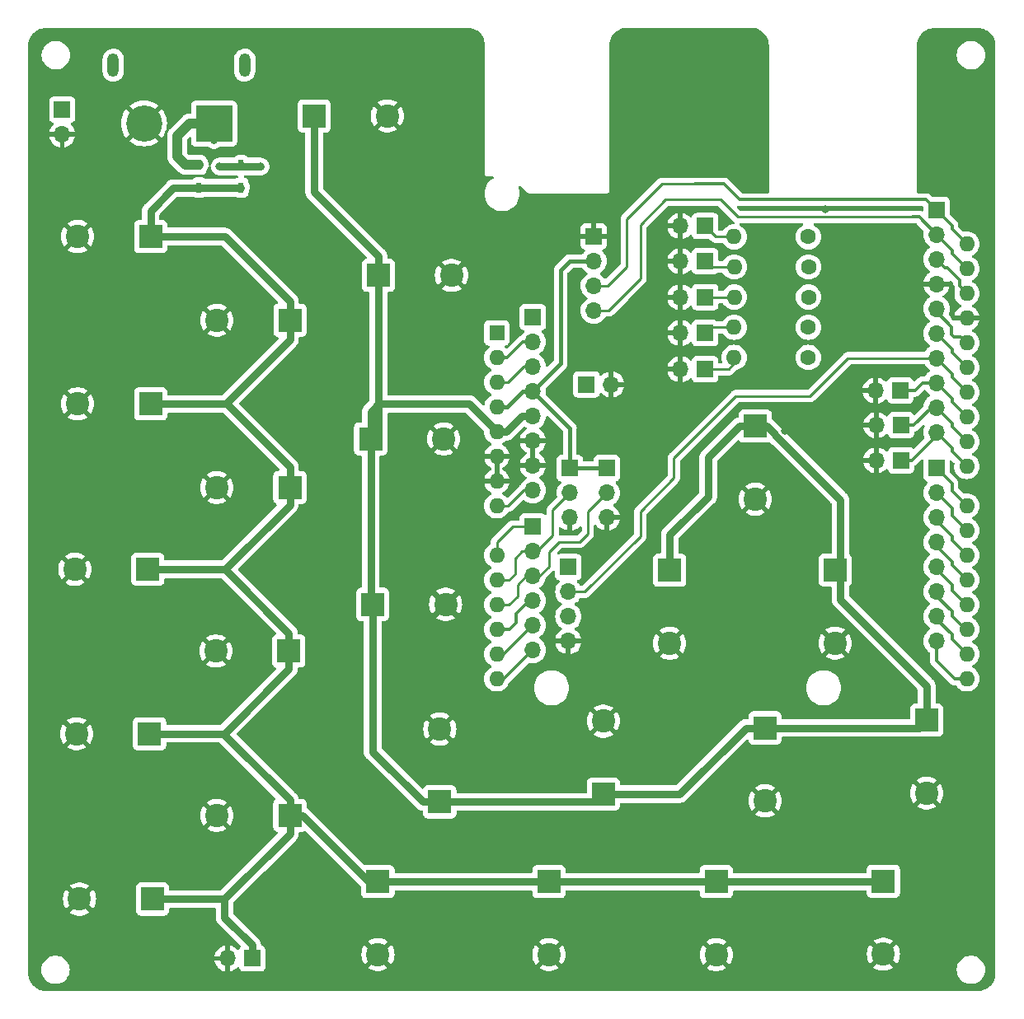
<source format=gbr>
%TF.GenerationSoftware,KiCad,Pcbnew,7.0.7*%
%TF.CreationDate,2023-09-20T14:32:49+02:00*%
%TF.ProjectId,Actuator,41637475-6174-46f7-922e-6b696361645f,v0.0*%
%TF.SameCoordinates,Original*%
%TF.FileFunction,Copper,L1,Top*%
%TF.FilePolarity,Positive*%
%FSLAX46Y46*%
G04 Gerber Fmt 4.6, Leading zero omitted, Abs format (unit mm)*
G04 Created by KiCad (PCBNEW 7.0.7) date 2023-09-20 14:32:49*
%MOMM*%
%LPD*%
G01*
G04 APERTURE LIST*
%TA.AperFunction,ComponentPad*%
%ADD10R,3.716000X3.716000*%
%TD*%
%TA.AperFunction,ComponentPad*%
%ADD11C,3.716000*%
%TD*%
%TA.AperFunction,ComponentPad*%
%ADD12O,1.200000X2.400000*%
%TD*%
%TA.AperFunction,ComponentPad*%
%ADD13R,1.700000X1.700000*%
%TD*%
%TA.AperFunction,ComponentPad*%
%ADD14O,1.700000X1.700000*%
%TD*%
%TA.AperFunction,ComponentPad*%
%ADD15C,1.600000*%
%TD*%
%TA.AperFunction,ComponentPad*%
%ADD16O,1.600000X1.600000*%
%TD*%
%TA.AperFunction,ComponentPad*%
%ADD17R,2.400000X2.400000*%
%TD*%
%TA.AperFunction,ComponentPad*%
%ADD18C,2.400000*%
%TD*%
%TA.AperFunction,SMDPad,CuDef*%
%ADD19R,0.500000X1.075000*%
%TD*%
%TA.AperFunction,ComponentPad*%
%ADD20R,1.600000X1.600000*%
%TD*%
%TA.AperFunction,ViaPad*%
%ADD21C,0.800000*%
%TD*%
%TA.AperFunction,Conductor*%
%ADD22C,1.000000*%
%TD*%
%TA.AperFunction,Conductor*%
%ADD23C,0.300000*%
%TD*%
%TA.AperFunction,Conductor*%
%ADD24C,0.250000*%
%TD*%
%TA.AperFunction,Conductor*%
%ADD25C,0.400000*%
%TD*%
%TA.AperFunction,Conductor*%
%ADD26C,0.800000*%
%TD*%
G04 APERTURE END LIST*
D10*
%TO.P,J21,1,1*%
%TO.N,/VCC*%
X109150000Y-70345000D03*
D11*
%TO.P,J21,2,2*%
%TO.N,GND*%
X101950000Y-70345000D03*
D12*
%TO.P,J21,S1*%
%TO.N,N/C*%
X112300000Y-64345000D03*
%TO.P,J21,S2*%
X98800000Y-64345000D03*
%TD*%
D13*
%TO.P,J17,1,Pin_1*%
%TO.N,Net-(J17-Pin_1)*%
X159579000Y-95619000D03*
D14*
%TO.P,J17,2,Pin_2*%
%TO.N,GND*%
X157039000Y-95619000D03*
%TD*%
D13*
%TO.P,J14,1,Pin_1*%
%TO.N,/D9*%
X179689000Y-101359000D03*
D14*
%TO.P,J14,2,Pin_2*%
%TO.N,GND*%
X177149000Y-101359000D03*
%TD*%
D15*
%TO.P,R1,1*%
%TO.N,/D3*%
X170179000Y-94394000D03*
D16*
%TO.P,R1,2*%
%TO.N,Net-(J17-Pin_1)*%
X162559000Y-94394000D03*
%TD*%
D13*
%TO.P,J13,1,Pin_1*%
%TO.N,/D8*%
X179689000Y-104959000D03*
D14*
%TO.P,J13,2,Pin_2*%
%TO.N,GND*%
X177149000Y-104959000D03*
%TD*%
D13*
%TO.P,J23,1,Pin_1*%
%TO.N,/5V*%
X93554000Y-68919000D03*
D14*
%TO.P,J23,2,Pin_2*%
%TO.N,GND*%
X93554000Y-71459000D03*
%TD*%
D17*
%TO.P,C18,1*%
%TO.N,/5V*%
X132329000Y-140081755D03*
D18*
%TO.P,C18,2*%
%TO.N,GND*%
X132329000Y-132581755D03*
%TD*%
D13*
%TO.P,J11,1,Pin_1*%
%TO.N,/3V3*%
X145689000Y-105779000D03*
D14*
%TO.P,J11,2,Pin_2*%
%TO.N,/A1*%
X145689000Y-108319000D03*
%TO.P,J11,3,Pin_3*%
%TO.N,GND*%
X145689000Y-110859000D03*
%TD*%
D17*
%TO.P,C24,1*%
%TO.N,/5V*%
X164729000Y-101469000D03*
D18*
%TO.P,C24,2*%
%TO.N,GND*%
X164729000Y-108969000D03*
%TD*%
D13*
%TO.P,J8,1,Pin_1*%
%TO.N,/D7*%
X183329000Y-105769000D03*
D14*
%TO.P,J8,2,Pin_2*%
%TO.N,/D6*%
X183329000Y-108309000D03*
%TO.P,J8,3,Pin_3*%
%TO.N,/D5*%
X183329000Y-110849000D03*
%TO.P,J8,4,Pin_4*%
%TO.N,/D4*%
X183329000Y-113389000D03*
%TO.P,J8,5,Pin_5*%
%TO.N,/D3*%
X183329000Y-115929000D03*
%TO.P,J8,6,Pin_6*%
%TO.N,/D2*%
X183329000Y-118469000D03*
%TO.P,J8,7,Pin_7*%
%TO.N,/D1*%
X183329000Y-121009000D03*
%TO.P,J8,8,Pin_8*%
%TO.N,/D0*%
X183329000Y-123549000D03*
%TD*%
D17*
%TO.P,C8,1*%
%TO.N,/SVCB*%
X143529000Y-148269000D03*
D18*
%TO.P,C8,2*%
%TO.N,GND*%
X143529000Y-155769000D03*
%TD*%
D13*
%TO.P,J20,1,Pin_1*%
%TO.N,Net-(J20-Pin_1)*%
X159579000Y-91894000D03*
D14*
%TO.P,J20,2,Pin_2*%
%TO.N,GND*%
X157039000Y-91894000D03*
%TD*%
D15*
%TO.P,R7,1*%
%TO.N,/D4*%
X170179000Y-91294000D03*
D16*
%TO.P,R7,2*%
%TO.N,Net-(J20-Pin_1)*%
X162559000Y-91294000D03*
%TD*%
D15*
%TO.P,R4,1*%
%TO.N,/D7*%
X170179000Y-81994000D03*
D16*
%TO.P,R4,2*%
%TO.N,Net-(J22-Pin_1)*%
X162559000Y-81994000D03*
%TD*%
D17*
%TO.P,C2,1*%
%TO.N,/SVCB*%
X102529000Y-133069000D03*
D18*
%TO.P,C2,2*%
%TO.N,GND*%
X95029000Y-133069000D03*
%TD*%
D17*
%TO.P,C23,1*%
%TO.N,/5V*%
X182329000Y-131669000D03*
D18*
%TO.P,C23,2*%
%TO.N,GND*%
X182329000Y-139169000D03*
%TD*%
D13*
%TO.P,J19,1,Pin_1*%
%TO.N,Net-(J19-Pin_1)*%
X159579000Y-84519000D03*
D14*
%TO.P,J19,2,Pin_2*%
%TO.N,GND*%
X157039000Y-84519000D03*
%TD*%
D13*
%TO.P,J5,1,Pin_1*%
%TO.N,unconnected-(J5-Pin_1-Pad1)*%
X141889000Y-90259000D03*
D14*
%TO.P,J5,2,Pin_2*%
%TO.N,/IOREF*%
X141889000Y-92799000D03*
%TO.P,J5,3,Pin_3*%
%TO.N,/RST*%
X141889000Y-95339000D03*
%TO.P,J5,4,Pin_4*%
%TO.N,/3V3*%
X141889000Y-97879000D03*
%TO.P,J5,5,Pin_5*%
%TO.N,/5V*%
X141889000Y-100419000D03*
%TO.P,J5,6,Pin_6*%
%TO.N,GND*%
X141889000Y-102959000D03*
%TO.P,J5,7,Pin_7*%
X141889000Y-105499000D03*
%TO.P,J5,8,Pin_8*%
%TO.N,/Vin*%
X141889000Y-108039000D03*
%TD*%
D17*
%TO.P,C22,1*%
%TO.N,/5V*%
X165729000Y-132469000D03*
D18*
%TO.P,C22,2*%
%TO.N,GND*%
X165729000Y-139969000D03*
%TD*%
D17*
%TO.P,C7,1*%
%TO.N,/SVCB*%
X160719000Y-148279000D03*
D18*
%TO.P,C7,2*%
%TO.N,GND*%
X160719000Y-155779000D03*
%TD*%
D13*
%TO.P,J10,1,Pin_1*%
%TO.N,/A0*%
X145529000Y-115949000D03*
D14*
%TO.P,J10,2,Pin_2*%
%TO.N,/D11*%
X145529000Y-118489000D03*
%TO.P,J10,3,Pin_3*%
%TO.N,/SVCB*%
X145529000Y-121029000D03*
%TO.P,J10,4,Pin_4*%
%TO.N,GND*%
X145529000Y-123569000D03*
%TD*%
D19*
%TO.P,Z1,1,K*%
%TO.N,/SVCB*%
X107599000Y-76931000D03*
%TO.P,Z1,2,A*%
%TO.N,/VCC*%
X107599000Y-74607000D03*
%TD*%
D17*
%TO.P,C13,1*%
%TO.N,/SVCB*%
X177879000Y-148229000D03*
D18*
%TO.P,C13,2*%
%TO.N,GND*%
X177879000Y-155729000D03*
%TD*%
D17*
%TO.P,C15,1*%
%TO.N,/5V*%
X119429000Y-69569000D03*
D18*
%TO.P,C15,2*%
%TO.N,GND*%
X126929000Y-69569000D03*
%TD*%
D17*
%TO.P,C9,1*%
%TO.N,/SVCB*%
X125979000Y-148269000D03*
D18*
%TO.P,C9,2*%
%TO.N,GND*%
X125979000Y-155769000D03*
%TD*%
D13*
%TO.P,J12,1,Pin_1*%
%TO.N,/3V3*%
X149489000Y-105779000D03*
D14*
%TO.P,J12,2,Pin_2*%
%TO.N,/A2*%
X149489000Y-108319000D03*
%TO.P,J12,3,Pin_3*%
%TO.N,GND*%
X149489000Y-110859000D03*
%TD*%
D13*
%TO.P,J22,1,Pin_1*%
%TO.N,Net-(J22-Pin_1)*%
X159579000Y-80894000D03*
D14*
%TO.P,J22,2,Pin_2*%
%TO.N,GND*%
X157039000Y-80894000D03*
%TD*%
D13*
%TO.P,J16,1,Pin_1*%
%TO.N,/RST*%
X147389000Y-97169000D03*
D14*
%TO.P,J16,2,Pin_2*%
%TO.N,GND*%
X149929000Y-97169000D03*
%TD*%
D17*
%TO.P,C3,1*%
%TO.N,/SVCB*%
X102341754Y-116169000D03*
D18*
%TO.P,C3,2*%
%TO.N,GND*%
X94841754Y-116169000D03*
%TD*%
D15*
%TO.P,R3,1*%
%TO.N,/D6*%
X170189000Y-85094000D03*
D16*
%TO.P,R3,2*%
%TO.N,Net-(J19-Pin_1)*%
X162569000Y-85094000D03*
%TD*%
D13*
%TO.P,J7,1,Pin_1*%
%TO.N,/SCL*%
X183329000Y-79229000D03*
D14*
%TO.P,J7,2,Pin_2*%
%TO.N,/SDA*%
X183329000Y-81769000D03*
%TO.P,J7,3,Pin_3*%
%TO.N,/AREF*%
X183329000Y-84309000D03*
%TO.P,J7,4,Pin_4*%
%TO.N,GND*%
X183329000Y-86849000D03*
%TO.P,J7,5,Pin_5*%
%TO.N,/D13*%
X183329000Y-89389000D03*
%TO.P,J7,6,Pin_6*%
%TO.N,/D12*%
X183329000Y-91929000D03*
%TO.P,J7,7,Pin_7*%
%TO.N,/D11*%
X183329000Y-94469000D03*
%TO.P,J7,8,Pin_8*%
%TO.N,/D10*%
X183329000Y-97009000D03*
%TO.P,J7,9,Pin_9*%
%TO.N,/D9*%
X183329000Y-99549000D03*
%TO.P,J7,10,Pin_10*%
%TO.N,/D8*%
X183329000Y-102089000D03*
%TD*%
D17*
%TO.P,C1,1*%
%TO.N,/SVCB*%
X102829000Y-150069000D03*
D18*
%TO.P,C1,2*%
%TO.N,GND*%
X95329000Y-150069000D03*
%TD*%
D19*
%TO.P,Z2,1,K*%
%TO.N,/5V*%
X111929000Y-74607000D03*
%TO.P,Z2,2,A*%
%TO.N,/SVCB*%
X111929000Y-76931000D03*
%TD*%
D17*
%TO.P,C16,1*%
%TO.N,/5V*%
X126029000Y-85969000D03*
D18*
%TO.P,C16,2*%
%TO.N,GND*%
X133529000Y-85969000D03*
%TD*%
D15*
%TO.P,R2,1*%
%TO.N,/D5*%
X170189000Y-88194000D03*
D16*
%TO.P,R2,2*%
%TO.N,Net-(J18-Pin_1)*%
X162569000Y-88194000D03*
%TD*%
D17*
%TO.P,C10,1*%
%TO.N,/SVCB*%
X116929000Y-141469000D03*
D18*
%TO.P,C10,2*%
%TO.N,GND*%
X109429000Y-141469000D03*
%TD*%
D17*
%TO.P,C11,1*%
%TO.N,/SVCB*%
X116829000Y-124569000D03*
D18*
%TO.P,C11,2*%
%TO.N,GND*%
X109329000Y-124569000D03*
%TD*%
D17*
%TO.P,C12,1*%
%TO.N,/SVCB*%
X116929000Y-107769000D03*
D18*
%TO.P,C12,2*%
%TO.N,GND*%
X109429000Y-107769000D03*
%TD*%
D17*
%TO.P,C6,1*%
%TO.N,/SVCB*%
X116941754Y-90569000D03*
D18*
%TO.P,C6,2*%
%TO.N,GND*%
X109441754Y-90569000D03*
%TD*%
D17*
%TO.P,C4,1*%
%TO.N,/SVCB*%
X102629000Y-99169000D03*
D18*
%TO.P,C4,2*%
%TO.N,GND*%
X95129000Y-99169000D03*
%TD*%
D17*
%TO.P,C21,1*%
%TO.N,/5V*%
X155929000Y-116269000D03*
D18*
%TO.P,C21,2*%
%TO.N,GND*%
X155929000Y-123769000D03*
%TD*%
D17*
%TO.P,C17,1*%
%TO.N,/5V*%
X125429000Y-119769000D03*
D18*
%TO.P,C17,2*%
%TO.N,GND*%
X132929000Y-119769000D03*
%TD*%
D13*
%TO.P,J15,1,Pin_1*%
%TO.N,/D10*%
X179639000Y-97784000D03*
D14*
%TO.P,J15,2,Pin_2*%
%TO.N,GND*%
X177099000Y-97784000D03*
%TD*%
D17*
%TO.P,C19,1*%
%TO.N,/5V*%
X149129000Y-139281755D03*
D18*
%TO.P,C19,2*%
%TO.N,GND*%
X149129000Y-131781755D03*
%TD*%
D13*
%TO.P,J6,1,Pin_1*%
%TO.N,/A0*%
X141889000Y-111779000D03*
D14*
%TO.P,J6,2,Pin_2*%
%TO.N,/A1*%
X141889000Y-114319000D03*
%TO.P,J6,3,Pin_3*%
%TO.N,/A2*%
X141889000Y-116859000D03*
%TO.P,J6,4,Pin_4*%
%TO.N,/A3*%
X141889000Y-119399000D03*
%TO.P,J6,5,Pin_5*%
%TO.N,/A4*%
X141889000Y-121939000D03*
%TO.P,J6,6,Pin_6*%
%TO.N,/A5*%
X141889000Y-124479000D03*
%TD*%
D13*
%TO.P,J24,1,Pin_1*%
%TO.N,/SVCB*%
X113069000Y-156169000D03*
D14*
%TO.P,J24,2,Pin_2*%
%TO.N,GND*%
X110529000Y-156169000D03*
%TD*%
D17*
%TO.P,C20,1*%
%TO.N,/5V*%
X172929000Y-116256246D03*
D18*
%TO.P,C20,2*%
%TO.N,GND*%
X172929000Y-123756246D03*
%TD*%
D13*
%TO.P,J18,1,Pin_1*%
%TO.N,Net-(J18-Pin_1)*%
X159579000Y-88194000D03*
D14*
%TO.P,J18,2,Pin_2*%
%TO.N,GND*%
X157039000Y-88194000D03*
%TD*%
D13*
%TO.P,J9,1,Pin_1*%
%TO.N,GND*%
X148129000Y-81949000D03*
D14*
%TO.P,J9,2,Pin_2*%
%TO.N,/3V3*%
X148129000Y-84489000D03*
%TO.P,J9,3,Pin_3*%
%TO.N,/SCL*%
X148129000Y-87029000D03*
%TO.P,J9,4,Pin_4*%
%TO.N,/SDA*%
X148129000Y-89569000D03*
%TD*%
D17*
%TO.P,C14,1*%
%TO.N,/5V*%
X125229000Y-102769000D03*
D18*
%TO.P,C14,2*%
%TO.N,GND*%
X132729000Y-102769000D03*
%TD*%
D17*
%TO.P,C5,1*%
%TO.N,/SVCB*%
X102629000Y-81969000D03*
D18*
%TO.P,C5,2*%
%TO.N,GND*%
X95129000Y-81969000D03*
%TD*%
D20*
%TO.P,A1,1,NC*%
%TO.N,unconnected-(A1-NC-Pad1)*%
X138189000Y-91879000D03*
D16*
%TO.P,A1,2,IOREF*%
%TO.N,/IOREF*%
X138189000Y-94419000D03*
%TO.P,A1,3,~{RESET}*%
%TO.N,/RST*%
X138189000Y-96959000D03*
%TO.P,A1,4,3V3*%
%TO.N,/3V3*%
X138189000Y-99499000D03*
%TO.P,A1,5,+5V*%
%TO.N,/5V*%
X138189000Y-102039000D03*
%TO.P,A1,6,GND*%
%TO.N,GND*%
X138189000Y-104579000D03*
%TO.P,A1,7,GND*%
X138189000Y-107119000D03*
%TO.P,A1,8,VIN*%
%TO.N,/Vin*%
X138189000Y-109659000D03*
%TO.P,A1,9,A0*%
%TO.N,/A0*%
X138189000Y-114739000D03*
%TO.P,A1,10,A1*%
%TO.N,/A1*%
X138189000Y-117279000D03*
%TO.P,A1,11,A2*%
%TO.N,/A2*%
X138189000Y-119819000D03*
%TO.P,A1,12,A3*%
%TO.N,/A3*%
X138189000Y-122359000D03*
%TO.P,A1,13,SDA/A4*%
%TO.N,/A4*%
X138189000Y-124899000D03*
%TO.P,A1,14,SCL/A5*%
%TO.N,/A5*%
X138189000Y-127439000D03*
%TO.P,A1,15,D0/RX*%
%TO.N,/D0*%
X186449000Y-127439000D03*
%TO.P,A1,16,D1/TX*%
%TO.N,/D1*%
X186449000Y-124899000D03*
%TO.P,A1,17,D2*%
%TO.N,/D2*%
X186449000Y-122359000D03*
%TO.P,A1,18,D3*%
%TO.N,/D3*%
X186449000Y-119819000D03*
%TO.P,A1,19,D4*%
%TO.N,/D4*%
X186449000Y-117279000D03*
%TO.P,A1,20,D5*%
%TO.N,/D5*%
X186449000Y-114739000D03*
%TO.P,A1,21,D6*%
%TO.N,/D6*%
X186449000Y-112199000D03*
%TO.P,A1,22,D7*%
%TO.N,/D7*%
X186449000Y-109659000D03*
%TO.P,A1,23,D8*%
%TO.N,/D8*%
X186449000Y-105599000D03*
%TO.P,A1,24,D9*%
%TO.N,/D9*%
X186449000Y-103059000D03*
%TO.P,A1,25,D10*%
%TO.N,/D10*%
X186449000Y-100519000D03*
%TO.P,A1,26,D11*%
%TO.N,/D11*%
X186449000Y-97979000D03*
%TO.P,A1,27,D12*%
%TO.N,/D12*%
X186449000Y-95439000D03*
%TO.P,A1,28,D13*%
%TO.N,/D13*%
X186449000Y-92899000D03*
%TO.P,A1,29,GND*%
%TO.N,GND*%
X186449000Y-90359000D03*
%TO.P,A1,30,AREF*%
%TO.N,/AREF*%
X186449000Y-87819000D03*
%TO.P,A1,31,SDA/A4*%
%TO.N,/SDA*%
X186449000Y-85279000D03*
%TO.P,A1,32,SCL/A5*%
%TO.N,/SCL*%
X186449000Y-82739000D03*
%TD*%
D21*
%TO.N,/5V*%
X109729000Y-74769000D03*
X113929000Y-74769000D03*
%TO.N,GND*%
X152129000Y-157569000D03*
X177289000Y-92309000D03*
X179129000Y-117969000D03*
X161329000Y-127769000D03*
X133529000Y-69769000D03*
X164729000Y-105569000D03*
X115529000Y-78369000D03*
X103929000Y-141569000D03*
X167749000Y-101929000D03*
X103529000Y-90369000D03*
X169329000Y-157769000D03*
X153329000Y-100769000D03*
X186709000Y-78209000D03*
X121529000Y-132969000D03*
X171329000Y-144569000D03*
X154129000Y-144169000D03*
X103729000Y-107769000D03*
X134929000Y-110169000D03*
X122729000Y-94169000D03*
X157729000Y-73969000D03*
X140329000Y-129169000D03*
X134729000Y-157369000D03*
X177929000Y-87369000D03*
X137529000Y-144369000D03*
X122529000Y-111369000D03*
X142129000Y-83169000D03*
X103929000Y-124569000D03*
X171929000Y-79169000D03*
X187529000Y-107569000D03*
%TD*%
D22*
%TO.N,/VCC*%
X105350000Y-73750000D02*
X106207000Y-74607000D01*
X105350000Y-71600000D02*
X105350000Y-73750000D01*
X106207000Y-74607000D02*
X107599000Y-74607000D01*
X106605000Y-70345000D02*
X105350000Y-71600000D01*
X109150000Y-70345000D02*
X106605000Y-70345000D01*
D23*
%TO.N,/IOREF*%
X140851000Y-92799000D02*
X139231000Y-94419000D01*
X139231000Y-94419000D02*
X138189000Y-94419000D01*
X141889000Y-92799000D02*
X140851000Y-92799000D01*
D24*
%TO.N,/RST*%
X139281000Y-96969000D02*
X138199000Y-96969000D01*
X141889000Y-95339000D02*
X140911000Y-95339000D01*
X140911000Y-95339000D02*
X139281000Y-96969000D01*
X138199000Y-96969000D02*
X138189000Y-96959000D01*
X141909000Y-95359000D02*
X141889000Y-95339000D01*
D25*
%TO.N,/3V3*%
X145689000Y-101679000D02*
X145689000Y-105779000D01*
X138189000Y-99499000D02*
X139251000Y-99499000D01*
X144729000Y-95039000D02*
X144729000Y-85419000D01*
X145689000Y-105779000D02*
X149489000Y-105779000D01*
X144729000Y-85419000D02*
X145659000Y-84489000D01*
X141889000Y-97879000D02*
X145689000Y-101679000D01*
X140871000Y-97879000D02*
X141889000Y-97879000D01*
X145659000Y-84489000D02*
X148129000Y-84489000D01*
X139251000Y-99499000D02*
X140871000Y-97879000D01*
X141889000Y-97879000D02*
X144729000Y-95039000D01*
D26*
%TO.N,/5V*%
X135319000Y-99169000D02*
X138189000Y-102039000D01*
X159889000Y-104661000D02*
X159889000Y-108689000D01*
X173479000Y-109029000D02*
X167379000Y-102929000D01*
X119429000Y-77379000D02*
X126029000Y-83979000D01*
X163081000Y-101469000D02*
X159889000Y-104661000D01*
X130581755Y-140081755D02*
X132329000Y-140081755D01*
X125429000Y-134929000D02*
X130581755Y-140081755D01*
X126029000Y-99169000D02*
X135319000Y-99169000D01*
X111929000Y-74607000D02*
X111767000Y-74769000D01*
X125229000Y-99969000D02*
X126029000Y-99169000D01*
X113929000Y-74769000D02*
X112091000Y-74769000D01*
X126029000Y-85969000D02*
X126029000Y-101969000D01*
X166749000Y-102299000D02*
X165919000Y-101469000D01*
X164729000Y-101469000D02*
X163081000Y-101469000D01*
X182329000Y-131669000D02*
X182329000Y-128169000D01*
X167334786Y-102929000D02*
X166749000Y-102343214D01*
X166749000Y-102343214D02*
X166749000Y-102299000D01*
X140781000Y-100419000D02*
X139150000Y-102050000D01*
D24*
X125229000Y-119569000D02*
X125429000Y-119769000D01*
D26*
X173479000Y-119319000D02*
X173479000Y-109029000D01*
X181529000Y-132469000D02*
X182329000Y-131669000D01*
X119429000Y-69569000D02*
X119429000Y-77379000D01*
X111767000Y-74769000D02*
X109729000Y-74769000D01*
X155929000Y-112649000D02*
X155929000Y-116269000D01*
X167379000Y-102929000D02*
X167334786Y-102929000D01*
X148329000Y-140081755D02*
X149129000Y-139281755D01*
X139150000Y-102050000D02*
X138200000Y-102050000D01*
X126029000Y-83979000D02*
X126029000Y-85969000D01*
X163781000Y-132469000D02*
X165729000Y-132469000D01*
D24*
X126029000Y-101969000D02*
X125229000Y-102769000D01*
D26*
X125229000Y-102769000D02*
X125229000Y-99969000D01*
X125229000Y-102769000D02*
X125229000Y-119569000D01*
X165729000Y-132469000D02*
X181529000Y-132469000D01*
X138200000Y-102050000D02*
X138189000Y-102039000D01*
X125429000Y-119769000D02*
X125429000Y-134929000D01*
X165919000Y-101469000D02*
X164729000Y-101469000D01*
X156968245Y-139281755D02*
X163781000Y-132469000D01*
X132329000Y-140081755D02*
X148329000Y-140081755D01*
X159889000Y-108689000D02*
X155929000Y-112649000D01*
X182329000Y-128169000D02*
X173479000Y-119319000D01*
X149129000Y-139281755D02*
X156968245Y-139281755D01*
X112091000Y-74769000D02*
X111929000Y-74607000D01*
X141889000Y-100419000D02*
X140781000Y-100419000D01*
D25*
%TO.N,GND*%
X139981000Y-107119000D02*
X140000000Y-107100000D01*
X139979000Y-104619000D02*
X139939000Y-104579000D01*
X184929000Y-87129000D02*
X184649000Y-86849000D01*
D23*
X183789000Y-87029000D02*
X183789000Y-86689000D01*
D25*
X184649000Y-86849000D02*
X183329000Y-86849000D01*
X140451000Y-105499000D02*
X141889000Y-105499000D01*
X140000000Y-107100000D02*
X140000000Y-105950000D01*
X138189000Y-107119000D02*
X139981000Y-107119000D01*
X184929000Y-90211182D02*
X184929000Y-87129000D01*
X140439000Y-102959000D02*
X139979000Y-103419000D01*
X139979000Y-103419000D02*
X139979000Y-104619000D01*
D23*
X186449000Y-90359000D02*
X186319000Y-90359000D01*
D25*
X140000000Y-105950000D02*
X140451000Y-105499000D01*
X186319000Y-90359000D02*
X185076818Y-90359000D01*
X141889000Y-102959000D02*
X140439000Y-102959000D01*
X139939000Y-104579000D02*
X138189000Y-104579000D01*
X185076818Y-90359000D02*
X184929000Y-90211182D01*
D24*
%TO.N,/Vin*%
X139341000Y-109659000D02*
X140961000Y-108039000D01*
X140961000Y-108039000D02*
X141889000Y-108039000D01*
X138189000Y-109659000D02*
X139341000Y-109659000D01*
%TO.N,/A0*%
X139821000Y-111779000D02*
X138189000Y-113411000D01*
X138189000Y-113411000D02*
X138189000Y-114739000D01*
X141889000Y-111779000D02*
X139821000Y-111779000D01*
%TO.N,/A1*%
X142279000Y-114319000D02*
X143929000Y-112669000D01*
X139421000Y-117279000D02*
X138189000Y-117279000D01*
X141889000Y-114319000D02*
X140781000Y-114319000D01*
X141889000Y-114319000D02*
X142279000Y-114319000D01*
X140050000Y-115050000D02*
X140050000Y-116650000D01*
X143929000Y-112669000D02*
X143929000Y-110079000D01*
X143929000Y-110079000D02*
X145689000Y-108319000D01*
X140781000Y-114319000D02*
X140050000Y-115050000D01*
X140050000Y-116650000D02*
X139421000Y-117279000D01*
%TO.N,/A2*%
X141889000Y-116859000D02*
X141191000Y-116859000D01*
X144575396Y-113359000D02*
X146689000Y-113359000D01*
X147529000Y-110279000D02*
X149489000Y-108319000D01*
X140300000Y-117750000D02*
X140300000Y-118950000D01*
X142559000Y-116859000D02*
X143529000Y-115889000D01*
X143529000Y-114405396D02*
X144575396Y-113359000D01*
X141191000Y-116859000D02*
X140300000Y-117750000D01*
X141889000Y-116859000D02*
X142559000Y-116859000D01*
X140300000Y-118950000D02*
X139431000Y-119819000D01*
X146689000Y-113359000D02*
X147529000Y-112519000D01*
X139431000Y-119819000D02*
X138189000Y-119819000D01*
X143529000Y-115889000D02*
X143529000Y-114405396D01*
X147529000Y-112519000D02*
X147529000Y-110279000D01*
D23*
%TO.N,/A3*%
X140200000Y-120700000D02*
X140200000Y-121650000D01*
X139491000Y-122359000D02*
X138189000Y-122359000D01*
X141889000Y-119399000D02*
X141501000Y-119399000D01*
X141501000Y-119399000D02*
X140200000Y-120700000D01*
X140200000Y-121650000D02*
X139491000Y-122359000D01*
%TO.N,/A4*%
X138929000Y-124899000D02*
X138189000Y-124899000D01*
X141889000Y-121939000D02*
X138929000Y-124899000D01*
%TO.N,/A5*%
X141889000Y-124479000D02*
X138929000Y-127439000D01*
X138929000Y-127439000D02*
X138189000Y-127439000D01*
D24*
%TO.N,/SCL*%
X151529000Y-85071000D02*
X149571000Y-87029000D01*
D23*
X161529000Y-76569000D02*
X158529000Y-76569000D01*
X186449000Y-82739000D02*
X184929000Y-81219000D01*
X184929000Y-80829000D02*
X183329000Y-79229000D01*
D24*
X151529000Y-80169000D02*
X151529000Y-85071000D01*
D23*
X183329000Y-79229000D02*
X182269000Y-78169000D01*
D24*
X158529000Y-76569000D02*
X155129000Y-76569000D01*
D23*
X182269000Y-78169000D02*
X163129000Y-78169000D01*
D24*
X155129000Y-76569000D02*
X151529000Y-80169000D01*
X149571000Y-87029000D02*
X148129000Y-87029000D01*
D23*
X184929000Y-81219000D02*
X184929000Y-80829000D01*
X163129000Y-78169000D02*
X161529000Y-76569000D01*
%TO.N,/SDA*%
X184929000Y-83759000D02*
X184929000Y-83369000D01*
X183329000Y-81769000D02*
X181529000Y-79969000D01*
D24*
X161129000Y-78169000D02*
X155529000Y-78169000D01*
X152929000Y-86321000D02*
X149681000Y-89569000D01*
X180929000Y-79969000D02*
X162929000Y-79969000D01*
D23*
X184929000Y-83369000D02*
X183329000Y-81769000D01*
D24*
X152929000Y-80769000D02*
X152929000Y-86321000D01*
X162929000Y-79969000D02*
X161129000Y-78169000D01*
D23*
X186449000Y-85279000D02*
X184929000Y-83759000D01*
D24*
X149681000Y-89569000D02*
X148129000Y-89569000D01*
X155529000Y-78169000D02*
X152929000Y-80769000D01*
D23*
X181529000Y-79969000D02*
X180929000Y-79969000D01*
%TO.N,/AREF*%
X185700000Y-86450000D02*
X184450000Y-85200000D01*
X185700000Y-87070000D02*
X185700000Y-86450000D01*
X186449000Y-87819000D02*
X185700000Y-87070000D01*
X184450000Y-85200000D02*
X184220000Y-85200000D01*
X184220000Y-85200000D02*
X183329000Y-84309000D01*
%TO.N,/D13*%
X184900000Y-92000000D02*
X184900000Y-91250000D01*
X184900000Y-91250000D02*
X183329000Y-89679000D01*
X185150000Y-92250000D02*
X184900000Y-92000000D01*
X185800000Y-92250000D02*
X185150000Y-92250000D01*
X186449000Y-92899000D02*
X185800000Y-92250000D01*
X183329000Y-89679000D02*
X183329000Y-89389000D01*
%TO.N,/D12*%
X184929000Y-93919000D02*
X184929000Y-93529000D01*
X186449000Y-95439000D02*
X184929000Y-93919000D01*
X184929000Y-93529000D02*
X183329000Y-91929000D01*
D24*
%TO.N,/D11*%
X156354000Y-106794000D02*
X156354000Y-104744000D01*
X152929000Y-112769000D02*
X152929000Y-110219000D01*
X152929000Y-110219000D02*
X156354000Y-106794000D01*
X174229000Y-94469000D02*
X183329000Y-94469000D01*
D23*
X186449000Y-97979000D02*
X184929000Y-96459000D01*
X184929000Y-96069000D02*
X183329000Y-94469000D01*
X184929000Y-96459000D02*
X184929000Y-96069000D01*
D24*
X170329000Y-98369000D02*
X174229000Y-94469000D01*
X145529000Y-118489000D02*
X147209000Y-118489000D01*
X162729000Y-98369000D02*
X170329000Y-98369000D01*
X147209000Y-118489000D02*
X152929000Y-112769000D01*
X156354000Y-104744000D02*
X162729000Y-98369000D01*
D23*
%TO.N,/D10*%
X181114000Y-97784000D02*
X179639000Y-97784000D01*
X184929000Y-98999000D02*
X184929000Y-98609000D01*
X184929000Y-98609000D02*
X183329000Y-97009000D01*
X183329000Y-97009000D02*
X181889000Y-97009000D01*
X186449000Y-100519000D02*
X184929000Y-98999000D01*
X181889000Y-97009000D02*
X181114000Y-97784000D01*
%TO.N,/D9*%
X183329000Y-99549000D02*
X182810000Y-99549000D01*
X186449000Y-103059000D02*
X184929000Y-101539000D01*
X184929000Y-101539000D02*
X184929000Y-101149000D01*
X181000000Y-101359000D02*
X179689000Y-101359000D01*
X184929000Y-101149000D02*
X183329000Y-99549000D01*
X182810000Y-99549000D02*
X181000000Y-101359000D01*
%TO.N,/D8*%
X183329000Y-102089000D02*
X183329000Y-102421000D01*
X183329000Y-102421000D02*
X180791000Y-104959000D01*
X184929000Y-103689000D02*
X183329000Y-102089000D01*
X184929000Y-104079000D02*
X184929000Y-103689000D01*
X180791000Y-104959000D02*
X179689000Y-104959000D01*
X186449000Y-105599000D02*
X184929000Y-104079000D01*
%TO.N,/D7*%
X184929000Y-107369000D02*
X184929000Y-108139000D01*
X183329000Y-105769000D02*
X184929000Y-107369000D01*
X184929000Y-108139000D02*
X186449000Y-109659000D01*
%TO.N,/D6*%
X186449000Y-112199000D02*
X184929000Y-110679000D01*
X184929000Y-110679000D02*
X184929000Y-109909000D01*
X184929000Y-109909000D02*
X183329000Y-108309000D01*
%TO.N,/D5*%
X186449000Y-114739000D02*
X184929000Y-113219000D01*
X183789000Y-110829000D02*
X183789000Y-110749000D01*
X184929000Y-112769000D02*
X183329000Y-111169000D01*
X183329000Y-111169000D02*
X183329000Y-110849000D01*
X184929000Y-113219000D02*
X184929000Y-112769000D01*
%TO.N,/D4*%
X184929000Y-115759000D02*
X184929000Y-115369000D01*
X184929000Y-115369000D02*
X183329000Y-113769000D01*
X186449000Y-117279000D02*
X184929000Y-115759000D01*
X183329000Y-113769000D02*
X183329000Y-113389000D01*
%TO.N,/D3*%
X184929000Y-118369000D02*
X184929000Y-117769000D01*
X184929000Y-117769000D02*
X183329000Y-116169000D01*
X186379000Y-119819000D02*
X184929000Y-118369000D01*
X183329000Y-116169000D02*
X183329000Y-115929000D01*
X186449000Y-119819000D02*
X186379000Y-119819000D01*
%TO.N,/D2*%
X184929000Y-120969000D02*
X184929000Y-120519000D01*
X186449000Y-122359000D02*
X186319000Y-122359000D01*
X183329000Y-118919000D02*
X183329000Y-118469000D01*
X186319000Y-122359000D02*
X184929000Y-120969000D01*
X184929000Y-120519000D02*
X183329000Y-118919000D01*
%TO.N,/D1*%
X186449000Y-124899000D02*
X184929000Y-123379000D01*
X184929000Y-123379000D02*
X184929000Y-122889000D01*
X183329000Y-121289000D02*
X183329000Y-121009000D01*
X184929000Y-122889000D02*
X183329000Y-121289000D01*
%TO.N,/D0*%
X185199000Y-127439000D02*
X183329000Y-125569000D01*
X186449000Y-127439000D02*
X185199000Y-127439000D01*
X183329000Y-125569000D02*
X183329000Y-123549000D01*
D24*
%TO.N,Net-(J17-Pin_1)*%
X162559000Y-95041000D02*
X161981000Y-95619000D01*
X162559000Y-94394000D02*
X162559000Y-95041000D01*
X161981000Y-95619000D02*
X159579000Y-95619000D01*
%TO.N,Net-(J18-Pin_1)*%
X162569000Y-88194000D02*
X159579000Y-88194000D01*
%TO.N,Net-(J19-Pin_1)*%
X162569000Y-85094000D02*
X160154000Y-85094000D01*
X160154000Y-85094000D02*
X159579000Y-84519000D01*
%TO.N,Net-(J20-Pin_1)*%
X162559000Y-91294000D02*
X160179000Y-91294000D01*
X160179000Y-91294000D02*
X159579000Y-91894000D01*
%TO.N,Net-(J22-Pin_1)*%
X162559000Y-81994000D02*
X160679000Y-81994000D01*
X160679000Y-81994000D02*
X159579000Y-80894000D01*
D26*
%TO.N,/SVCB*%
X102629000Y-99169000D02*
X110419000Y-99169000D01*
X110281000Y-116169000D02*
X102341754Y-116169000D01*
X116929000Y-141469000D02*
X118219000Y-141469000D01*
X160719000Y-148279000D02*
X177829000Y-148279000D01*
D24*
X160709000Y-148269000D02*
X160719000Y-148279000D01*
D26*
X116929000Y-141469000D02*
X116929000Y-143371000D01*
X102629000Y-81969000D02*
X110269000Y-81969000D01*
X102829000Y-150069000D02*
X110231000Y-150069000D01*
X110231000Y-151971000D02*
X113069000Y-154809000D01*
X118219000Y-141469000D02*
X125019000Y-148269000D01*
X125019000Y-148269000D02*
X125979000Y-148269000D01*
X116829000Y-122729000D02*
X116829000Y-124569000D01*
X113069000Y-154809000D02*
X113069000Y-156169000D01*
X110269000Y-116169000D02*
X116829000Y-122729000D01*
D24*
X177829000Y-148279000D02*
X177879000Y-148229000D01*
D26*
X110231000Y-150069000D02*
X110231000Y-151971000D01*
X110419000Y-99169000D02*
X116929000Y-105679000D01*
X116929000Y-143371000D02*
X110231000Y-150069000D01*
X107629000Y-76969000D02*
X111891000Y-76969000D01*
X110269000Y-81969000D02*
X116941754Y-88641754D01*
X107599000Y-76999000D02*
X107629000Y-76969000D01*
X104949000Y-76999000D02*
X102629000Y-79319000D01*
X116941754Y-90569000D02*
X116941754Y-92558246D01*
X116929000Y-105679000D02*
X116929000Y-107769000D01*
X143529000Y-148269000D02*
X160709000Y-148269000D01*
X116829000Y-126421000D02*
X110181000Y-133069000D01*
X116941754Y-92558246D02*
X110331000Y-99169000D01*
X111891000Y-76969000D02*
X111929000Y-76931000D01*
X116929000Y-109521000D02*
X110281000Y-116169000D01*
X116941754Y-88641754D02*
X116941754Y-90569000D01*
X116929000Y-139879000D02*
X116929000Y-141469000D01*
X110119000Y-133069000D02*
X116929000Y-139879000D01*
X116829000Y-124569000D02*
X116829000Y-126421000D01*
X107599000Y-76999000D02*
X104949000Y-76999000D01*
X102629000Y-79319000D02*
X102629000Y-81969000D01*
X125979000Y-148269000D02*
X143529000Y-148269000D01*
X102529000Y-133069000D02*
X110119000Y-133069000D01*
X116929000Y-107769000D02*
X116929000Y-109521000D01*
%TO.N,/VCC*%
X109129000Y-70331500D02*
X109129000Y-72071000D01*
%TD*%
%TA.AperFunction,Conductor*%
%TO.N,GND*%
G36*
X164331018Y-60519633D02*
G01*
X164495543Y-60530415D01*
X164559832Y-60534629D01*
X164567865Y-60535687D01*
X164778438Y-60577572D01*
X164790753Y-60580022D01*
X164798596Y-60582123D01*
X165013800Y-60655175D01*
X165021274Y-60658271D01*
X165225107Y-60758790D01*
X165232132Y-60762847D01*
X165246558Y-60772486D01*
X165421088Y-60889104D01*
X165427516Y-60894036D01*
X165598380Y-61043878D01*
X165604119Y-61049617D01*
X165753961Y-61220480D01*
X165758899Y-61226916D01*
X165885152Y-61415867D01*
X165889211Y-61422897D01*
X165894175Y-61432963D01*
X165989722Y-61626712D01*
X165992826Y-61634207D01*
X166009428Y-61683113D01*
X166065876Y-61849404D01*
X166067977Y-61857246D01*
X166112310Y-62080121D01*
X166113370Y-62088170D01*
X166128367Y-62316980D01*
X166128500Y-62321036D01*
X166128500Y-77394500D01*
X166108815Y-77461539D01*
X166056011Y-77507294D01*
X166004500Y-77518500D01*
X163449808Y-77518500D01*
X163382769Y-77498815D01*
X163362127Y-77482181D01*
X162049434Y-76169488D01*
X162039361Y-76156914D01*
X162039174Y-76157070D01*
X162034201Y-76151059D01*
X161981756Y-76101810D01*
X161960035Y-76080089D01*
X161954240Y-76075594D01*
X161949798Y-76071799D01*
X161914396Y-76038554D01*
X161914388Y-76038548D01*
X161895792Y-76028325D01*
X161879531Y-76017644D01*
X161862763Y-76004637D01*
X161839295Y-75994482D01*
X161818178Y-75985343D01*
X161812956Y-75982786D01*
X161770368Y-75959373D01*
X161770365Y-75959372D01*
X161749801Y-75954092D01*
X161731396Y-75947790D01*
X161711927Y-75939365D01*
X161711921Y-75939363D01*
X161663951Y-75931766D01*
X161658236Y-75930582D01*
X161641772Y-75926355D01*
X161611180Y-75918500D01*
X161611177Y-75918500D01*
X161589955Y-75918500D01*
X161570555Y-75916973D01*
X161549596Y-75913653D01*
X161549595Y-75913653D01*
X161525786Y-75915903D01*
X161501230Y-75918225D01*
X161495392Y-75918500D01*
X158488065Y-75918500D01*
X158365947Y-75933928D01*
X158365944Y-75933928D01*
X158365942Y-75933929D01*
X158365940Y-75933929D01*
X158365935Y-75933931D01*
X158363760Y-75934793D01*
X158359172Y-75935668D01*
X158358386Y-75935870D01*
X158358373Y-75935820D01*
X158318115Y-75943500D01*
X155211743Y-75943500D01*
X155196122Y-75941775D01*
X155196096Y-75942061D01*
X155188334Y-75941327D01*
X155188333Y-75941327D01*
X155119186Y-75943500D01*
X155089649Y-75943500D01*
X155082766Y-75944369D01*
X155076949Y-75944826D01*
X155030373Y-75946290D01*
X155011129Y-75951881D01*
X154992079Y-75955825D01*
X154972211Y-75958334D01*
X154928884Y-75975488D01*
X154923358Y-75977379D01*
X154878614Y-75990379D01*
X154878610Y-75990381D01*
X154861366Y-76000579D01*
X154843905Y-76009133D01*
X154825274Y-76016510D01*
X154825262Y-76016517D01*
X154787570Y-76043902D01*
X154782687Y-76047109D01*
X154742580Y-76070829D01*
X154728414Y-76084995D01*
X154713624Y-76097627D01*
X154697414Y-76109404D01*
X154697411Y-76109407D01*
X154667710Y-76145309D01*
X154663777Y-76149631D01*
X151145208Y-79668199D01*
X151132951Y-79678020D01*
X151133134Y-79678241D01*
X151127123Y-79683213D01*
X151079772Y-79733636D01*
X151058889Y-79754519D01*
X151058877Y-79754532D01*
X151054621Y-79760017D01*
X151050837Y-79764447D01*
X151018937Y-79798418D01*
X151018936Y-79798420D01*
X151009284Y-79815976D01*
X150998610Y-79832226D01*
X150986329Y-79848061D01*
X150986324Y-79848068D01*
X150967815Y-79890838D01*
X150965245Y-79896084D01*
X150942803Y-79936906D01*
X150937822Y-79956307D01*
X150931521Y-79974710D01*
X150923562Y-79993102D01*
X150923561Y-79993105D01*
X150916271Y-80039127D01*
X150915087Y-80044846D01*
X150903501Y-80089972D01*
X150903500Y-80089982D01*
X150903500Y-80110016D01*
X150901973Y-80129415D01*
X150898840Y-80149194D01*
X150898840Y-80149195D01*
X150903225Y-80195583D01*
X150903500Y-80201421D01*
X150903500Y-84760546D01*
X150883815Y-84827585D01*
X150867181Y-84848227D01*
X149432734Y-86282673D01*
X149371411Y-86316158D01*
X149301719Y-86311174D01*
X149245786Y-86269302D01*
X149243478Y-86266115D01*
X149241782Y-86263693D01*
X149167495Y-86157599D01*
X149167493Y-86157596D01*
X149000402Y-85990506D01*
X149000396Y-85990501D01*
X148814842Y-85860575D01*
X148771217Y-85805998D01*
X148764023Y-85736500D01*
X148795546Y-85674145D01*
X148814842Y-85657425D01*
X148880675Y-85611328D01*
X149000401Y-85527495D01*
X149167495Y-85360401D01*
X149303035Y-85166830D01*
X149402903Y-84952663D01*
X149464063Y-84724408D01*
X149484659Y-84489000D01*
X149464063Y-84253592D01*
X149402903Y-84025337D01*
X149303035Y-83811171D01*
X149301070Y-83808365D01*
X149167496Y-83617600D01*
X149108494Y-83558598D01*
X149045179Y-83495283D01*
X149011696Y-83433963D01*
X149016680Y-83364271D01*
X149058551Y-83308337D01*
X149089529Y-83291422D01*
X149221086Y-83242354D01*
X149221093Y-83242350D01*
X149336187Y-83156190D01*
X149336190Y-83156187D01*
X149422350Y-83041093D01*
X149422354Y-83041086D01*
X149472596Y-82906379D01*
X149472598Y-82906372D01*
X149478999Y-82846844D01*
X149479000Y-82846827D01*
X149479000Y-82199000D01*
X148742347Y-82199000D01*
X148675308Y-82179315D01*
X148629553Y-82126511D01*
X148619609Y-82057353D01*
X148623369Y-82040067D01*
X148629000Y-82020888D01*
X148629000Y-81877111D01*
X148623369Y-81857933D01*
X148623370Y-81788064D01*
X148661145Y-81729286D01*
X148724701Y-81700262D01*
X148742347Y-81699000D01*
X149479000Y-81699000D01*
X149479000Y-81051172D01*
X149478999Y-81051155D01*
X149472598Y-80991627D01*
X149472596Y-80991620D01*
X149422354Y-80856913D01*
X149422350Y-80856906D01*
X149336190Y-80741812D01*
X149336187Y-80741809D01*
X149221093Y-80655649D01*
X149221086Y-80655645D01*
X149086379Y-80605403D01*
X149086372Y-80605401D01*
X149026844Y-80599000D01*
X148379000Y-80599000D01*
X148379000Y-81336698D01*
X148359315Y-81403737D01*
X148306511Y-81449492D01*
X148237355Y-81459436D01*
X148164766Y-81449000D01*
X148164763Y-81449000D01*
X148093237Y-81449000D01*
X148093233Y-81449000D01*
X148020645Y-81459436D01*
X147951487Y-81449492D01*
X147898684Y-81403736D01*
X147879000Y-81336698D01*
X147879000Y-80599000D01*
X147231155Y-80599000D01*
X147171627Y-80605401D01*
X147171620Y-80605403D01*
X147036913Y-80655645D01*
X147036906Y-80655649D01*
X146921812Y-80741809D01*
X146921809Y-80741812D01*
X146835649Y-80856906D01*
X146835645Y-80856913D01*
X146785403Y-80991620D01*
X146785401Y-80991627D01*
X146779000Y-81051155D01*
X146779000Y-81699000D01*
X147515653Y-81699000D01*
X147582692Y-81718685D01*
X147628447Y-81771489D01*
X147638391Y-81840647D01*
X147634631Y-81857933D01*
X147629000Y-81877111D01*
X147629000Y-82020888D01*
X147634631Y-82040067D01*
X147634630Y-82109936D01*
X147596855Y-82168714D01*
X147533299Y-82197738D01*
X147515653Y-82199000D01*
X146779000Y-82199000D01*
X146779000Y-82846844D01*
X146785401Y-82906372D01*
X146785403Y-82906379D01*
X146835645Y-83041086D01*
X146835649Y-83041093D01*
X146921809Y-83156187D01*
X146921812Y-83156190D01*
X147036906Y-83242350D01*
X147036913Y-83242354D01*
X147168470Y-83291421D01*
X147224403Y-83333292D01*
X147248821Y-83398756D01*
X147233970Y-83467029D01*
X147212819Y-83495284D01*
X147090503Y-83617600D01*
X147007864Y-83735623D01*
X146953287Y-83779248D01*
X146906289Y-83788500D01*
X145682048Y-83788500D01*
X145678303Y-83788387D01*
X145616396Y-83784642D01*
X145616389Y-83784642D01*
X145555386Y-83795821D01*
X145551685Y-83796384D01*
X145490128Y-83803859D01*
X145490121Y-83803861D01*
X145480647Y-83807454D01*
X145459049Y-83813475D01*
X145449069Y-83815304D01*
X145392519Y-83840755D01*
X145389060Y-83842188D01*
X145331071Y-83864181D01*
X145331063Y-83864185D01*
X145322721Y-83869943D01*
X145303189Y-83880960D01*
X145293946Y-83885120D01*
X145245135Y-83923360D01*
X145242120Y-83925579D01*
X145191072Y-83960816D01*
X145191065Y-83960822D01*
X145149935Y-84007248D01*
X145147368Y-84009974D01*
X144249966Y-84907375D01*
X144247240Y-84909942D01*
X144200818Y-84951068D01*
X144165586Y-85002109D01*
X144163368Y-85005124D01*
X144125124Y-85053939D01*
X144125119Y-85053948D01*
X144120960Y-85063188D01*
X144109942Y-85082723D01*
X144104187Y-85091061D01*
X144104183Y-85091067D01*
X144104182Y-85091070D01*
X144104180Y-85091074D01*
X144104179Y-85091077D01*
X144082189Y-85149055D01*
X144080757Y-85152513D01*
X144055305Y-85209068D01*
X144053477Y-85219042D01*
X144047453Y-85240653D01*
X144043860Y-85250127D01*
X144043859Y-85250128D01*
X144036384Y-85311685D01*
X144035821Y-85315386D01*
X144024642Y-85376390D01*
X144024642Y-85376395D01*
X144028387Y-85438302D01*
X144028500Y-85442047D01*
X144028500Y-94697480D01*
X144008815Y-94764519D01*
X143992181Y-94785161D01*
X143448273Y-95329068D01*
X143386950Y-95362553D01*
X143317258Y-95357569D01*
X143261325Y-95315697D01*
X143237064Y-95252194D01*
X143235397Y-95233139D01*
X143224063Y-95103592D01*
X143162903Y-94875337D01*
X143063035Y-94661171D01*
X143061234Y-94658598D01*
X142927494Y-94467597D01*
X142760402Y-94300506D01*
X142760396Y-94300501D01*
X142574842Y-94170575D01*
X142531217Y-94115998D01*
X142524023Y-94046500D01*
X142555546Y-93984145D01*
X142574842Y-93967425D01*
X142663214Y-93905546D01*
X142760401Y-93837495D01*
X142927495Y-93670401D01*
X143063035Y-93476830D01*
X143162903Y-93262663D01*
X143224063Y-93034408D01*
X143244659Y-92799000D01*
X143244035Y-92791873D01*
X143233575Y-92672313D01*
X143224063Y-92563592D01*
X143170259Y-92362791D01*
X143162905Y-92335344D01*
X143162904Y-92335343D01*
X143162903Y-92335337D01*
X143063035Y-92121171D01*
X143020105Y-92059861D01*
X142927496Y-91927600D01*
X142876378Y-91876482D01*
X142805567Y-91805671D01*
X142772084Y-91744351D01*
X142777068Y-91674659D01*
X142818939Y-91618725D01*
X142849915Y-91601810D01*
X142981331Y-91552796D01*
X143096546Y-91466546D01*
X143182796Y-91351331D01*
X143233091Y-91216483D01*
X143239500Y-91156873D01*
X143239499Y-89361128D01*
X143233091Y-89301517D01*
X143227428Y-89286335D01*
X143182797Y-89166671D01*
X143182793Y-89166664D01*
X143096547Y-89051455D01*
X143096544Y-89051452D01*
X142981335Y-88965206D01*
X142981328Y-88965202D01*
X142846482Y-88914908D01*
X142846483Y-88914908D01*
X142786883Y-88908501D01*
X142786881Y-88908500D01*
X142786873Y-88908500D01*
X142786864Y-88908500D01*
X140991129Y-88908500D01*
X140991123Y-88908501D01*
X140931516Y-88914908D01*
X140796671Y-88965202D01*
X140796664Y-88965206D01*
X140681455Y-89051452D01*
X140681452Y-89051455D01*
X140595206Y-89166664D01*
X140595202Y-89166671D01*
X140544908Y-89301517D01*
X140538692Y-89359342D01*
X140538501Y-89361123D01*
X140538500Y-89361135D01*
X140538500Y-91156870D01*
X140538501Y-91156876D01*
X140544908Y-91216483D01*
X140595202Y-91351328D01*
X140595206Y-91351335D01*
X140681452Y-91466544D01*
X140681455Y-91466547D01*
X140796664Y-91552793D01*
X140796671Y-91552797D01*
X140928081Y-91601810D01*
X140984015Y-91643681D01*
X141008432Y-91709145D01*
X140993580Y-91777418D01*
X140972430Y-91805673D01*
X140850503Y-91927600D01*
X140714965Y-92121169D01*
X140712560Y-92125336D01*
X140661991Y-92173550D01*
X140650821Y-92178625D01*
X140642773Y-92181811D01*
X140637245Y-92183704D01*
X140590599Y-92197256D01*
X140572327Y-92208062D01*
X140554861Y-92216619D01*
X140535128Y-92224432D01*
X140495830Y-92252983D01*
X140490953Y-92256186D01*
X140479282Y-92263089D01*
X140449132Y-92280920D01*
X140434126Y-92295926D01*
X140419336Y-92308558D01*
X140402167Y-92321032D01*
X140402165Y-92321034D01*
X140371194Y-92358470D01*
X140367262Y-92362791D01*
X139539382Y-93190671D01*
X139517188Y-93202789D01*
X139512258Y-93216010D01*
X139500671Y-93229382D01*
X139257301Y-93472752D01*
X139195978Y-93506237D01*
X139126286Y-93501253D01*
X139081939Y-93472752D01*
X139028143Y-93418956D01*
X139003536Y-93401726D01*
X138959912Y-93347149D01*
X138952719Y-93277650D01*
X138984241Y-93215296D01*
X139044471Y-93179882D01*
X139061404Y-93176861D01*
X139096483Y-93173091D01*
X139231331Y-93122796D01*
X139338680Y-93042434D01*
X139345143Y-93040023D01*
X139352428Y-93028687D01*
X139432796Y-92921331D01*
X139483091Y-92786483D01*
X139489500Y-92726873D01*
X139489499Y-91031128D01*
X139483091Y-90971517D01*
X139479888Y-90962930D01*
X139432797Y-90836671D01*
X139432793Y-90836664D01*
X139346547Y-90721455D01*
X139346544Y-90721452D01*
X139231335Y-90635206D01*
X139231328Y-90635202D01*
X139096482Y-90584908D01*
X139096483Y-90584908D01*
X139036883Y-90578501D01*
X139036881Y-90578500D01*
X139036873Y-90578500D01*
X139036864Y-90578500D01*
X137341129Y-90578500D01*
X137341123Y-90578501D01*
X137281516Y-90584908D01*
X137146671Y-90635202D01*
X137146664Y-90635206D01*
X137031455Y-90721452D01*
X137031452Y-90721455D01*
X136945206Y-90836664D01*
X136945202Y-90836671D01*
X136894908Y-90971517D01*
X136888501Y-91031116D01*
X136888501Y-91031123D01*
X136888500Y-91031135D01*
X136888500Y-92726870D01*
X136888501Y-92726876D01*
X136894908Y-92786483D01*
X136945202Y-92921328D01*
X136945206Y-92921335D01*
X137031452Y-93036544D01*
X137031455Y-93036547D01*
X137146664Y-93122793D01*
X137146671Y-93122797D01*
X137191618Y-93139560D01*
X137281517Y-93173091D01*
X137316596Y-93176862D01*
X137381144Y-93203599D01*
X137420993Y-93260991D01*
X137423488Y-93330816D01*
X137387836Y-93390905D01*
X137374464Y-93401725D01*
X137349858Y-93418954D01*
X137188954Y-93579858D01*
X137058432Y-93766265D01*
X137058431Y-93766267D01*
X136962261Y-93972502D01*
X136962258Y-93972511D01*
X136903366Y-94192302D01*
X136903364Y-94192313D01*
X136883532Y-94418998D01*
X136883532Y-94419001D01*
X136903364Y-94645686D01*
X136903366Y-94645697D01*
X136962258Y-94865488D01*
X136962261Y-94865497D01*
X137058431Y-95071732D01*
X137058432Y-95071734D01*
X137188954Y-95258141D01*
X137349858Y-95419045D01*
X137381912Y-95441489D01*
X137536266Y-95549568D01*
X137594275Y-95576618D01*
X137646714Y-95622791D01*
X137665866Y-95689984D01*
X137645650Y-95756865D01*
X137594275Y-95801382D01*
X137536267Y-95828431D01*
X137536265Y-95828432D01*
X137349858Y-95958954D01*
X137188954Y-96119858D01*
X137058432Y-96306265D01*
X137058431Y-96306267D01*
X136962261Y-96512502D01*
X136962258Y-96512511D01*
X136903366Y-96732302D01*
X136903364Y-96732313D01*
X136883532Y-96958998D01*
X136883532Y-96959001D01*
X136903364Y-97185686D01*
X136903366Y-97185697D01*
X136962258Y-97405488D01*
X136962261Y-97405497D01*
X137058431Y-97611732D01*
X137058432Y-97611734D01*
X137188954Y-97798141D01*
X137349858Y-97959045D01*
X137396693Y-97991839D01*
X137536266Y-98089568D01*
X137590372Y-98114798D01*
X137594275Y-98116618D01*
X137646714Y-98162791D01*
X137665866Y-98229984D01*
X137645650Y-98296865D01*
X137594275Y-98341381D01*
X137591663Y-98342600D01*
X137536267Y-98368431D01*
X137536265Y-98368432D01*
X137349858Y-98498954D01*
X137188954Y-98659858D01*
X137058432Y-98846265D01*
X137058431Y-98846267D01*
X136962261Y-99052502D01*
X136962259Y-99052508D01*
X136915090Y-99228548D01*
X136878725Y-99288208D01*
X136815878Y-99318737D01*
X136746502Y-99310442D01*
X136707634Y-99284135D01*
X136012764Y-98589265D01*
X136000126Y-98574468D01*
X135991887Y-98563128D01*
X135940277Y-98516657D01*
X135937922Y-98514423D01*
X135922382Y-98498882D01*
X135905295Y-98485043D01*
X135902831Y-98482939D01*
X135851220Y-98436470D01*
X135851213Y-98436465D01*
X135839070Y-98429454D01*
X135823043Y-98418438D01*
X135812153Y-98409620D01*
X135812151Y-98409619D01*
X135812149Y-98409617D01*
X135786015Y-98396301D01*
X135750266Y-98378085D01*
X135747414Y-98376537D01*
X135687282Y-98341820D01*
X135673949Y-98337488D01*
X135655978Y-98330043D01*
X135643498Y-98323684D01*
X135643486Y-98323679D01*
X135576409Y-98305705D01*
X135573309Y-98304787D01*
X135507256Y-98283326D01*
X135507251Y-98283325D01*
X135507249Y-98283325D01*
X135493314Y-98281860D01*
X135474189Y-98278315D01*
X135460653Y-98274688D01*
X135460643Y-98274686D01*
X135391290Y-98271051D01*
X135388059Y-98270797D01*
X135373537Y-98269271D01*
X135366192Y-98268500D01*
X135366189Y-98268500D01*
X135344203Y-98268500D01*
X135340959Y-98268415D01*
X135271612Y-98264781D01*
X135271611Y-98264781D01*
X135257772Y-98266973D01*
X135238373Y-98268500D01*
X127053500Y-98268500D01*
X126986461Y-98248815D01*
X126940706Y-98196011D01*
X126929500Y-98144500D01*
X126929500Y-87793499D01*
X126949185Y-87726460D01*
X127001989Y-87680705D01*
X127053500Y-87669499D01*
X127276871Y-87669499D01*
X127276872Y-87669499D01*
X127336483Y-87663091D01*
X127471331Y-87612796D01*
X127586546Y-87526546D01*
X127672796Y-87411331D01*
X127723091Y-87276483D01*
X127729500Y-87216873D01*
X127729500Y-85969004D01*
X131824233Y-85969004D01*
X131843273Y-86223079D01*
X131899968Y-86471477D01*
X131899973Y-86471494D01*
X131993058Y-86708671D01*
X131993057Y-86708671D01*
X132120457Y-86929332D01*
X132162452Y-86981993D01*
X132847590Y-86296855D01*
X132908913Y-86263370D01*
X132978604Y-86268354D01*
X133033645Y-86309049D01*
X133087808Y-86379635D01*
X133101075Y-86396925D01*
X133188948Y-86464353D01*
X133230150Y-86520781D01*
X133234305Y-86590527D01*
X133201142Y-86650409D01*
X132515813Y-87335737D01*
X132676623Y-87445375D01*
X132676624Y-87445376D01*
X132906176Y-87555921D01*
X132906174Y-87555921D01*
X133149652Y-87631024D01*
X133149658Y-87631026D01*
X133401595Y-87668999D01*
X133401604Y-87669000D01*
X133656396Y-87669000D01*
X133656404Y-87668999D01*
X133908341Y-87631026D01*
X133908347Y-87631024D01*
X134151824Y-87555921D01*
X134381381Y-87445373D01*
X134542185Y-87335737D01*
X133856856Y-86650409D01*
X133823371Y-86589086D01*
X133828355Y-86519395D01*
X133869049Y-86464353D01*
X133956925Y-86396925D01*
X134024354Y-86309048D01*
X134080779Y-86267848D01*
X134150525Y-86263693D01*
X134210409Y-86296856D01*
X134895545Y-86981993D01*
X134937545Y-86929327D01*
X135064941Y-86708671D01*
X135158026Y-86471494D01*
X135158031Y-86471477D01*
X135214726Y-86223079D01*
X135233767Y-85969004D01*
X135233767Y-85968995D01*
X135214726Y-85714920D01*
X135158031Y-85466522D01*
X135158026Y-85466505D01*
X135064941Y-85229328D01*
X135064942Y-85229328D01*
X134937544Y-85008671D01*
X134895545Y-84956005D01*
X134210409Y-85641142D01*
X134149086Y-85674627D01*
X134079394Y-85669643D01*
X134024353Y-85628948D01*
X133956925Y-85541075D01*
X133939227Y-85527495D01*
X133869049Y-85473645D01*
X133827847Y-85417219D01*
X133823692Y-85347473D01*
X133856855Y-85287590D01*
X134542185Y-84602261D01*
X134381377Y-84492624D01*
X134381376Y-84492623D01*
X134151823Y-84382078D01*
X134151825Y-84382078D01*
X133908347Y-84306975D01*
X133908341Y-84306973D01*
X133656404Y-84269000D01*
X133401595Y-84269000D01*
X133149658Y-84306973D01*
X133149652Y-84306975D01*
X132906175Y-84382078D01*
X132676624Y-84492623D01*
X132676616Y-84492628D01*
X132515813Y-84602261D01*
X133201143Y-85287590D01*
X133234628Y-85348913D01*
X133229644Y-85418604D01*
X133188949Y-85473646D01*
X133101075Y-85541074D01*
X133101074Y-85541075D01*
X133033646Y-85628949D01*
X132977218Y-85670151D01*
X132907472Y-85674306D01*
X132847590Y-85641143D01*
X132162453Y-84956006D01*
X132120455Y-85008670D01*
X131993058Y-85229328D01*
X131899973Y-85466505D01*
X131899968Y-85466522D01*
X131843273Y-85714920D01*
X131824233Y-85968995D01*
X131824233Y-85969004D01*
X127729500Y-85969004D01*
X127729499Y-84721128D01*
X127723091Y-84661517D01*
X127717864Y-84647504D01*
X127672797Y-84526671D01*
X127672793Y-84526664D01*
X127586547Y-84411455D01*
X127586544Y-84411452D01*
X127471335Y-84325206D01*
X127471328Y-84325202D01*
X127336482Y-84274908D01*
X127336483Y-84274908D01*
X127276883Y-84268501D01*
X127276881Y-84268500D01*
X127276873Y-84268500D01*
X127276865Y-84268500D01*
X127053500Y-84268500D01*
X126986461Y-84248815D01*
X126940706Y-84196011D01*
X126929500Y-84144501D01*
X126929499Y-84118040D01*
X126929500Y-84059619D01*
X126931026Y-84040240D01*
X126933220Y-84026389D01*
X126929585Y-83957029D01*
X126929500Y-83953784D01*
X126929500Y-83931812D01*
X126929500Y-83931808D01*
X126927196Y-83909898D01*
X126926949Y-83906751D01*
X126923313Y-83837355D01*
X126919685Y-83823814D01*
X126916139Y-83804688D01*
X126914674Y-83790744D01*
X126893213Y-83724697D01*
X126892297Y-83721604D01*
X126874320Y-83654513D01*
X126867953Y-83642018D01*
X126860511Y-83624051D01*
X126856179Y-83610716D01*
X126821458Y-83550577D01*
X126819912Y-83547729D01*
X126788386Y-83485855D01*
X126788383Y-83485850D01*
X126779560Y-83474955D01*
X126768539Y-83458919D01*
X126761534Y-83446786D01*
X126761533Y-83446784D01*
X126741821Y-83424892D01*
X126715075Y-83395187D01*
X126712967Y-83392719D01*
X126699125Y-83375626D01*
X126699116Y-83375616D01*
X126683567Y-83360067D01*
X126681332Y-83357712D01*
X126634875Y-83306116D01*
X126634869Y-83306110D01*
X126623529Y-83297871D01*
X126608736Y-83285236D01*
X120365819Y-77042319D01*
X120332334Y-76980996D01*
X120329500Y-76954638D01*
X120329500Y-71393499D01*
X120349185Y-71326460D01*
X120401989Y-71280705D01*
X120453500Y-71269499D01*
X120676871Y-71269499D01*
X120676872Y-71269499D01*
X120736483Y-71263091D01*
X120871331Y-71212796D01*
X120986546Y-71126546D01*
X121072796Y-71011331D01*
X121123091Y-70876483D01*
X121129500Y-70816873D01*
X121129500Y-69569004D01*
X125224233Y-69569004D01*
X125243273Y-69823079D01*
X125299968Y-70071477D01*
X125299973Y-70071494D01*
X125393058Y-70308671D01*
X125393057Y-70308671D01*
X125520457Y-70529332D01*
X125562452Y-70581993D01*
X126247590Y-69896855D01*
X126308913Y-69863370D01*
X126378604Y-69868354D01*
X126433645Y-69909049D01*
X126501074Y-69996924D01*
X126501075Y-69996925D01*
X126588948Y-70064353D01*
X126630150Y-70120781D01*
X126634305Y-70190527D01*
X126601142Y-70250409D01*
X125915813Y-70935737D01*
X126076623Y-71045375D01*
X126076624Y-71045376D01*
X126306176Y-71155921D01*
X126306174Y-71155921D01*
X126549652Y-71231024D01*
X126549658Y-71231026D01*
X126801595Y-71268999D01*
X126801604Y-71269000D01*
X127056396Y-71269000D01*
X127056404Y-71268999D01*
X127308341Y-71231026D01*
X127308347Y-71231024D01*
X127551824Y-71155921D01*
X127781381Y-71045373D01*
X127942185Y-70935737D01*
X127256856Y-70250409D01*
X127223371Y-70189086D01*
X127228355Y-70119395D01*
X127269049Y-70064353D01*
X127356925Y-69996925D01*
X127424354Y-69909048D01*
X127480779Y-69867848D01*
X127550525Y-69863693D01*
X127610409Y-69896856D01*
X128295545Y-70581993D01*
X128337545Y-70529327D01*
X128464941Y-70308671D01*
X128558026Y-70071494D01*
X128558031Y-70071477D01*
X128614726Y-69823079D01*
X128633767Y-69569004D01*
X128633767Y-69568995D01*
X128614726Y-69314920D01*
X128558031Y-69066522D01*
X128558026Y-69066505D01*
X128464941Y-68829328D01*
X128464942Y-68829328D01*
X128337544Y-68608671D01*
X128295545Y-68556005D01*
X127610409Y-69241142D01*
X127549086Y-69274627D01*
X127479394Y-69269643D01*
X127424353Y-69228948D01*
X127356925Y-69141075D01*
X127337409Y-69126100D01*
X127269049Y-69073645D01*
X127227847Y-69017219D01*
X127223692Y-68947473D01*
X127256855Y-68887590D01*
X127942185Y-68202261D01*
X127781377Y-68092624D01*
X127781376Y-68092623D01*
X127551823Y-67982078D01*
X127551825Y-67982078D01*
X127308347Y-67906975D01*
X127308341Y-67906973D01*
X127056404Y-67869000D01*
X126801595Y-67869000D01*
X126549658Y-67906973D01*
X126549652Y-67906975D01*
X126306175Y-67982078D01*
X126076624Y-68092623D01*
X126076616Y-68092628D01*
X125915813Y-68202261D01*
X126601143Y-68887590D01*
X126634628Y-68948913D01*
X126629644Y-69018604D01*
X126588949Y-69073646D01*
X126501075Y-69141074D01*
X126501074Y-69141075D01*
X126433646Y-69228949D01*
X126377218Y-69270151D01*
X126307472Y-69274306D01*
X126247590Y-69241143D01*
X125562453Y-68556006D01*
X125520455Y-68608670D01*
X125393058Y-68829328D01*
X125299973Y-69066505D01*
X125299968Y-69066522D01*
X125243273Y-69314920D01*
X125224233Y-69568995D01*
X125224233Y-69569004D01*
X121129500Y-69569004D01*
X121129499Y-68321128D01*
X121123091Y-68261517D01*
X121116805Y-68244664D01*
X121072797Y-68126671D01*
X121072793Y-68126664D01*
X120986547Y-68011455D01*
X120986544Y-68011452D01*
X120871335Y-67925206D01*
X120871328Y-67925202D01*
X120736482Y-67874908D01*
X120736483Y-67874908D01*
X120676883Y-67868501D01*
X120676881Y-67868500D01*
X120676873Y-67868500D01*
X120676864Y-67868500D01*
X118181129Y-67868500D01*
X118181123Y-67868501D01*
X118121516Y-67874908D01*
X117986671Y-67925202D01*
X117986664Y-67925206D01*
X117871455Y-68011452D01*
X117871452Y-68011455D01*
X117785206Y-68126664D01*
X117785202Y-68126671D01*
X117734908Y-68261517D01*
X117730929Y-68298534D01*
X117728501Y-68321123D01*
X117728500Y-68321135D01*
X117728500Y-70816870D01*
X117728501Y-70816876D01*
X117734908Y-70876483D01*
X117785202Y-71011328D01*
X117785206Y-71011335D01*
X117871452Y-71126544D01*
X117871455Y-71126547D01*
X117986664Y-71212793D01*
X117986671Y-71212797D01*
X118024623Y-71226952D01*
X118121517Y-71263091D01*
X118181127Y-71269500D01*
X118404500Y-71269499D01*
X118471539Y-71289183D01*
X118517294Y-71341987D01*
X118528500Y-71393499D01*
X118528500Y-77298373D01*
X118526973Y-77317773D01*
X118524781Y-77331610D01*
X118524780Y-77331610D01*
X118528414Y-77400956D01*
X118528499Y-77404197D01*
X118528499Y-77426184D01*
X118528499Y-77426186D01*
X118528500Y-77426192D01*
X118529438Y-77435118D01*
X118530797Y-77448058D01*
X118531051Y-77451290D01*
X118534686Y-77520643D01*
X118534688Y-77520653D01*
X118538315Y-77534189D01*
X118541860Y-77553314D01*
X118543191Y-77565973D01*
X118543326Y-77567256D01*
X118559330Y-77616514D01*
X118564784Y-77633298D01*
X118565705Y-77636409D01*
X118583679Y-77703486D01*
X118583684Y-77703498D01*
X118590043Y-77715978D01*
X118597488Y-77733949D01*
X118601820Y-77747282D01*
X118636537Y-77807414D01*
X118638085Y-77810266D01*
X118659992Y-77853259D01*
X118669617Y-77872149D01*
X118669619Y-77872151D01*
X118669620Y-77872153D01*
X118678438Y-77883043D01*
X118689454Y-77899070D01*
X118696465Y-77911213D01*
X118696470Y-77911220D01*
X118742939Y-77962831D01*
X118745043Y-77965295D01*
X118758882Y-77982382D01*
X118774423Y-77997922D01*
X118776657Y-78000277D01*
X118823128Y-78051887D01*
X118834468Y-78060126D01*
X118849265Y-78072764D01*
X124836119Y-84059619D01*
X124869604Y-84120942D01*
X124864620Y-84190634D01*
X124822748Y-84246567D01*
X124761692Y-84270590D01*
X124721516Y-84274909D01*
X124586671Y-84325202D01*
X124586664Y-84325206D01*
X124471455Y-84411452D01*
X124471452Y-84411455D01*
X124385206Y-84526664D01*
X124385202Y-84526671D01*
X124334908Y-84661517D01*
X124330255Y-84704804D01*
X124328501Y-84721123D01*
X124328500Y-84721135D01*
X124328500Y-87216870D01*
X124328501Y-87216876D01*
X124334908Y-87276483D01*
X124385202Y-87411328D01*
X124385206Y-87411335D01*
X124471452Y-87526544D01*
X124471455Y-87526547D01*
X124586664Y-87612793D01*
X124586671Y-87612797D01*
X124631618Y-87629560D01*
X124721517Y-87663091D01*
X124781127Y-87669500D01*
X125004499Y-87669499D01*
X125071538Y-87689183D01*
X125117293Y-87741987D01*
X125128499Y-87793499D01*
X125128499Y-98744638D01*
X125108814Y-98811677D01*
X125092180Y-98832319D01*
X124649263Y-99275236D01*
X124634474Y-99287869D01*
X124623126Y-99296114D01*
X124576666Y-99347713D01*
X124574435Y-99350065D01*
X124558890Y-99365610D01*
X124558875Y-99365627D01*
X124545039Y-99382710D01*
X124542936Y-99385172D01*
X124496469Y-99436781D01*
X124496466Y-99436785D01*
X124489458Y-99448923D01*
X124478444Y-99464948D01*
X124469626Y-99475837D01*
X124469616Y-99475853D01*
X124438082Y-99537740D01*
X124436533Y-99540592D01*
X124401821Y-99600713D01*
X124397487Y-99614053D01*
X124390045Y-99632020D01*
X124383680Y-99644512D01*
X124365706Y-99711584D01*
X124364785Y-99714692D01*
X124343326Y-99780742D01*
X124343325Y-99780745D01*
X124341860Y-99794686D01*
X124338315Y-99813812D01*
X124334686Y-99827352D01*
X124331051Y-99896710D01*
X124330797Y-99899941D01*
X124328500Y-99921810D01*
X124328500Y-99943797D01*
X124328415Y-99947042D01*
X124324859Y-100014909D01*
X124324781Y-100016388D01*
X124326409Y-100026669D01*
X124326973Y-100030225D01*
X124328500Y-100049626D01*
X124328500Y-100944500D01*
X124308815Y-101011539D01*
X124256011Y-101057294D01*
X124204501Y-101068500D01*
X123981130Y-101068500D01*
X123981123Y-101068501D01*
X123921516Y-101074908D01*
X123786671Y-101125202D01*
X123786664Y-101125206D01*
X123671455Y-101211452D01*
X123671452Y-101211455D01*
X123585206Y-101326664D01*
X123585202Y-101326671D01*
X123534908Y-101461517D01*
X123528501Y-101521116D01*
X123528500Y-101521135D01*
X123528500Y-104016870D01*
X123528501Y-104016876D01*
X123534908Y-104076483D01*
X123585202Y-104211328D01*
X123585206Y-104211335D01*
X123671452Y-104326544D01*
X123671455Y-104326547D01*
X123786664Y-104412793D01*
X123786671Y-104412797D01*
X123828774Y-104428500D01*
X123921517Y-104463091D01*
X123981127Y-104469500D01*
X124204500Y-104469499D01*
X124271539Y-104489183D01*
X124317294Y-104541987D01*
X124328500Y-104593499D01*
X124328500Y-117944500D01*
X124308815Y-118011539D01*
X124256011Y-118057294D01*
X124204505Y-118068500D01*
X124181132Y-118068500D01*
X124181123Y-118068501D01*
X124121516Y-118074908D01*
X123986671Y-118125202D01*
X123986664Y-118125206D01*
X123871455Y-118211452D01*
X123871452Y-118211455D01*
X123785206Y-118326664D01*
X123785202Y-118326671D01*
X123734908Y-118461517D01*
X123731954Y-118488999D01*
X123728501Y-118521123D01*
X123728500Y-118521135D01*
X123728500Y-121016870D01*
X123728501Y-121016876D01*
X123734908Y-121076483D01*
X123785202Y-121211328D01*
X123785206Y-121211335D01*
X123871452Y-121326544D01*
X123871455Y-121326547D01*
X123986664Y-121412793D01*
X123986671Y-121412797D01*
X123997597Y-121416872D01*
X124121517Y-121463091D01*
X124181127Y-121469500D01*
X124404499Y-121469499D01*
X124471538Y-121489183D01*
X124517293Y-121541987D01*
X124528499Y-121593499D01*
X124528499Y-134848373D01*
X124526973Y-134867766D01*
X124524781Y-134881608D01*
X124524780Y-134881610D01*
X124528415Y-134950956D01*
X124528500Y-134954201D01*
X124528500Y-134976189D01*
X124530797Y-134998059D01*
X124531051Y-135001290D01*
X124534686Y-135070643D01*
X124534688Y-135070653D01*
X124538315Y-135084189D01*
X124541860Y-135103314D01*
X124543325Y-135117249D01*
X124543326Y-135117256D01*
X124543328Y-135117262D01*
X124564784Y-135183298D01*
X124565705Y-135186409D01*
X124583679Y-135253486D01*
X124583684Y-135253498D01*
X124590043Y-135265978D01*
X124597488Y-135283949D01*
X124601820Y-135297282D01*
X124636537Y-135357414D01*
X124638085Y-135360266D01*
X124659992Y-135403259D01*
X124669617Y-135422149D01*
X124669619Y-135422151D01*
X124669620Y-135422153D01*
X124678438Y-135433043D01*
X124689454Y-135449070D01*
X124696465Y-135461213D01*
X124696470Y-135461220D01*
X124742939Y-135512831D01*
X124745043Y-135515295D01*
X124758882Y-135532382D01*
X124774423Y-135547922D01*
X124776657Y-135550277D01*
X124823128Y-135601887D01*
X124834468Y-135610126D01*
X124849265Y-135622764D01*
X129887990Y-140661489D01*
X129900624Y-140676280D01*
X129908867Y-140687626D01*
X129908868Y-140687627D01*
X129960477Y-140734096D01*
X129962833Y-140736332D01*
X129978375Y-140751874D01*
X129983372Y-140755921D01*
X129995457Y-140765707D01*
X129997925Y-140767815D01*
X130049536Y-140814286D01*
X130049537Y-140814286D01*
X130049539Y-140814288D01*
X130061673Y-140821293D01*
X130077710Y-140832315D01*
X130088604Y-140841137D01*
X130088606Y-140841138D01*
X130150502Y-140872675D01*
X130153307Y-140874198D01*
X130171054Y-140884444D01*
X130213462Y-140908930D01*
X130213467Y-140908932D01*
X130213468Y-140908932D01*
X130213471Y-140908934D01*
X130226805Y-140913266D01*
X130244777Y-140920711D01*
X130257267Y-140927075D01*
X130283036Y-140933980D01*
X130324351Y-140945051D01*
X130327463Y-140945973D01*
X130393496Y-140967428D01*
X130393499Y-140967429D01*
X130407439Y-140968893D01*
X130426567Y-140972439D01*
X130440109Y-140976068D01*
X130509478Y-140979702D01*
X130512678Y-140979954D01*
X130517469Y-140980458D01*
X130582082Y-141007046D01*
X130622063Y-141064346D01*
X130628500Y-141103777D01*
X130628500Y-141329624D01*
X130628501Y-141329631D01*
X130634908Y-141389238D01*
X130685202Y-141524083D01*
X130685206Y-141524090D01*
X130771452Y-141639299D01*
X130771455Y-141639302D01*
X130886664Y-141725548D01*
X130886671Y-141725552D01*
X131021517Y-141775846D01*
X131021516Y-141775846D01*
X131028444Y-141776590D01*
X131081127Y-141782255D01*
X133576872Y-141782254D01*
X133636483Y-141775846D01*
X133771331Y-141725551D01*
X133886546Y-141639301D01*
X133972796Y-141524086D01*
X134023091Y-141389238D01*
X134029500Y-141329628D01*
X134029499Y-141106255D01*
X134049185Y-141039216D01*
X134101989Y-140993461D01*
X134153500Y-140982255D01*
X147881127Y-140982255D01*
X148248373Y-140982255D01*
X148267772Y-140983782D01*
X148281612Y-140985974D01*
X148350959Y-140982339D01*
X148354203Y-140982255D01*
X148400855Y-140982255D01*
X148400859Y-140982254D01*
X150376871Y-140982254D01*
X150376872Y-140982254D01*
X150436483Y-140975846D01*
X150571331Y-140925551D01*
X150686546Y-140839301D01*
X150772796Y-140724086D01*
X150823091Y-140589238D01*
X150829500Y-140529628D01*
X150829500Y-140306254D01*
X150849185Y-140239216D01*
X150901989Y-140193461D01*
X150953500Y-140182255D01*
X156887618Y-140182255D01*
X156907017Y-140183782D01*
X156920857Y-140185974D01*
X156990204Y-140182339D01*
X156993448Y-140182255D01*
X157015436Y-140182255D01*
X157015437Y-140182255D01*
X157032233Y-140180489D01*
X157037309Y-140179956D01*
X157040529Y-140179702D01*
X157109891Y-140176068D01*
X157123432Y-140172438D01*
X157142558Y-140168893D01*
X157156501Y-140167429D01*
X157222551Y-140145967D01*
X157225613Y-140145059D01*
X157292733Y-140127075D01*
X157305221Y-140120711D01*
X157323195Y-140113265D01*
X157336529Y-140108934D01*
X157396721Y-140074180D01*
X157399467Y-140072689D01*
X157461394Y-140041138D01*
X157472276Y-140032324D01*
X157488328Y-140021292D01*
X157500461Y-140014288D01*
X157550753Y-139969004D01*
X164024233Y-139969004D01*
X164043273Y-140223079D01*
X164099968Y-140471477D01*
X164099973Y-140471494D01*
X164193058Y-140708671D01*
X164193057Y-140708671D01*
X164320457Y-140929332D01*
X164362452Y-140981993D01*
X165047590Y-140296855D01*
X165108913Y-140263370D01*
X165178604Y-140268354D01*
X165233645Y-140309049D01*
X165301074Y-140396924D01*
X165301075Y-140396925D01*
X165388948Y-140464353D01*
X165430150Y-140520781D01*
X165434305Y-140590527D01*
X165401142Y-140650409D01*
X164715813Y-141335737D01*
X164876623Y-141445375D01*
X164876624Y-141445376D01*
X165106176Y-141555921D01*
X165106174Y-141555921D01*
X165349652Y-141631024D01*
X165349658Y-141631026D01*
X165601595Y-141668999D01*
X165601604Y-141669000D01*
X165856396Y-141669000D01*
X165856404Y-141668999D01*
X166108341Y-141631026D01*
X166108347Y-141631024D01*
X166351824Y-141555921D01*
X166581381Y-141445373D01*
X166742185Y-141335737D01*
X166056856Y-140650409D01*
X166023371Y-140589086D01*
X166028355Y-140519395D01*
X166069049Y-140464353D01*
X166156925Y-140396925D01*
X166224354Y-140309048D01*
X166280779Y-140267848D01*
X166350525Y-140263693D01*
X166410409Y-140296856D01*
X167095545Y-140981993D01*
X167137545Y-140929327D01*
X167264941Y-140708671D01*
X167358026Y-140471494D01*
X167358031Y-140471477D01*
X167414726Y-140223079D01*
X167433767Y-139969004D01*
X167433767Y-139968995D01*
X167414726Y-139714920D01*
X167358031Y-139466522D01*
X167358026Y-139466505D01*
X167264941Y-139229328D01*
X167264942Y-139229328D01*
X167230113Y-139169004D01*
X180624233Y-139169004D01*
X180643273Y-139423079D01*
X180699968Y-139671477D01*
X180699973Y-139671494D01*
X180793058Y-139908671D01*
X180793057Y-139908671D01*
X180920457Y-140129332D01*
X180962452Y-140181993D01*
X181647590Y-139496855D01*
X181708913Y-139463370D01*
X181778604Y-139468354D01*
X181833645Y-139509049D01*
X181868535Y-139554518D01*
X181901075Y-139596925D01*
X181988948Y-139664353D01*
X182030150Y-139720781D01*
X182034305Y-139790527D01*
X182001142Y-139850409D01*
X181315813Y-140535737D01*
X181476623Y-140645375D01*
X181476624Y-140645376D01*
X181706176Y-140755921D01*
X181706174Y-140755921D01*
X181949652Y-140831024D01*
X181949658Y-140831026D01*
X182201595Y-140868999D01*
X182201604Y-140869000D01*
X182456396Y-140869000D01*
X182456404Y-140868999D01*
X182708341Y-140831026D01*
X182708347Y-140831024D01*
X182951824Y-140755921D01*
X183181381Y-140645373D01*
X183342185Y-140535737D01*
X182656856Y-139850409D01*
X182623371Y-139789086D01*
X182628355Y-139719395D01*
X182669049Y-139664353D01*
X182756925Y-139596925D01*
X182824354Y-139509048D01*
X182880779Y-139467848D01*
X182950525Y-139463693D01*
X183010409Y-139496856D01*
X183695545Y-140181993D01*
X183737545Y-140129327D01*
X183864941Y-139908671D01*
X183958026Y-139671494D01*
X183958031Y-139671477D01*
X184014726Y-139423079D01*
X184033767Y-139169004D01*
X184033767Y-139168995D01*
X184014726Y-138914920D01*
X183958031Y-138666522D01*
X183958026Y-138666505D01*
X183864941Y-138429328D01*
X183864942Y-138429328D01*
X183737544Y-138208671D01*
X183695545Y-138156005D01*
X183010409Y-138841142D01*
X182949086Y-138874627D01*
X182879394Y-138869643D01*
X182824353Y-138828948D01*
X182756925Y-138741075D01*
X182752012Y-138737305D01*
X182669049Y-138673645D01*
X182627847Y-138617219D01*
X182623692Y-138547473D01*
X182656855Y-138487590D01*
X183342185Y-137802261D01*
X183181377Y-137692624D01*
X183181376Y-137692623D01*
X182951823Y-137582078D01*
X182951825Y-137582078D01*
X182708347Y-137506975D01*
X182708341Y-137506973D01*
X182456404Y-137469000D01*
X182201595Y-137469000D01*
X181949658Y-137506973D01*
X181949652Y-137506975D01*
X181706175Y-137582078D01*
X181476624Y-137692623D01*
X181476616Y-137692628D01*
X181315813Y-137802261D01*
X182001143Y-138487590D01*
X182034628Y-138548913D01*
X182029644Y-138618604D01*
X181988949Y-138673646D01*
X181901075Y-138741074D01*
X181901074Y-138741075D01*
X181833646Y-138828949D01*
X181777218Y-138870151D01*
X181707472Y-138874306D01*
X181647590Y-138841143D01*
X180962453Y-138156006D01*
X180920455Y-138208670D01*
X180793058Y-138429328D01*
X180699973Y-138666505D01*
X180699968Y-138666522D01*
X180643273Y-138914920D01*
X180624233Y-139168995D01*
X180624233Y-139169004D01*
X167230113Y-139169004D01*
X167137544Y-139008671D01*
X167095545Y-138956005D01*
X166410409Y-139641142D01*
X166349086Y-139674627D01*
X166279394Y-139669643D01*
X166224353Y-139628948D01*
X166156925Y-139541075D01*
X166156925Y-139541074D01*
X166069049Y-139473645D01*
X166027847Y-139417219D01*
X166023692Y-139347473D01*
X166056855Y-139287590D01*
X166742185Y-138602261D01*
X166581377Y-138492624D01*
X166581376Y-138492623D01*
X166351823Y-138382078D01*
X166351825Y-138382078D01*
X166108347Y-138306975D01*
X166108341Y-138306973D01*
X165856404Y-138269000D01*
X165601595Y-138269000D01*
X165349658Y-138306973D01*
X165349652Y-138306975D01*
X165106175Y-138382078D01*
X164876624Y-138492623D01*
X164876616Y-138492628D01*
X164715813Y-138602261D01*
X165401143Y-139287590D01*
X165434628Y-139348913D01*
X165429644Y-139418604D01*
X165388949Y-139473646D01*
X165301075Y-139541074D01*
X165301074Y-139541075D01*
X165233646Y-139628949D01*
X165177218Y-139670151D01*
X165107472Y-139674306D01*
X165047590Y-139641143D01*
X164362453Y-138956006D01*
X164320455Y-139008670D01*
X164193058Y-139229328D01*
X164099973Y-139466505D01*
X164099968Y-139466522D01*
X164043273Y-139714920D01*
X164024233Y-139968995D01*
X164024233Y-139969004D01*
X157550753Y-139969004D01*
X157552092Y-139967798D01*
X157554505Y-139965737D01*
X157571625Y-139951874D01*
X157587174Y-139936323D01*
X157589515Y-139934102D01*
X157641133Y-139887626D01*
X157649375Y-139876280D01*
X157662005Y-139861492D01*
X163823697Y-133699801D01*
X163885018Y-133666318D01*
X163954710Y-133671302D01*
X164010643Y-133713174D01*
X164032629Y-133769048D01*
X164033124Y-133768932D01*
X164033936Y-133772368D01*
X164034665Y-133774221D01*
X164034908Y-133776481D01*
X164085202Y-133911328D01*
X164085206Y-133911335D01*
X164171452Y-134026544D01*
X164171455Y-134026547D01*
X164286664Y-134112793D01*
X164286671Y-134112797D01*
X164421517Y-134163091D01*
X164421516Y-134163091D01*
X164428444Y-134163835D01*
X164481127Y-134169500D01*
X166976872Y-134169499D01*
X167036483Y-134163091D01*
X167171331Y-134112796D01*
X167286546Y-134026546D01*
X167372796Y-133911331D01*
X167423091Y-133776483D01*
X167429500Y-133716873D01*
X167429500Y-133493499D01*
X167449185Y-133426461D01*
X167501989Y-133380706D01*
X167553500Y-133369500D01*
X181081127Y-133369500D01*
X181448373Y-133369500D01*
X181467772Y-133371027D01*
X181481612Y-133373219D01*
X181550959Y-133369584D01*
X181554203Y-133369500D01*
X181600855Y-133369500D01*
X181600859Y-133369499D01*
X183576871Y-133369499D01*
X183576872Y-133369499D01*
X183636483Y-133363091D01*
X183771331Y-133312796D01*
X183886546Y-133226546D01*
X183972796Y-133111331D01*
X184023091Y-132976483D01*
X184029500Y-132916873D01*
X184029499Y-130421128D01*
X184023091Y-130361517D01*
X184002154Y-130305383D01*
X183972797Y-130226671D01*
X183972793Y-130226664D01*
X183886547Y-130111455D01*
X183886544Y-130111452D01*
X183771335Y-130025206D01*
X183771328Y-130025202D01*
X183636482Y-129974908D01*
X183636483Y-129974908D01*
X183576883Y-129968501D01*
X183576881Y-129968500D01*
X183576873Y-129968500D01*
X183576865Y-129968500D01*
X183353500Y-129968500D01*
X183286461Y-129948815D01*
X183240706Y-129896011D01*
X183229500Y-129844500D01*
X183229500Y-128249626D01*
X183231027Y-128230225D01*
X183233219Y-128216388D01*
X183229584Y-128147040D01*
X183229500Y-128143797D01*
X183229500Y-128121809D01*
X183229499Y-128121800D01*
X183227201Y-128099936D01*
X183226947Y-128096720D01*
X183223313Y-128027354D01*
X183219684Y-128013812D01*
X183216138Y-127994684D01*
X183214674Y-127980744D01*
X183200200Y-127936197D01*
X183193218Y-127914708D01*
X183192296Y-127911596D01*
X183176080Y-127851080D01*
X183174320Y-127844512D01*
X183167956Y-127832022D01*
X183160511Y-127814050D01*
X183156179Y-127800716D01*
X183156177Y-127800712D01*
X183156175Y-127800707D01*
X183132670Y-127759998D01*
X183121443Y-127740552D01*
X183119920Y-127737747D01*
X183088383Y-127675851D01*
X183088382Y-127675849D01*
X183079560Y-127664955D01*
X183068538Y-127648918D01*
X183061532Y-127636783D01*
X183061531Y-127636781D01*
X183015060Y-127585170D01*
X183012952Y-127582702D01*
X183007202Y-127575602D01*
X182999119Y-127565620D01*
X182983577Y-127550078D01*
X182981341Y-127547722D01*
X182934872Y-127496113D01*
X182934871Y-127496112D01*
X182923525Y-127487869D01*
X182908734Y-127475235D01*
X174415819Y-118982320D01*
X174382334Y-118920997D01*
X174379500Y-118894639D01*
X174379500Y-117955995D01*
X174399185Y-117888956D01*
X174429190Y-117856728D01*
X174486546Y-117813792D01*
X174572796Y-117698577D01*
X174623091Y-117563729D01*
X174629500Y-117504119D01*
X174629499Y-115008374D01*
X174623091Y-114948763D01*
X174612786Y-114921135D01*
X174572797Y-114813917D01*
X174572793Y-114813910D01*
X174486548Y-114698703D01*
X174486546Y-114698700D01*
X174460789Y-114679418D01*
X174429188Y-114655761D01*
X174387318Y-114599827D01*
X174379500Y-114556495D01*
X174379500Y-109109626D01*
X174381027Y-109090225D01*
X174383219Y-109076388D01*
X174379584Y-109007040D01*
X174379500Y-109003797D01*
X174379500Y-108981809D01*
X174379499Y-108981800D01*
X174377201Y-108959936D01*
X174376947Y-108956720D01*
X174373313Y-108887355D01*
X174369685Y-108873814D01*
X174366139Y-108854688D01*
X174364674Y-108840744D01*
X174343209Y-108774682D01*
X174342296Y-108771601D01*
X174324320Y-108704512D01*
X174317956Y-108692022D01*
X174310511Y-108674050D01*
X174306179Y-108660716D01*
X174295149Y-108641611D01*
X174271453Y-108600569D01*
X174269903Y-108597714D01*
X174238383Y-108535851D01*
X174229557Y-108524952D01*
X174218540Y-108508920D01*
X174214927Y-108502663D01*
X174211533Y-108496784D01*
X174173851Y-108454934D01*
X174165058Y-108445168D01*
X174162964Y-108442716D01*
X174149120Y-108425620D01*
X174133568Y-108410068D01*
X174131348Y-108407730D01*
X174084871Y-108356112D01*
X174084869Y-108356110D01*
X174073529Y-108347871D01*
X174058736Y-108335236D01*
X168072764Y-102349265D01*
X168060126Y-102334468D01*
X168052817Y-102324408D01*
X168051888Y-102323129D01*
X168044506Y-102316482D01*
X168000277Y-102276657D01*
X167997922Y-102274423D01*
X167982382Y-102258882D01*
X167965295Y-102245043D01*
X167962831Y-102242939D01*
X167911220Y-102196470D01*
X167911213Y-102196465D01*
X167899073Y-102189456D01*
X167883040Y-102178436D01*
X167872151Y-102169618D01*
X167872148Y-102169616D01*
X167842250Y-102154382D01*
X167810865Y-102131579D01*
X167546420Y-101867135D01*
X167523615Y-101835747D01*
X167508382Y-101805849D01*
X167499560Y-101794955D01*
X167488538Y-101778918D01*
X167481532Y-101766783D01*
X167481531Y-101766781D01*
X167435060Y-101715170D01*
X167432952Y-101712702D01*
X167424323Y-101702047D01*
X167419119Y-101695620D01*
X167403577Y-101680078D01*
X167401341Y-101677722D01*
X167354872Y-101626113D01*
X167353804Y-101625337D01*
X167343525Y-101617869D01*
X167328734Y-101605235D01*
X166612764Y-100889265D01*
X166600126Y-100874468D01*
X166591888Y-100863129D01*
X166587849Y-100859492D01*
X166540277Y-100816657D01*
X166537922Y-100814423D01*
X166522382Y-100798882D01*
X166505295Y-100785043D01*
X166502830Y-100782938D01*
X166470528Y-100753854D01*
X166433879Y-100694368D01*
X166429499Y-100661703D01*
X166429499Y-100221129D01*
X166429498Y-100221123D01*
X166429497Y-100221116D01*
X166423091Y-100161517D01*
X166409030Y-100123818D01*
X166372797Y-100026671D01*
X166372793Y-100026664D01*
X166286547Y-99911455D01*
X166286544Y-99911452D01*
X166171335Y-99825206D01*
X166171328Y-99825202D01*
X166036482Y-99774908D01*
X166036483Y-99774908D01*
X165976883Y-99768501D01*
X165976881Y-99768500D01*
X165976873Y-99768500D01*
X165976864Y-99768500D01*
X163481129Y-99768500D01*
X163481123Y-99768501D01*
X163421516Y-99774908D01*
X163286671Y-99825202D01*
X163286664Y-99825206D01*
X163171455Y-99911452D01*
X163171452Y-99911455D01*
X163085206Y-100026664D01*
X163085202Y-100026671D01*
X163034908Y-100161517D01*
X163030046Y-100206745D01*
X163028501Y-100221123D01*
X163028500Y-100221135D01*
X163028500Y-100455652D01*
X163008815Y-100522691D01*
X162956011Y-100568446D01*
X162936581Y-100575430D01*
X162925802Y-100578317D01*
X162906691Y-100581859D01*
X162892749Y-100583325D01*
X162892737Y-100583327D01*
X162840469Y-100600310D01*
X162826687Y-100604788D01*
X162823607Y-100605701D01*
X162786695Y-100615591D01*
X162756514Y-100623679D01*
X162744020Y-100630045D01*
X162726053Y-100637487D01*
X162712714Y-100641821D01*
X162652591Y-100676533D01*
X162649740Y-100678081D01*
X162587850Y-100709617D01*
X162576951Y-100718442D01*
X162560931Y-100729452D01*
X162548787Y-100736464D01*
X162548783Y-100736467D01*
X162497190Y-100782921D01*
X162494726Y-100785026D01*
X162477620Y-100798879D01*
X162462056Y-100814443D01*
X162459723Y-100816657D01*
X162438206Y-100836030D01*
X162408113Y-100863127D01*
X162408105Y-100863136D01*
X162399872Y-100874468D01*
X162387238Y-100889260D01*
X159309263Y-103967236D01*
X159294474Y-103979869D01*
X159283126Y-103988114D01*
X159236666Y-104039713D01*
X159234435Y-104042065D01*
X159218890Y-104057610D01*
X159218875Y-104057627D01*
X159205039Y-104074710D01*
X159202936Y-104077172D01*
X159156469Y-104128781D01*
X159156466Y-104128785D01*
X159149458Y-104140923D01*
X159138444Y-104156948D01*
X159129626Y-104167837D01*
X159129616Y-104167853D01*
X159098082Y-104229740D01*
X159096533Y-104232592D01*
X159061821Y-104292713D01*
X159057487Y-104306053D01*
X159050045Y-104324018D01*
X159046705Y-104330575D01*
X159043680Y-104336512D01*
X159025706Y-104403584D01*
X159024785Y-104406692D01*
X159003326Y-104472742D01*
X159003325Y-104472745D01*
X159001860Y-104486686D01*
X158998315Y-104505812D01*
X158994686Y-104519352D01*
X158991051Y-104588710D01*
X158990797Y-104591941D01*
X158988500Y-104613810D01*
X158988500Y-104635797D01*
X158988415Y-104639042D01*
X158984781Y-104708387D01*
X158986973Y-104722225D01*
X158988500Y-104741626D01*
X158988500Y-108264638D01*
X158968815Y-108331677D01*
X158952181Y-108352319D01*
X155349263Y-111955236D01*
X155334474Y-111967869D01*
X155323126Y-111976114D01*
X155276666Y-112027713D01*
X155274435Y-112030065D01*
X155258890Y-112045610D01*
X155258875Y-112045627D01*
X155245039Y-112062710D01*
X155242936Y-112065172D01*
X155196469Y-112116781D01*
X155196466Y-112116785D01*
X155189458Y-112128923D01*
X155178444Y-112144948D01*
X155169626Y-112155837D01*
X155169616Y-112155853D01*
X155138082Y-112217740D01*
X155136533Y-112220592D01*
X155101821Y-112280713D01*
X155097487Y-112294053D01*
X155090045Y-112312020D01*
X155083680Y-112324512D01*
X155065706Y-112391584D01*
X155064785Y-112394692D01*
X155043326Y-112460742D01*
X155043325Y-112460745D01*
X155041860Y-112474686D01*
X155038315Y-112493812D01*
X155034686Y-112507352D01*
X155031051Y-112576710D01*
X155030797Y-112579941D01*
X155029156Y-112595559D01*
X155028899Y-112598016D01*
X155028500Y-112601810D01*
X155028500Y-112623797D01*
X155028415Y-112627042D01*
X155024781Y-112696387D01*
X155026973Y-112710225D01*
X155028500Y-112729626D01*
X155028500Y-114444500D01*
X155008815Y-114511539D01*
X154956011Y-114557294D01*
X154904501Y-114568500D01*
X154681130Y-114568500D01*
X154681123Y-114568501D01*
X154621516Y-114574908D01*
X154486671Y-114625202D01*
X154486664Y-114625206D01*
X154371455Y-114711452D01*
X154371452Y-114711455D01*
X154285206Y-114826664D01*
X154285202Y-114826671D01*
X154234908Y-114961517D01*
X154229871Y-115008373D01*
X154228501Y-115021123D01*
X154228500Y-115021135D01*
X154228500Y-117516870D01*
X154228501Y-117516876D01*
X154234908Y-117576483D01*
X154285202Y-117711328D01*
X154285206Y-117711335D01*
X154371452Y-117826544D01*
X154371455Y-117826547D01*
X154486664Y-117912793D01*
X154486671Y-117912797D01*
X154621517Y-117963091D01*
X154621516Y-117963091D01*
X154628444Y-117963835D01*
X154681127Y-117969500D01*
X157176872Y-117969499D01*
X157236483Y-117963091D01*
X157371331Y-117912796D01*
X157486546Y-117826546D01*
X157572796Y-117711331D01*
X157623091Y-117576483D01*
X157629500Y-117516873D01*
X157629499Y-115021128D01*
X157623091Y-114961517D01*
X157608027Y-114921129D01*
X157572797Y-114826671D01*
X157572793Y-114826664D01*
X157486547Y-114711455D01*
X157486544Y-114711452D01*
X157371335Y-114625206D01*
X157371328Y-114625202D01*
X157236482Y-114574908D01*
X157236483Y-114574908D01*
X157176883Y-114568501D01*
X157176881Y-114568500D01*
X157176873Y-114568500D01*
X157176865Y-114568500D01*
X156953500Y-114568500D01*
X156886461Y-114548815D01*
X156840706Y-114496011D01*
X156829500Y-114444500D01*
X156829500Y-113073360D01*
X156849185Y-113006321D01*
X156865814Y-112985684D01*
X160468742Y-109382756D01*
X160483525Y-109370130D01*
X160494871Y-109361888D01*
X160541339Y-109310278D01*
X160543540Y-109307958D01*
X160559120Y-109292380D01*
X160572975Y-109275268D01*
X160575054Y-109272834D01*
X160621533Y-109221216D01*
X160628537Y-109209083D01*
X160639563Y-109193041D01*
X160648382Y-109182150D01*
X160649274Y-109180401D01*
X160679919Y-109120252D01*
X160681442Y-109117447D01*
X160716179Y-109057284D01*
X160720509Y-109043956D01*
X160727960Y-109025969D01*
X160732590Y-109016883D01*
X160734320Y-109013488D01*
X160746239Y-108969004D01*
X163024233Y-108969004D01*
X163043273Y-109223079D01*
X163099968Y-109471477D01*
X163099973Y-109471494D01*
X163193058Y-109708671D01*
X163193057Y-109708671D01*
X163320457Y-109929332D01*
X163362452Y-109981993D01*
X164047590Y-109296855D01*
X164108913Y-109263370D01*
X164178604Y-109268354D01*
X164233645Y-109309049D01*
X164284911Y-109375860D01*
X164301075Y-109396925D01*
X164388948Y-109464353D01*
X164430150Y-109520781D01*
X164434305Y-109590527D01*
X164401142Y-109650409D01*
X163715813Y-110335737D01*
X163876623Y-110445375D01*
X163876624Y-110445376D01*
X164106176Y-110555921D01*
X164106174Y-110555921D01*
X164349652Y-110631024D01*
X164349658Y-110631026D01*
X164601595Y-110668999D01*
X164601604Y-110669000D01*
X164856396Y-110669000D01*
X164856404Y-110668999D01*
X165108341Y-110631026D01*
X165108347Y-110631024D01*
X165351824Y-110555921D01*
X165581381Y-110445373D01*
X165742185Y-110335737D01*
X165056856Y-109650409D01*
X165023371Y-109589086D01*
X165028355Y-109519395D01*
X165069049Y-109464353D01*
X165156925Y-109396925D01*
X165224354Y-109309048D01*
X165280779Y-109267848D01*
X165350525Y-109263693D01*
X165410409Y-109296856D01*
X166095545Y-109981993D01*
X166137545Y-109929327D01*
X166264941Y-109708671D01*
X166358026Y-109471494D01*
X166358031Y-109471477D01*
X166414726Y-109223079D01*
X166433767Y-108969004D01*
X166433767Y-108968995D01*
X166414726Y-108714920D01*
X166358031Y-108466522D01*
X166358026Y-108466505D01*
X166264941Y-108229328D01*
X166264942Y-108229328D01*
X166137544Y-108008671D01*
X166095545Y-107956005D01*
X165410409Y-108641142D01*
X165349086Y-108674627D01*
X165279394Y-108669643D01*
X165224353Y-108628948D01*
X165156925Y-108541075D01*
X165150117Y-108535851D01*
X165069049Y-108473645D01*
X165027847Y-108417219D01*
X165023692Y-108347473D01*
X165056855Y-108287590D01*
X165742185Y-107602261D01*
X165581377Y-107492624D01*
X165581376Y-107492623D01*
X165351823Y-107382078D01*
X165351825Y-107382078D01*
X165108347Y-107306975D01*
X165108341Y-107306973D01*
X164856404Y-107269000D01*
X164601595Y-107269000D01*
X164349658Y-107306973D01*
X164349652Y-107306975D01*
X164106175Y-107382078D01*
X163876624Y-107492623D01*
X163876616Y-107492628D01*
X163715813Y-107602261D01*
X164401143Y-108287590D01*
X164434628Y-108348913D01*
X164429644Y-108418604D01*
X164388949Y-108473646D01*
X164301075Y-108541074D01*
X164301074Y-108541075D01*
X164233646Y-108628949D01*
X164177218Y-108670151D01*
X164107472Y-108674306D01*
X164047590Y-108641143D01*
X163362453Y-107956006D01*
X163320455Y-108008670D01*
X163193058Y-108229328D01*
X163099973Y-108466505D01*
X163099968Y-108466522D01*
X163043273Y-108714920D01*
X163024233Y-108968995D01*
X163024233Y-108969004D01*
X160746239Y-108969004D01*
X160752296Y-108946397D01*
X160753214Y-108943301D01*
X160774674Y-108877256D01*
X160776138Y-108863317D01*
X160779687Y-108844175D01*
X160783313Y-108830645D01*
X160786947Y-108761281D01*
X160787201Y-108758064D01*
X160789499Y-108736199D01*
X160789500Y-108736191D01*
X160789500Y-108714201D01*
X160789585Y-108710956D01*
X160793219Y-108641612D01*
X160791027Y-108627772D01*
X160789500Y-108608373D01*
X160789500Y-105085360D01*
X160809185Y-105018321D01*
X160825814Y-104997684D01*
X162909937Y-102913561D01*
X162971258Y-102880078D01*
X163040950Y-102885062D01*
X163096882Y-102926932D01*
X163171455Y-103026547D01*
X163286664Y-103112793D01*
X163286671Y-103112797D01*
X163421517Y-103163091D01*
X163421516Y-103163091D01*
X163428444Y-103163835D01*
X163481127Y-103169500D01*
X165976872Y-103169499D01*
X166036483Y-103163091D01*
X166150383Y-103120608D01*
X166220072Y-103115624D01*
X166281393Y-103149106D01*
X166476754Y-103344468D01*
X166641022Y-103508736D01*
X166653657Y-103523529D01*
X166661896Y-103534869D01*
X166661902Y-103534875D01*
X166713498Y-103581332D01*
X166715853Y-103583567D01*
X166731402Y-103599116D01*
X166731412Y-103599125D01*
X166748505Y-103612967D01*
X166750973Y-103615075D01*
X166802570Y-103661533D01*
X166802572Y-103661534D01*
X166814705Y-103668539D01*
X166830737Y-103679557D01*
X166841637Y-103688384D01*
X166841640Y-103688385D01*
X166841644Y-103688388D01*
X166871534Y-103703617D01*
X166902923Y-103726422D01*
X172542182Y-109365681D01*
X172575666Y-109427002D01*
X172578500Y-109453360D01*
X172578500Y-114431746D01*
X172558815Y-114498785D01*
X172506011Y-114544540D01*
X172454500Y-114555746D01*
X171681129Y-114555746D01*
X171681123Y-114555747D01*
X171621516Y-114562154D01*
X171486671Y-114612448D01*
X171486664Y-114612452D01*
X171371455Y-114698698D01*
X171371452Y-114698701D01*
X171285206Y-114813910D01*
X171285202Y-114813917D01*
X171234908Y-114948763D01*
X171233088Y-114965697D01*
X171228501Y-115008369D01*
X171228500Y-115008381D01*
X171228500Y-117504116D01*
X171228501Y-117504122D01*
X171234908Y-117563729D01*
X171285202Y-117698574D01*
X171285206Y-117698581D01*
X171371452Y-117813790D01*
X171371455Y-117813793D01*
X171486664Y-117900039D01*
X171486671Y-117900043D01*
X171621517Y-117950337D01*
X171621516Y-117950337D01*
X171628444Y-117951081D01*
X171681127Y-117956746D01*
X172454500Y-117956745D01*
X172521539Y-117976429D01*
X172567294Y-118029233D01*
X172578500Y-118080745D01*
X172578500Y-119238373D01*
X172576972Y-119257772D01*
X172574781Y-119271612D01*
X172578385Y-119340395D01*
X172578415Y-119340956D01*
X172578500Y-119344201D01*
X172578500Y-119366189D01*
X172580797Y-119388059D01*
X172581051Y-119391290D01*
X172584686Y-119460643D01*
X172584688Y-119460653D01*
X172588315Y-119474189D01*
X172591860Y-119493314D01*
X172593325Y-119507249D01*
X172593326Y-119507256D01*
X172593328Y-119507262D01*
X172614784Y-119573298D01*
X172615705Y-119576409D01*
X172633679Y-119643486D01*
X172633684Y-119643498D01*
X172640043Y-119655978D01*
X172647488Y-119673949D01*
X172651820Y-119687282D01*
X172686537Y-119747414D01*
X172688085Y-119750266D01*
X172709992Y-119793259D01*
X172719617Y-119812149D01*
X172719619Y-119812151D01*
X172719620Y-119812153D01*
X172728438Y-119823043D01*
X172739454Y-119839070D01*
X172746465Y-119851213D01*
X172746470Y-119851220D01*
X172792939Y-119902831D01*
X172795043Y-119905295D01*
X172808882Y-119922382D01*
X172824423Y-119937922D01*
X172826657Y-119940277D01*
X172873128Y-119991887D01*
X172884468Y-120000126D01*
X172899265Y-120012764D01*
X181392181Y-128505680D01*
X181425666Y-128567003D01*
X181428500Y-128593361D01*
X181428500Y-129844500D01*
X181408815Y-129911539D01*
X181356011Y-129957294D01*
X181304501Y-129968500D01*
X181081130Y-129968500D01*
X181081123Y-129968501D01*
X181021516Y-129974908D01*
X180886671Y-130025202D01*
X180886664Y-130025206D01*
X180771455Y-130111452D01*
X180771452Y-130111455D01*
X180685206Y-130226664D01*
X180685202Y-130226671D01*
X180634908Y-130361517D01*
X180629157Y-130415016D01*
X180628501Y-130421123D01*
X180628500Y-130421135D01*
X180628500Y-131444500D01*
X180608815Y-131511539D01*
X180556011Y-131557294D01*
X180504500Y-131568500D01*
X167553499Y-131568500D01*
X167486460Y-131548815D01*
X167440705Y-131496011D01*
X167429499Y-131444500D01*
X167429499Y-131221129D01*
X167429498Y-131221123D01*
X167429497Y-131221116D01*
X167423091Y-131161517D01*
X167422610Y-131160228D01*
X167372797Y-131026671D01*
X167372793Y-131026664D01*
X167286547Y-130911455D01*
X167286544Y-130911452D01*
X167171335Y-130825206D01*
X167171328Y-130825202D01*
X167036482Y-130774908D01*
X167036483Y-130774908D01*
X166976883Y-130768501D01*
X166976881Y-130768500D01*
X166976873Y-130768500D01*
X166976864Y-130768500D01*
X164481129Y-130768500D01*
X164481123Y-130768501D01*
X164421516Y-130774908D01*
X164286671Y-130825202D01*
X164286664Y-130825206D01*
X164171455Y-130911452D01*
X164171452Y-130911455D01*
X164085206Y-131026664D01*
X164085202Y-131026671D01*
X164034908Y-131161517D01*
X164029157Y-131215016D01*
X164028501Y-131221123D01*
X164028500Y-131221135D01*
X164028500Y-131444500D01*
X164008815Y-131511539D01*
X163956011Y-131557294D01*
X163904500Y-131568500D01*
X163861634Y-131568500D01*
X163842234Y-131566973D01*
X163828389Y-131564780D01*
X163759028Y-131568415D01*
X163755785Y-131568500D01*
X163733806Y-131568500D01*
X163711943Y-131570798D01*
X163708708Y-131571052D01*
X163639355Y-131574686D01*
X163625803Y-131578317D01*
X163606691Y-131581859D01*
X163592749Y-131583325D01*
X163592737Y-131583327D01*
X163540485Y-131600305D01*
X163526684Y-131604789D01*
X163523603Y-131605702D01*
X163478073Y-131617902D01*
X163456512Y-131623680D01*
X163444017Y-131630046D01*
X163426056Y-131637485D01*
X163412715Y-131641820D01*
X163412713Y-131641821D01*
X163352583Y-131676536D01*
X163349732Y-131678085D01*
X163287855Y-131709612D01*
X163287850Y-131709616D01*
X163276946Y-131718445D01*
X163260927Y-131729454D01*
X163248788Y-131736463D01*
X163248785Y-131736465D01*
X163197189Y-131782922D01*
X163194725Y-131785027D01*
X163177628Y-131798873D01*
X163177612Y-131798887D01*
X163162055Y-131814444D01*
X163159703Y-131816675D01*
X163108113Y-131863127D01*
X163108105Y-131863136D01*
X163099872Y-131874468D01*
X163087238Y-131889260D01*
X156631565Y-138344936D01*
X156570242Y-138378421D01*
X156543884Y-138381255D01*
X150953499Y-138381255D01*
X150886460Y-138361570D01*
X150840705Y-138308766D01*
X150829499Y-138257255D01*
X150829499Y-138033884D01*
X150829498Y-138033878D01*
X150829497Y-138033871D01*
X150823091Y-137974272D01*
X150772796Y-137839424D01*
X150772795Y-137839423D01*
X150772793Y-137839419D01*
X150686547Y-137724210D01*
X150686544Y-137724207D01*
X150571335Y-137637961D01*
X150571328Y-137637957D01*
X150436482Y-137587663D01*
X150436483Y-137587663D01*
X150376883Y-137581256D01*
X150376881Y-137581255D01*
X150376873Y-137581255D01*
X150376864Y-137581255D01*
X147881129Y-137581255D01*
X147881123Y-137581256D01*
X147821516Y-137587663D01*
X147686671Y-137637957D01*
X147686664Y-137637961D01*
X147571455Y-137724207D01*
X147571452Y-137724210D01*
X147485206Y-137839419D01*
X147485202Y-137839426D01*
X147434908Y-137974272D01*
X147428501Y-138033871D01*
X147428501Y-138033878D01*
X147428500Y-138033890D01*
X147428500Y-139057255D01*
X147408815Y-139124294D01*
X147356011Y-139170049D01*
X147304500Y-139181255D01*
X134153499Y-139181255D01*
X134086460Y-139161570D01*
X134040705Y-139108766D01*
X134029499Y-139057255D01*
X134029499Y-138833884D01*
X134029498Y-138833878D01*
X134028968Y-138828949D01*
X134023091Y-138774272D01*
X134010709Y-138741075D01*
X133972797Y-138639426D01*
X133972793Y-138639419D01*
X133886547Y-138524210D01*
X133886544Y-138524207D01*
X133771335Y-138437961D01*
X133771328Y-138437957D01*
X133636482Y-138387663D01*
X133636483Y-138387663D01*
X133576883Y-138381256D01*
X133576881Y-138381255D01*
X133576873Y-138381255D01*
X133576864Y-138381255D01*
X131081129Y-138381255D01*
X131081123Y-138381256D01*
X131021516Y-138387663D01*
X130886671Y-138437957D01*
X130886664Y-138437961D01*
X130771455Y-138524207D01*
X130771452Y-138524210D01*
X130685206Y-138639419D01*
X130685200Y-138639429D01*
X130678662Y-138656959D01*
X130636788Y-138712891D01*
X130571323Y-138737305D01*
X130503051Y-138722451D01*
X130474801Y-138701302D01*
X126365819Y-134592320D01*
X126332334Y-134530997D01*
X126329500Y-134504639D01*
X126329500Y-132581759D01*
X130624233Y-132581759D01*
X130643273Y-132835834D01*
X130699968Y-133084232D01*
X130699973Y-133084249D01*
X130793058Y-133321426D01*
X130793057Y-133321426D01*
X130920457Y-133542087D01*
X130962452Y-133594748D01*
X131647590Y-132909610D01*
X131708913Y-132876125D01*
X131778604Y-132881109D01*
X131833645Y-132921804D01*
X131875602Y-132976483D01*
X131901075Y-133009680D01*
X131988948Y-133077108D01*
X132030150Y-133133536D01*
X132034305Y-133203282D01*
X132001142Y-133263164D01*
X131315813Y-133948492D01*
X131476623Y-134058130D01*
X131476624Y-134058131D01*
X131706176Y-134168676D01*
X131706174Y-134168676D01*
X131949652Y-134243779D01*
X131949658Y-134243781D01*
X132201595Y-134281754D01*
X132201604Y-134281755D01*
X132456396Y-134281755D01*
X132456404Y-134281754D01*
X132708341Y-134243781D01*
X132708347Y-134243779D01*
X132951824Y-134168676D01*
X133181381Y-134058128D01*
X133342185Y-133948492D01*
X132656856Y-133263164D01*
X132623371Y-133201841D01*
X132628355Y-133132150D01*
X132669049Y-133077108D01*
X132756925Y-133009680D01*
X132824354Y-132921803D01*
X132880779Y-132880603D01*
X132950525Y-132876448D01*
X133010409Y-132909611D01*
X133695545Y-133594748D01*
X133737545Y-133542082D01*
X133864941Y-133321426D01*
X133958026Y-133084249D01*
X133958031Y-133084232D01*
X134014726Y-132835834D01*
X134033767Y-132581759D01*
X134033767Y-132581750D01*
X134014726Y-132327675D01*
X133958031Y-132079277D01*
X133958026Y-132079260D01*
X133864941Y-131842083D01*
X133864942Y-131842083D01*
X133830113Y-131781759D01*
X147424233Y-131781759D01*
X147443273Y-132035834D01*
X147499968Y-132284232D01*
X147499973Y-132284249D01*
X147593058Y-132521426D01*
X147593057Y-132521426D01*
X147720457Y-132742087D01*
X147762452Y-132794748D01*
X148447590Y-132109610D01*
X148508913Y-132076125D01*
X148578604Y-132081109D01*
X148633645Y-132121804D01*
X148658220Y-132153830D01*
X148701075Y-132209680D01*
X148788948Y-132277108D01*
X148830150Y-132333536D01*
X148834305Y-132403282D01*
X148801142Y-132463164D01*
X148115813Y-133148492D01*
X148276623Y-133258130D01*
X148276624Y-133258131D01*
X148506176Y-133368676D01*
X148506174Y-133368676D01*
X148749652Y-133443779D01*
X148749658Y-133443781D01*
X149001595Y-133481754D01*
X149001604Y-133481755D01*
X149256396Y-133481755D01*
X149256404Y-133481754D01*
X149508341Y-133443781D01*
X149508347Y-133443779D01*
X149751824Y-133368676D01*
X149981381Y-133258128D01*
X150142185Y-133148492D01*
X149456856Y-132463164D01*
X149423371Y-132401841D01*
X149428355Y-132332150D01*
X149469049Y-132277108D01*
X149556925Y-132209680D01*
X149624354Y-132121803D01*
X149680779Y-132080603D01*
X149750525Y-132076448D01*
X149810409Y-132109611D01*
X150495545Y-132794748D01*
X150537545Y-132742082D01*
X150664941Y-132521426D01*
X150758026Y-132284249D01*
X150758031Y-132284232D01*
X150814726Y-132035834D01*
X150833767Y-131781759D01*
X150833767Y-131781750D01*
X150814726Y-131527675D01*
X150758031Y-131279277D01*
X150758026Y-131279260D01*
X150664941Y-131042083D01*
X150664942Y-131042083D01*
X150537544Y-130821426D01*
X150495545Y-130768760D01*
X149810409Y-131453897D01*
X149749086Y-131487382D01*
X149679394Y-131482398D01*
X149624353Y-131441703D01*
X149556925Y-131353830D01*
X149556924Y-131353829D01*
X149469049Y-131286400D01*
X149427847Y-131229974D01*
X149423692Y-131160228D01*
X149456855Y-131100345D01*
X150142185Y-130415016D01*
X149981377Y-130305379D01*
X149981376Y-130305378D01*
X149751823Y-130194833D01*
X149751825Y-130194833D01*
X149508347Y-130119730D01*
X149508341Y-130119728D01*
X149256404Y-130081755D01*
X149001595Y-130081755D01*
X148749658Y-130119728D01*
X148749652Y-130119730D01*
X148506175Y-130194833D01*
X148276624Y-130305378D01*
X148276616Y-130305383D01*
X148115813Y-130415016D01*
X148801143Y-131100345D01*
X148834628Y-131161668D01*
X148829644Y-131231359D01*
X148788949Y-131286401D01*
X148701075Y-131353829D01*
X148701074Y-131353830D01*
X148633646Y-131441704D01*
X148577218Y-131482906D01*
X148507472Y-131487061D01*
X148447590Y-131453898D01*
X147762453Y-130768761D01*
X147720455Y-130821425D01*
X147593058Y-131042083D01*
X147499973Y-131279260D01*
X147499968Y-131279277D01*
X147443273Y-131527675D01*
X147424233Y-131781750D01*
X147424233Y-131781759D01*
X133830113Y-131781759D01*
X133737544Y-131621426D01*
X133695545Y-131568760D01*
X133010409Y-132253897D01*
X132949086Y-132287382D01*
X132879394Y-132282398D01*
X132824353Y-132241703D01*
X132756925Y-132153830D01*
X132681573Y-132096011D01*
X132669049Y-132086400D01*
X132627847Y-132029974D01*
X132623692Y-131960228D01*
X132656855Y-131900345D01*
X133342185Y-131215016D01*
X133181377Y-131105379D01*
X133181376Y-131105378D01*
X132951823Y-130994833D01*
X132951825Y-130994833D01*
X132708347Y-130919730D01*
X132708341Y-130919728D01*
X132456404Y-130881755D01*
X132201595Y-130881755D01*
X131949658Y-130919728D01*
X131949652Y-130919730D01*
X131706175Y-130994833D01*
X131476624Y-131105378D01*
X131476616Y-131105383D01*
X131315813Y-131215016D01*
X132001143Y-131900345D01*
X132034628Y-131961668D01*
X132029644Y-132031359D01*
X131988949Y-132086401D01*
X131901075Y-132153829D01*
X131901074Y-132153830D01*
X131833646Y-132241704D01*
X131777218Y-132282906D01*
X131707472Y-132287061D01*
X131647590Y-132253898D01*
X130962453Y-131568761D01*
X130920455Y-131621425D01*
X130793058Y-131842083D01*
X130699973Y-132079260D01*
X130699968Y-132079277D01*
X130643273Y-132327675D01*
X130624233Y-132581750D01*
X130624233Y-132581759D01*
X126329500Y-132581759D01*
X126329500Y-121593499D01*
X126349185Y-121526460D01*
X126401989Y-121480705D01*
X126453500Y-121469499D01*
X126676871Y-121469499D01*
X126676872Y-121469499D01*
X126736483Y-121463091D01*
X126871331Y-121412796D01*
X126986546Y-121326546D01*
X127072796Y-121211331D01*
X127123091Y-121076483D01*
X127129500Y-121016873D01*
X127129500Y-119769004D01*
X131224233Y-119769004D01*
X131243273Y-120023079D01*
X131299968Y-120271477D01*
X131299973Y-120271494D01*
X131393058Y-120508671D01*
X131393057Y-120508671D01*
X131520457Y-120729332D01*
X131562452Y-120781993D01*
X132247590Y-120096855D01*
X132308913Y-120063370D01*
X132378604Y-120068354D01*
X132433645Y-120109049D01*
X132455553Y-120137599D01*
X132501075Y-120196925D01*
X132588948Y-120264353D01*
X132630150Y-120320781D01*
X132634305Y-120390527D01*
X132601142Y-120450409D01*
X131915813Y-121135737D01*
X132076623Y-121245375D01*
X132076624Y-121245376D01*
X132306176Y-121355921D01*
X132306174Y-121355921D01*
X132549652Y-121431024D01*
X132549658Y-121431026D01*
X132801595Y-121468999D01*
X132801604Y-121469000D01*
X133056396Y-121469000D01*
X133056404Y-121468999D01*
X133308341Y-121431026D01*
X133308347Y-121431024D01*
X133551824Y-121355921D01*
X133781381Y-121245373D01*
X133942185Y-121135737D01*
X133256856Y-120450409D01*
X133223371Y-120389086D01*
X133228355Y-120319395D01*
X133269049Y-120264353D01*
X133356925Y-120196925D01*
X133424354Y-120109048D01*
X133480779Y-120067848D01*
X133550525Y-120063693D01*
X133610409Y-120096856D01*
X134295545Y-120781993D01*
X134337545Y-120729327D01*
X134464941Y-120508671D01*
X134558026Y-120271494D01*
X134558031Y-120271477D01*
X134614726Y-120023079D01*
X134633767Y-119769004D01*
X134633767Y-119768995D01*
X134614726Y-119514920D01*
X134558031Y-119266522D01*
X134558026Y-119266505D01*
X134464941Y-119029328D01*
X134464942Y-119029328D01*
X134337544Y-118808671D01*
X134295545Y-118756005D01*
X133610409Y-119441142D01*
X133549086Y-119474627D01*
X133479394Y-119469643D01*
X133424353Y-119428948D01*
X133356925Y-119341075D01*
X133356039Y-119340395D01*
X133269049Y-119273645D01*
X133227847Y-119217219D01*
X133223692Y-119147473D01*
X133256855Y-119087590D01*
X133942185Y-118402261D01*
X133781377Y-118292624D01*
X133781376Y-118292623D01*
X133551823Y-118182078D01*
X133551825Y-118182078D01*
X133308347Y-118106975D01*
X133308341Y-118106973D01*
X133056404Y-118069000D01*
X132801595Y-118069000D01*
X132549658Y-118106973D01*
X132549652Y-118106975D01*
X132306175Y-118182078D01*
X132076624Y-118292623D01*
X132076616Y-118292628D01*
X131915813Y-118402261D01*
X132601143Y-119087590D01*
X132634628Y-119148913D01*
X132629644Y-119218604D01*
X132588949Y-119273646D01*
X132501075Y-119341074D01*
X132501074Y-119341075D01*
X132433646Y-119428949D01*
X132377218Y-119470151D01*
X132307472Y-119474306D01*
X132247590Y-119441143D01*
X131562453Y-118756006D01*
X131520455Y-118808670D01*
X131393058Y-119029328D01*
X131299973Y-119266505D01*
X131299968Y-119266522D01*
X131243273Y-119514920D01*
X131224233Y-119768995D01*
X131224233Y-119769004D01*
X127129500Y-119769004D01*
X127129499Y-118521128D01*
X127123091Y-118461517D01*
X127113804Y-118436618D01*
X127072797Y-118326671D01*
X127072793Y-118326664D01*
X126986547Y-118211455D01*
X126986544Y-118211452D01*
X126871335Y-118125206D01*
X126871328Y-118125202D01*
X126736482Y-118074908D01*
X126736483Y-118074908D01*
X126676883Y-118068501D01*
X126676881Y-118068500D01*
X126676873Y-118068500D01*
X126676865Y-118068500D01*
X126253500Y-118068500D01*
X126186461Y-118048815D01*
X126140706Y-117996011D01*
X126129500Y-117944500D01*
X126129500Y-104593499D01*
X126149185Y-104526460D01*
X126201989Y-104480705D01*
X126253500Y-104469499D01*
X126476871Y-104469499D01*
X126476872Y-104469499D01*
X126536483Y-104463091D01*
X126671331Y-104412796D01*
X126786546Y-104326546D01*
X126872796Y-104211331D01*
X126923091Y-104076483D01*
X126929500Y-104016873D01*
X126929499Y-102769004D01*
X131024233Y-102769004D01*
X131043273Y-103023079D01*
X131099968Y-103271477D01*
X131099973Y-103271494D01*
X131193058Y-103508671D01*
X131193057Y-103508671D01*
X131320457Y-103729332D01*
X131362452Y-103781993D01*
X132047590Y-103096855D01*
X132108913Y-103063370D01*
X132178604Y-103068354D01*
X132233645Y-103109049D01*
X132280085Y-103169570D01*
X132301075Y-103196925D01*
X132388948Y-103264353D01*
X132430150Y-103320781D01*
X132434305Y-103390527D01*
X132401142Y-103450409D01*
X131715813Y-104135737D01*
X131876623Y-104245375D01*
X131876624Y-104245376D01*
X132106176Y-104355921D01*
X132106174Y-104355921D01*
X132349652Y-104431024D01*
X132349658Y-104431026D01*
X132601595Y-104468999D01*
X132601604Y-104469000D01*
X132856396Y-104469000D01*
X132856404Y-104468999D01*
X133108341Y-104431026D01*
X133108347Y-104431024D01*
X133351824Y-104355921D01*
X133581381Y-104245373D01*
X133742185Y-104135737D01*
X133056856Y-103450409D01*
X133023371Y-103389086D01*
X133028355Y-103319395D01*
X133069049Y-103264353D01*
X133156925Y-103196925D01*
X133224354Y-103109048D01*
X133280779Y-103067848D01*
X133350525Y-103063693D01*
X133410409Y-103096856D01*
X134095545Y-103781993D01*
X134137545Y-103729327D01*
X134264941Y-103508671D01*
X134358026Y-103271494D01*
X134358031Y-103271477D01*
X134414726Y-103023079D01*
X134433767Y-102769004D01*
X134433767Y-102768995D01*
X134414726Y-102514920D01*
X134358031Y-102266522D01*
X134358026Y-102266505D01*
X134264941Y-102029328D01*
X134264942Y-102029328D01*
X134137544Y-101808671D01*
X134095545Y-101756005D01*
X133410409Y-102441142D01*
X133349086Y-102474627D01*
X133279394Y-102469643D01*
X133224353Y-102428948D01*
X133156925Y-102341075D01*
X133156924Y-102341074D01*
X133069049Y-102273645D01*
X133027847Y-102217219D01*
X133023692Y-102147473D01*
X133056855Y-102087590D01*
X133742185Y-101402261D01*
X133581377Y-101292624D01*
X133581376Y-101292623D01*
X133351823Y-101182078D01*
X133351825Y-101182078D01*
X133108347Y-101106975D01*
X133108341Y-101106973D01*
X132856404Y-101069000D01*
X132601595Y-101069000D01*
X132349658Y-101106973D01*
X132349652Y-101106975D01*
X132106175Y-101182078D01*
X131876624Y-101292623D01*
X131876616Y-101292628D01*
X131715813Y-101402261D01*
X132401143Y-102087590D01*
X132434628Y-102148913D01*
X132429644Y-102218604D01*
X132388949Y-102273646D01*
X132301075Y-102341074D01*
X132301074Y-102341075D01*
X132233646Y-102428949D01*
X132177218Y-102470151D01*
X132107472Y-102474306D01*
X132047590Y-102441143D01*
X131362453Y-101756006D01*
X131320455Y-101808670D01*
X131193058Y-102029328D01*
X131099973Y-102266505D01*
X131099968Y-102266522D01*
X131043273Y-102514920D01*
X131024233Y-102768995D01*
X131024233Y-102769004D01*
X126929499Y-102769004D01*
X126929499Y-102018395D01*
X126929500Y-102018368D01*
X126929500Y-100193500D01*
X126949185Y-100126461D01*
X127001989Y-100080706D01*
X127053500Y-100069500D01*
X134894639Y-100069500D01*
X134961678Y-100089185D01*
X134982320Y-100105819D01*
X136848553Y-101972052D01*
X136882038Y-102033375D01*
X136884400Y-102048925D01*
X136903364Y-102265687D01*
X136903366Y-102265697D01*
X136962258Y-102485488D01*
X136962261Y-102485497D01*
X137058431Y-102691732D01*
X137058432Y-102691734D01*
X137188954Y-102878141D01*
X137349858Y-103039045D01*
X137384598Y-103063370D01*
X137536266Y-103169568D01*
X137594865Y-103196893D01*
X137647305Y-103243065D01*
X137666457Y-103310258D01*
X137646242Y-103377139D01*
X137594867Y-103421657D01*
X137536515Y-103448867D01*
X137350179Y-103579342D01*
X137189342Y-103740179D01*
X137058865Y-103926517D01*
X136962734Y-104132673D01*
X136962730Y-104132682D01*
X136910127Y-104328999D01*
X136910128Y-104329000D01*
X137575653Y-104329000D01*
X137642692Y-104348685D01*
X137688447Y-104401489D01*
X137698391Y-104470647D01*
X137694631Y-104487933D01*
X137689000Y-104507111D01*
X137689000Y-104650888D01*
X137694631Y-104670067D01*
X137694630Y-104739936D01*
X137656855Y-104798714D01*
X137593299Y-104827738D01*
X137575653Y-104829000D01*
X136910128Y-104829000D01*
X136962730Y-105025317D01*
X136962734Y-105025326D01*
X137058865Y-105231482D01*
X137189342Y-105417820D01*
X137350179Y-105578657D01*
X137536517Y-105709134D01*
X137595457Y-105736618D01*
X137647896Y-105782790D01*
X137667048Y-105849984D01*
X137646832Y-105916865D01*
X137595457Y-105961382D01*
X137536517Y-105988865D01*
X137350179Y-106119342D01*
X137189342Y-106280179D01*
X137058865Y-106466517D01*
X136962734Y-106672673D01*
X136962730Y-106672682D01*
X136910127Y-106868999D01*
X136910128Y-106869000D01*
X137575653Y-106869000D01*
X137642692Y-106888685D01*
X137688447Y-106941489D01*
X137698391Y-107010647D01*
X137694631Y-107027933D01*
X137689000Y-107047111D01*
X137689000Y-107190888D01*
X137694631Y-107210067D01*
X137694630Y-107279936D01*
X137656855Y-107338714D01*
X137593299Y-107367738D01*
X137575653Y-107369000D01*
X136910128Y-107369000D01*
X136962730Y-107565317D01*
X136962734Y-107565326D01*
X137058865Y-107771482D01*
X137189342Y-107957820D01*
X137350179Y-108118657D01*
X137536518Y-108249134D01*
X137536520Y-108249135D01*
X137594865Y-108276342D01*
X137647305Y-108322514D01*
X137666457Y-108389707D01*
X137646242Y-108456589D01*
X137594867Y-108501105D01*
X137559982Y-108517373D01*
X137536264Y-108528433D01*
X137349858Y-108658954D01*
X137188954Y-108819858D01*
X137058432Y-109006265D01*
X137058431Y-109006267D01*
X136962261Y-109212502D01*
X136962258Y-109212511D01*
X136903366Y-109432302D01*
X136903364Y-109432313D01*
X136883532Y-109658998D01*
X136883532Y-109659001D01*
X136903364Y-109885686D01*
X136903366Y-109885697D01*
X136962258Y-110105488D01*
X136962261Y-110105497D01*
X137058431Y-110311732D01*
X137058432Y-110311734D01*
X137188954Y-110498141D01*
X137349858Y-110659045D01*
X137396693Y-110691839D01*
X137536266Y-110789568D01*
X137742504Y-110885739D01*
X137962308Y-110944635D01*
X138124230Y-110958801D01*
X138188998Y-110964468D01*
X138189000Y-110964468D01*
X138189002Y-110964468D01*
X138245672Y-110959509D01*
X138415692Y-110944635D01*
X138635496Y-110885739D01*
X138841734Y-110789568D01*
X139028139Y-110659047D01*
X139189047Y-110498139D01*
X139286472Y-110359000D01*
X139302748Y-110335756D01*
X139357324Y-110292131D01*
X139400428Y-110282940D01*
X139439627Y-110281709D01*
X139458869Y-110276117D01*
X139477912Y-110272174D01*
X139497792Y-110269664D01*
X139541122Y-110252507D01*
X139546646Y-110250617D01*
X139563973Y-110245583D01*
X139591390Y-110237618D01*
X139608629Y-110227422D01*
X139626103Y-110218862D01*
X139644727Y-110211488D01*
X139644727Y-110211487D01*
X139644732Y-110211486D01*
X139682449Y-110184082D01*
X139687305Y-110180892D01*
X139727420Y-110157170D01*
X139741589Y-110142999D01*
X139756379Y-110130368D01*
X139772587Y-110118594D01*
X139802299Y-110082676D01*
X139806212Y-110078376D01*
X140824669Y-109059920D01*
X140885988Y-109026438D01*
X140955680Y-109031422D01*
X141000027Y-109059923D01*
X141017599Y-109077495D01*
X141049551Y-109099868D01*
X141211165Y-109213032D01*
X141211167Y-109213033D01*
X141211170Y-109213035D01*
X141425337Y-109312903D01*
X141425343Y-109312904D01*
X141425344Y-109312905D01*
X141476254Y-109326546D01*
X141653592Y-109374063D01*
X141841918Y-109390539D01*
X141888999Y-109394659D01*
X141889000Y-109394659D01*
X141889001Y-109394659D01*
X141928234Y-109391226D01*
X142124408Y-109374063D01*
X142352663Y-109312903D01*
X142566830Y-109213035D01*
X142760401Y-109077495D01*
X142927495Y-108910401D01*
X143063035Y-108716830D01*
X143162903Y-108502663D01*
X143224063Y-108274408D01*
X143244659Y-108039000D01*
X143242005Y-108008671D01*
X143240539Y-107991918D01*
X143224063Y-107803592D01*
X143162903Y-107575337D01*
X143063035Y-107361171D01*
X143061363Y-107358782D01*
X142927494Y-107167597D01*
X142760402Y-107000506D01*
X142760401Y-107000505D01*
X142574405Y-106870269D01*
X142530781Y-106815692D01*
X142523588Y-106746193D01*
X142555110Y-106683839D01*
X142574405Y-106667119D01*
X142760082Y-106537105D01*
X142927105Y-106370082D01*
X143062600Y-106176578D01*
X143162429Y-105962492D01*
X143162432Y-105962486D01*
X143219636Y-105749000D01*
X142502347Y-105749000D01*
X142435308Y-105729315D01*
X142389553Y-105676511D01*
X142379609Y-105607353D01*
X142383369Y-105590067D01*
X142389000Y-105570888D01*
X142389000Y-105427111D01*
X142383369Y-105407933D01*
X142383370Y-105338064D01*
X142421145Y-105279286D01*
X142484701Y-105250262D01*
X142502347Y-105249000D01*
X143219636Y-105249000D01*
X143219635Y-105248999D01*
X143162432Y-105035513D01*
X143162429Y-105035507D01*
X143062600Y-104821422D01*
X143062599Y-104821420D01*
X142927113Y-104627926D01*
X142927108Y-104627920D01*
X142760082Y-104460894D01*
X142573968Y-104330575D01*
X142530344Y-104275998D01*
X142523151Y-104206499D01*
X142554673Y-104144145D01*
X142573968Y-104127425D01*
X142760082Y-103997105D01*
X142927105Y-103830082D01*
X143062600Y-103636578D01*
X143162429Y-103422492D01*
X143162432Y-103422486D01*
X143219636Y-103209000D01*
X142502347Y-103209000D01*
X142435308Y-103189315D01*
X142389553Y-103136511D01*
X142379609Y-103067353D01*
X142383369Y-103050067D01*
X142386604Y-103039050D01*
X142389000Y-103030889D01*
X142389000Y-102887111D01*
X142383368Y-102867933D01*
X142383370Y-102798064D01*
X142421145Y-102739286D01*
X142484701Y-102710262D01*
X142502347Y-102709000D01*
X143219636Y-102709000D01*
X143219635Y-102708999D01*
X143162432Y-102495513D01*
X143162429Y-102495507D01*
X143062600Y-102281422D01*
X143062599Y-102281420D01*
X142927113Y-102087926D01*
X142927108Y-102087920D01*
X142760078Y-101920890D01*
X142574405Y-101790879D01*
X142530780Y-101736302D01*
X142523588Y-101666804D01*
X142555110Y-101604449D01*
X142574406Y-101587730D01*
X142587282Y-101578714D01*
X142760401Y-101457495D01*
X142927495Y-101290401D01*
X143063035Y-101096830D01*
X143162903Y-100882663D01*
X143224063Y-100654408D01*
X143237064Y-100505802D01*
X143262516Y-100440735D01*
X143319107Y-100399756D01*
X143388869Y-100395878D01*
X143448273Y-100428930D01*
X144952181Y-101932837D01*
X144985666Y-101994160D01*
X144988500Y-102020518D01*
X144988500Y-104304500D01*
X144968815Y-104371539D01*
X144916011Y-104417294D01*
X144864502Y-104428500D01*
X144791130Y-104428500D01*
X144791123Y-104428501D01*
X144731516Y-104434908D01*
X144596671Y-104485202D01*
X144596664Y-104485206D01*
X144481455Y-104571452D01*
X144481452Y-104571455D01*
X144395206Y-104686664D01*
X144395202Y-104686671D01*
X144344908Y-104821517D01*
X144339735Y-104869640D01*
X144338501Y-104881123D01*
X144338500Y-104881135D01*
X144338500Y-106676870D01*
X144338501Y-106676876D01*
X144344908Y-106736483D01*
X144395202Y-106871328D01*
X144395206Y-106871335D01*
X144481452Y-106986544D01*
X144481455Y-106986547D01*
X144596664Y-107072793D01*
X144596671Y-107072797D01*
X144728081Y-107121810D01*
X144784015Y-107163681D01*
X144808432Y-107229145D01*
X144793580Y-107297418D01*
X144772430Y-107325673D01*
X144650503Y-107447600D01*
X144514965Y-107641169D01*
X144514964Y-107641171D01*
X144415098Y-107855335D01*
X144415094Y-107855344D01*
X144353938Y-108083586D01*
X144353936Y-108083596D01*
X144333341Y-108318999D01*
X144333341Y-108319000D01*
X144353936Y-108554403D01*
X144353938Y-108554413D01*
X144380856Y-108654872D01*
X144379193Y-108724722D01*
X144348762Y-108774646D01*
X143545208Y-109578199D01*
X143532951Y-109588020D01*
X143533134Y-109588241D01*
X143527123Y-109593213D01*
X143479772Y-109643636D01*
X143458889Y-109664519D01*
X143458877Y-109664532D01*
X143454621Y-109670017D01*
X143450837Y-109674447D01*
X143418937Y-109708418D01*
X143418936Y-109708420D01*
X143409284Y-109725976D01*
X143398610Y-109742226D01*
X143386329Y-109758061D01*
X143386324Y-109758068D01*
X143367815Y-109800838D01*
X143365245Y-109806084D01*
X143342803Y-109846906D01*
X143337822Y-109866307D01*
X143331521Y-109884710D01*
X143323562Y-109903102D01*
X143323561Y-109903105D01*
X143316271Y-109949127D01*
X143315087Y-109954846D01*
X143303501Y-109999972D01*
X143303500Y-109999982D01*
X143303500Y-110020016D01*
X143301973Y-110039413D01*
X143301249Y-110043983D01*
X143298840Y-110059194D01*
X143298840Y-110059195D01*
X143303225Y-110105583D01*
X143303500Y-110111421D01*
X143303500Y-110479045D01*
X143283815Y-110546084D01*
X143231011Y-110591839D01*
X143161853Y-110601783D01*
X143104519Y-110575599D01*
X143103645Y-110576768D01*
X142981335Y-110485206D01*
X142981328Y-110485202D01*
X142846482Y-110434908D01*
X142846483Y-110434908D01*
X142786883Y-110428501D01*
X142786881Y-110428500D01*
X142786873Y-110428500D01*
X142786864Y-110428500D01*
X140991129Y-110428500D01*
X140991123Y-110428501D01*
X140931516Y-110434908D01*
X140796671Y-110485202D01*
X140796664Y-110485206D01*
X140681455Y-110571452D01*
X140681452Y-110571455D01*
X140595206Y-110686664D01*
X140595202Y-110686671D01*
X140544908Y-110821517D01*
X140538501Y-110881116D01*
X140538500Y-110881135D01*
X140538500Y-111029500D01*
X140518815Y-111096539D01*
X140466011Y-111142294D01*
X140414500Y-111153500D01*
X139903743Y-111153500D01*
X139888122Y-111151775D01*
X139888095Y-111152061D01*
X139880333Y-111151326D01*
X139811172Y-111153500D01*
X139781649Y-111153500D01*
X139774778Y-111154367D01*
X139768959Y-111154825D01*
X139722374Y-111156289D01*
X139722368Y-111156290D01*
X139703126Y-111161880D01*
X139684087Y-111165823D01*
X139664217Y-111168334D01*
X139664203Y-111168337D01*
X139620883Y-111185488D01*
X139615358Y-111187380D01*
X139570613Y-111200380D01*
X139570610Y-111200381D01*
X139553366Y-111210579D01*
X139535905Y-111219133D01*
X139517274Y-111226510D01*
X139517262Y-111226517D01*
X139479570Y-111253902D01*
X139474687Y-111257109D01*
X139434580Y-111280829D01*
X139420414Y-111294995D01*
X139405624Y-111307627D01*
X139389414Y-111319404D01*
X139389411Y-111319407D01*
X139359710Y-111355309D01*
X139355777Y-111359631D01*
X137805208Y-112910199D01*
X137792951Y-112920020D01*
X137793134Y-112920241D01*
X137787123Y-112925213D01*
X137739772Y-112975636D01*
X137718889Y-112996519D01*
X137718877Y-112996532D01*
X137714621Y-113002017D01*
X137710837Y-113006447D01*
X137678937Y-113040418D01*
X137678936Y-113040420D01*
X137669284Y-113057976D01*
X137658610Y-113074226D01*
X137646329Y-113090061D01*
X137646324Y-113090068D01*
X137627815Y-113132838D01*
X137625245Y-113138084D01*
X137602803Y-113178906D01*
X137597822Y-113198307D01*
X137591521Y-113216710D01*
X137583562Y-113235102D01*
X137583561Y-113235105D01*
X137576271Y-113281127D01*
X137575087Y-113286846D01*
X137563501Y-113331972D01*
X137563500Y-113331982D01*
X137563500Y-113352016D01*
X137561973Y-113371415D01*
X137558840Y-113391194D01*
X137558840Y-113391195D01*
X137563225Y-113437583D01*
X137563500Y-113443421D01*
X137563500Y-113524811D01*
X137543815Y-113591850D01*
X137510623Y-113626386D01*
X137349859Y-113738953D01*
X137188954Y-113899858D01*
X137058432Y-114086265D01*
X137058431Y-114086267D01*
X136962261Y-114292502D01*
X136962258Y-114292511D01*
X136903366Y-114512302D01*
X136903364Y-114512313D01*
X136883532Y-114738998D01*
X136883532Y-114739001D01*
X136903364Y-114965686D01*
X136903366Y-114965697D01*
X136962258Y-115185488D01*
X136962261Y-115185497D01*
X137058431Y-115391732D01*
X137058432Y-115391734D01*
X137188954Y-115578141D01*
X137349858Y-115739045D01*
X137349861Y-115739047D01*
X137536266Y-115869568D01*
X137594275Y-115896618D01*
X137646714Y-115942791D01*
X137665866Y-116009984D01*
X137645650Y-116076865D01*
X137594275Y-116121382D01*
X137536267Y-116148431D01*
X137536265Y-116148432D01*
X137349858Y-116278954D01*
X137188954Y-116439858D01*
X137058432Y-116626265D01*
X137058431Y-116626267D01*
X136962261Y-116832502D01*
X136962258Y-116832511D01*
X136903366Y-117052302D01*
X136903364Y-117052313D01*
X136883532Y-117278998D01*
X136883532Y-117279001D01*
X136903364Y-117505686D01*
X136903366Y-117505697D01*
X136962258Y-117725488D01*
X136962261Y-117725497D01*
X137058431Y-117931732D01*
X137058432Y-117931734D01*
X137188954Y-118118141D01*
X137349858Y-118279045D01*
X137466198Y-118360506D01*
X137536266Y-118409568D01*
X137594278Y-118436619D01*
X137646713Y-118482788D01*
X137665866Y-118549982D01*
X137645651Y-118616863D01*
X137594277Y-118661380D01*
X137536268Y-118688430D01*
X137536265Y-118688432D01*
X137349858Y-118818954D01*
X137188954Y-118979858D01*
X137058432Y-119166265D01*
X137058431Y-119166267D01*
X136962261Y-119372502D01*
X136962258Y-119372511D01*
X136903366Y-119592302D01*
X136903364Y-119592313D01*
X136883532Y-119818998D01*
X136883532Y-119819001D01*
X136903364Y-120045686D01*
X136903366Y-120045697D01*
X136962258Y-120265488D01*
X136962261Y-120265497D01*
X137058431Y-120471732D01*
X137058432Y-120471734D01*
X137188954Y-120658141D01*
X137349858Y-120819045D01*
X137466198Y-120900506D01*
X137536266Y-120949568D01*
X137594278Y-120976619D01*
X137646713Y-121022788D01*
X137665866Y-121089982D01*
X137645651Y-121156863D01*
X137594277Y-121201380D01*
X137536268Y-121228430D01*
X137536265Y-121228432D01*
X137349858Y-121358954D01*
X137188954Y-121519858D01*
X137058432Y-121706265D01*
X137058431Y-121706267D01*
X136962261Y-121912502D01*
X136962258Y-121912511D01*
X136903366Y-122132302D01*
X136903364Y-122132313D01*
X136883532Y-122358998D01*
X136883532Y-122359001D01*
X136903364Y-122585686D01*
X136903366Y-122585697D01*
X136962258Y-122805488D01*
X136962261Y-122805497D01*
X137058431Y-123011732D01*
X137058432Y-123011734D01*
X137188954Y-123198141D01*
X137349858Y-123359045D01*
X137503196Y-123466412D01*
X137536266Y-123489568D01*
X137594278Y-123516619D01*
X137646713Y-123562788D01*
X137665866Y-123629982D01*
X137645651Y-123696863D01*
X137594277Y-123741380D01*
X137536268Y-123768430D01*
X137536265Y-123768432D01*
X137349858Y-123898954D01*
X137188954Y-124059858D01*
X137058432Y-124246265D01*
X137058431Y-124246267D01*
X136962261Y-124452502D01*
X136962258Y-124452511D01*
X136903366Y-124672302D01*
X136903364Y-124672313D01*
X136883532Y-124898998D01*
X136883532Y-124899001D01*
X136903364Y-125125686D01*
X136903366Y-125125697D01*
X136962258Y-125345488D01*
X136962261Y-125345497D01*
X137058431Y-125551732D01*
X137058432Y-125551734D01*
X137188954Y-125738141D01*
X137349858Y-125899045D01*
X137519507Y-126017833D01*
X137536266Y-126029568D01*
X137594278Y-126056619D01*
X137646713Y-126102788D01*
X137665866Y-126169982D01*
X137645651Y-126236863D01*
X137594277Y-126281380D01*
X137536268Y-126308430D01*
X137536265Y-126308432D01*
X137349858Y-126438954D01*
X137188954Y-126599858D01*
X137058432Y-126786265D01*
X137058431Y-126786267D01*
X136962261Y-126992502D01*
X136962258Y-126992511D01*
X136903366Y-127212302D01*
X136903364Y-127212313D01*
X136883532Y-127438998D01*
X136883532Y-127439001D01*
X136903364Y-127665686D01*
X136903366Y-127665697D01*
X136962258Y-127885488D01*
X136962261Y-127885497D01*
X137058431Y-128091732D01*
X137058432Y-128091734D01*
X137188954Y-128278141D01*
X137349858Y-128439045D01*
X137349861Y-128439047D01*
X137536266Y-128569568D01*
X137742504Y-128665739D01*
X137962308Y-128724635D01*
X138124230Y-128738801D01*
X138188998Y-128744468D01*
X138189000Y-128744468D01*
X138189002Y-128744468D01*
X138245673Y-128739509D01*
X138415692Y-128724635D01*
X138635496Y-128665739D01*
X138841734Y-128569568D01*
X139028139Y-128439047D01*
X139108182Y-128359004D01*
X142003451Y-128359004D01*
X142023616Y-128628101D01*
X142083664Y-128891188D01*
X142083666Y-128891195D01*
X142182257Y-129142398D01*
X142317185Y-129376102D01*
X142327189Y-129388646D01*
X142485442Y-129587089D01*
X142543141Y-129640625D01*
X142683259Y-129770635D01*
X142906226Y-129922651D01*
X143149359Y-130039738D01*
X143407228Y-130119280D01*
X143407229Y-130119280D01*
X143407232Y-130119281D01*
X143674063Y-130159499D01*
X143674068Y-130159499D01*
X143674071Y-130159500D01*
X143674072Y-130159500D01*
X143943928Y-130159500D01*
X143943929Y-130159500D01*
X143943936Y-130159499D01*
X144210767Y-130119281D01*
X144210768Y-130119280D01*
X144210772Y-130119280D01*
X144468641Y-130039738D01*
X144711775Y-129922651D01*
X144934741Y-129770635D01*
X145132561Y-129587085D01*
X145300815Y-129376102D01*
X145435743Y-129142398D01*
X145534334Y-128891195D01*
X145594383Y-128628103D01*
X145603557Y-128505680D01*
X145614549Y-128359004D01*
X169943451Y-128359004D01*
X169963616Y-128628101D01*
X170023664Y-128891188D01*
X170023666Y-128891195D01*
X170122257Y-129142398D01*
X170257185Y-129376102D01*
X170267189Y-129388646D01*
X170425442Y-129587089D01*
X170483141Y-129640625D01*
X170623259Y-129770635D01*
X170846226Y-129922651D01*
X171089359Y-130039738D01*
X171347228Y-130119280D01*
X171347229Y-130119280D01*
X171347232Y-130119281D01*
X171614063Y-130159499D01*
X171614068Y-130159499D01*
X171614071Y-130159500D01*
X171614072Y-130159500D01*
X171883928Y-130159500D01*
X171883929Y-130159500D01*
X171883936Y-130159499D01*
X172150767Y-130119281D01*
X172150768Y-130119280D01*
X172150772Y-130119280D01*
X172408641Y-130039738D01*
X172651775Y-129922651D01*
X172874741Y-129770635D01*
X173072561Y-129587085D01*
X173240815Y-129376102D01*
X173375743Y-129142398D01*
X173474334Y-128891195D01*
X173534383Y-128628103D01*
X173543557Y-128505680D01*
X173554549Y-128359004D01*
X173554549Y-128358995D01*
X173534521Y-128091734D01*
X173534383Y-128089897D01*
X173474334Y-127826805D01*
X173375743Y-127575602D01*
X173240815Y-127341898D01*
X173072561Y-127130915D01*
X173072560Y-127130914D01*
X173072557Y-127130910D01*
X172874741Y-126947365D01*
X172841998Y-126925041D01*
X172651775Y-126795349D01*
X172651769Y-126795346D01*
X172651768Y-126795345D01*
X172651767Y-126795344D01*
X172408643Y-126678263D01*
X172408645Y-126678263D01*
X172150773Y-126598720D01*
X172150767Y-126598718D01*
X171883936Y-126558500D01*
X171883929Y-126558500D01*
X171614071Y-126558500D01*
X171614063Y-126558500D01*
X171347232Y-126598718D01*
X171347226Y-126598720D01*
X171089358Y-126678262D01*
X170846230Y-126795346D01*
X170623258Y-126947365D01*
X170425442Y-127130910D01*
X170257185Y-127341898D01*
X170122258Y-127575599D01*
X170122256Y-127575603D01*
X170023666Y-127826804D01*
X170023664Y-127826811D01*
X169963616Y-128089898D01*
X169943451Y-128358995D01*
X169943451Y-128359004D01*
X145614549Y-128359004D01*
X145614549Y-128358995D01*
X145594521Y-128091734D01*
X145594383Y-128089897D01*
X145534334Y-127826805D01*
X145435743Y-127575602D01*
X145300815Y-127341898D01*
X145132561Y-127130915D01*
X145132560Y-127130914D01*
X145132557Y-127130910D01*
X144934741Y-126947365D01*
X144901998Y-126925041D01*
X144711775Y-126795349D01*
X144711769Y-126795346D01*
X144711768Y-126795345D01*
X144711767Y-126795344D01*
X144468643Y-126678263D01*
X144468645Y-126678263D01*
X144210773Y-126598720D01*
X144210767Y-126598718D01*
X143943936Y-126558500D01*
X143943929Y-126558500D01*
X143674071Y-126558500D01*
X143674063Y-126558500D01*
X143407232Y-126598718D01*
X143407226Y-126598720D01*
X143149358Y-126678262D01*
X142906230Y-126795346D01*
X142683258Y-126947365D01*
X142485442Y-127130910D01*
X142317185Y-127341898D01*
X142182258Y-127575599D01*
X142182256Y-127575603D01*
X142083666Y-127826804D01*
X142083664Y-127826811D01*
X142023616Y-128089898D01*
X142003451Y-128358995D01*
X142003451Y-128359004D01*
X139108182Y-128359004D01*
X139189047Y-128278139D01*
X139319568Y-128091734D01*
X139415739Y-127885496D01*
X139415739Y-127885494D01*
X139418027Y-127880589D01*
X139419822Y-127881426D01*
X139442780Y-127845164D01*
X141461238Y-125826706D01*
X141522559Y-125793223D01*
X141581006Y-125794613D01*
X141653592Y-125814063D01*
X141828868Y-125829398D01*
X141888999Y-125834659D01*
X141889000Y-125834659D01*
X141889001Y-125834659D01*
X141949132Y-125829398D01*
X142124408Y-125814063D01*
X142352663Y-125752903D01*
X142566830Y-125653035D01*
X142760401Y-125517495D01*
X142927495Y-125350401D01*
X143063035Y-125156830D01*
X143162903Y-124942663D01*
X143224063Y-124714408D01*
X143244659Y-124479000D01*
X143224063Y-124243592D01*
X143167498Y-124032486D01*
X143162905Y-124015344D01*
X143162904Y-124015343D01*
X143162903Y-124015337D01*
X143063035Y-123801171D01*
X143061736Y-123799315D01*
X142927494Y-123607597D01*
X142760402Y-123440506D01*
X142760396Y-123440501D01*
X142574842Y-123310575D01*
X142531217Y-123255998D01*
X142524023Y-123186500D01*
X142555546Y-123124145D01*
X142574842Y-123107425D01*
X142639177Y-123062377D01*
X142760401Y-122977495D01*
X142927495Y-122810401D01*
X143063035Y-122616830D01*
X143162903Y-122402663D01*
X143224063Y-122174408D01*
X143244659Y-121939000D01*
X143224063Y-121703592D01*
X143167546Y-121492664D01*
X143162905Y-121475344D01*
X143162904Y-121475343D01*
X143162903Y-121475337D01*
X143063035Y-121261171D01*
X143051976Y-121245376D01*
X142927494Y-121067597D01*
X142760402Y-120900506D01*
X142760396Y-120900501D01*
X142574842Y-120770575D01*
X142531217Y-120715998D01*
X142524023Y-120646500D01*
X142555546Y-120584145D01*
X142574842Y-120567425D01*
X142606390Y-120545335D01*
X142760401Y-120437495D01*
X142927495Y-120270401D01*
X143063035Y-120076830D01*
X143162903Y-119862663D01*
X143224063Y-119634408D01*
X143244659Y-119399000D01*
X143243984Y-119391290D01*
X143231177Y-119244901D01*
X143224063Y-119163592D01*
X143169609Y-118960365D01*
X143162905Y-118935344D01*
X143162904Y-118935343D01*
X143162903Y-118935337D01*
X143063035Y-118721171D01*
X143051298Y-118704408D01*
X142927494Y-118527597D01*
X142760402Y-118360506D01*
X142760396Y-118360501D01*
X142574842Y-118230575D01*
X142531217Y-118175998D01*
X142524023Y-118106500D01*
X142555546Y-118044145D01*
X142574842Y-118027425D01*
X142619706Y-117996011D01*
X142760401Y-117897495D01*
X142927495Y-117730401D01*
X143063035Y-117536830D01*
X143162903Y-117322663D01*
X143221277Y-117104803D01*
X143253368Y-117049220D01*
X143912787Y-116389802D01*
X143925042Y-116379986D01*
X143924859Y-116379764D01*
X143930872Y-116374788D01*
X143930877Y-116374786D01*
X143964109Y-116339396D01*
X144024348Y-116304003D01*
X144094161Y-116306795D01*
X144151383Y-116346888D01*
X144177845Y-116411553D01*
X144178500Y-116424281D01*
X144178500Y-116846870D01*
X144178501Y-116846876D01*
X144184908Y-116906483D01*
X144235202Y-117041328D01*
X144235206Y-117041335D01*
X144321452Y-117156544D01*
X144321455Y-117156547D01*
X144436664Y-117242793D01*
X144436671Y-117242797D01*
X144568081Y-117291810D01*
X144624015Y-117333681D01*
X144648432Y-117399145D01*
X144633580Y-117467418D01*
X144612430Y-117495673D01*
X144490503Y-117617600D01*
X144354965Y-117811169D01*
X144354964Y-117811171D01*
X144255098Y-118025335D01*
X144255094Y-118025344D01*
X144193938Y-118253586D01*
X144193936Y-118253596D01*
X144173341Y-118488999D01*
X144173341Y-118489000D01*
X144193936Y-118724403D01*
X144193938Y-118724413D01*
X144255094Y-118952655D01*
X144255096Y-118952659D01*
X144255097Y-118952663D01*
X144353452Y-119163586D01*
X144354965Y-119166830D01*
X144354967Y-119166834D01*
X144428334Y-119271612D01*
X144490501Y-119360396D01*
X144490506Y-119360402D01*
X144657597Y-119527493D01*
X144657603Y-119527498D01*
X144843158Y-119657425D01*
X144886783Y-119712002D01*
X144893977Y-119781500D01*
X144862454Y-119843855D01*
X144843158Y-119860575D01*
X144657597Y-119990505D01*
X144490505Y-120157597D01*
X144354965Y-120351169D01*
X144354964Y-120351171D01*
X144255098Y-120565335D01*
X144255094Y-120565344D01*
X144193938Y-120793586D01*
X144193936Y-120793596D01*
X144173341Y-121028999D01*
X144173341Y-121029000D01*
X144193936Y-121264403D01*
X144193938Y-121264413D01*
X144255094Y-121492655D01*
X144255096Y-121492659D01*
X144255097Y-121492663D01*
X144345639Y-121686830D01*
X144354965Y-121706830D01*
X144354967Y-121706834D01*
X144490501Y-121900395D01*
X144490506Y-121900402D01*
X144657597Y-122067493D01*
X144657603Y-122067498D01*
X144718414Y-122110078D01*
X144842241Y-122196783D01*
X144843594Y-122197730D01*
X144887219Y-122252307D01*
X144894413Y-122321805D01*
X144862890Y-122384160D01*
X144843595Y-122400880D01*
X144657922Y-122530890D01*
X144657920Y-122530891D01*
X144490891Y-122697920D01*
X144490886Y-122697926D01*
X144355400Y-122891420D01*
X144355399Y-122891422D01*
X144255570Y-123105507D01*
X144255567Y-123105513D01*
X144198364Y-123318999D01*
X144198364Y-123319000D01*
X144915653Y-123319000D01*
X144982692Y-123338685D01*
X145028447Y-123391489D01*
X145038391Y-123460647D01*
X145034631Y-123477933D01*
X145029000Y-123497111D01*
X145029000Y-123640888D01*
X145034631Y-123660067D01*
X145034630Y-123729936D01*
X144996855Y-123788714D01*
X144933299Y-123817738D01*
X144915653Y-123819000D01*
X144198364Y-123819000D01*
X144255567Y-124032486D01*
X144255570Y-124032492D01*
X144355399Y-124246578D01*
X144490894Y-124440082D01*
X144657917Y-124607105D01*
X144851421Y-124742600D01*
X145065507Y-124842429D01*
X145065516Y-124842433D01*
X145279000Y-124899634D01*
X145279000Y-124181301D01*
X145298685Y-124114262D01*
X145351489Y-124068507D01*
X145420647Y-124058563D01*
X145493237Y-124069000D01*
X145493238Y-124069000D01*
X145564762Y-124069000D01*
X145564763Y-124069000D01*
X145637353Y-124058563D01*
X145706512Y-124068507D01*
X145759315Y-124114262D01*
X145779000Y-124181301D01*
X145779000Y-124899633D01*
X145992483Y-124842433D01*
X145992492Y-124842429D01*
X146206578Y-124742600D01*
X146400082Y-124607105D01*
X146567105Y-124440082D01*
X146702600Y-124246578D01*
X146802429Y-124032492D01*
X146802432Y-124032486D01*
X146859636Y-123819000D01*
X146142347Y-123819000D01*
X146075308Y-123799315D01*
X146049043Y-123769004D01*
X154224233Y-123769004D01*
X154243273Y-124023079D01*
X154299968Y-124271477D01*
X154299973Y-124271494D01*
X154393058Y-124508671D01*
X154393057Y-124508671D01*
X154520457Y-124729332D01*
X154562452Y-124781993D01*
X155247590Y-124096855D01*
X155308913Y-124063370D01*
X155378604Y-124068354D01*
X155433645Y-124109049D01*
X155458220Y-124141075D01*
X155501075Y-124196925D01*
X155588948Y-124264353D01*
X155630150Y-124320781D01*
X155634305Y-124390527D01*
X155601142Y-124450409D01*
X154915813Y-125135737D01*
X155076623Y-125245375D01*
X155076624Y-125245376D01*
X155306176Y-125355921D01*
X155306174Y-125355921D01*
X155549652Y-125431024D01*
X155549658Y-125431026D01*
X155801595Y-125468999D01*
X155801604Y-125469000D01*
X156056396Y-125469000D01*
X156056404Y-125468999D01*
X156308341Y-125431026D01*
X156308347Y-125431024D01*
X156551824Y-125355921D01*
X156781381Y-125245373D01*
X156942185Y-125135737D01*
X156256856Y-124450409D01*
X156223371Y-124389086D01*
X156228355Y-124319395D01*
X156269049Y-124264353D01*
X156356925Y-124196925D01*
X156424354Y-124109048D01*
X156480779Y-124067848D01*
X156550525Y-124063693D01*
X156610409Y-124096856D01*
X157295545Y-124781993D01*
X157337545Y-124729327D01*
X157464941Y-124508671D01*
X157558026Y-124271494D01*
X157558031Y-124271477D01*
X157614726Y-124023079D01*
X157633767Y-123769004D01*
X157633767Y-123768995D01*
X157632812Y-123756250D01*
X171224233Y-123756250D01*
X171243273Y-124010325D01*
X171299968Y-124258723D01*
X171299973Y-124258740D01*
X171393058Y-124495917D01*
X171393057Y-124495917D01*
X171520457Y-124716578D01*
X171562452Y-124769239D01*
X172247590Y-124084101D01*
X172308913Y-124050616D01*
X172378604Y-124055600D01*
X172433645Y-124096295D01*
X172494698Y-124175860D01*
X172501075Y-124184171D01*
X172588948Y-124251599D01*
X172630150Y-124308027D01*
X172634305Y-124377773D01*
X172601142Y-124437655D01*
X171915813Y-125122983D01*
X172076623Y-125232621D01*
X172076624Y-125232622D01*
X172306176Y-125343167D01*
X172306174Y-125343167D01*
X172549652Y-125418270D01*
X172549658Y-125418272D01*
X172801595Y-125456245D01*
X172801604Y-125456246D01*
X173056396Y-125456246D01*
X173056404Y-125456245D01*
X173308341Y-125418272D01*
X173308347Y-125418270D01*
X173551824Y-125343167D01*
X173781381Y-125232619D01*
X173942185Y-125122983D01*
X173256856Y-124437655D01*
X173223371Y-124376332D01*
X173228355Y-124306641D01*
X173269049Y-124251599D01*
X173356925Y-124184171D01*
X173424354Y-124096294D01*
X173480779Y-124055094D01*
X173550525Y-124050939D01*
X173610409Y-124084102D01*
X174295545Y-124769239D01*
X174337545Y-124716573D01*
X174464941Y-124495917D01*
X174558026Y-124258740D01*
X174558031Y-124258723D01*
X174614726Y-124010325D01*
X174633767Y-123756250D01*
X174633767Y-123756241D01*
X174614726Y-123502166D01*
X174558031Y-123253768D01*
X174558026Y-123253751D01*
X174464941Y-123016574D01*
X174464942Y-123016574D01*
X174337544Y-122795917D01*
X174295545Y-122743251D01*
X173610409Y-123428388D01*
X173549086Y-123461873D01*
X173479394Y-123456889D01*
X173424353Y-123416194D01*
X173356925Y-123328321D01*
X173347551Y-123321128D01*
X173269049Y-123260891D01*
X173227847Y-123204465D01*
X173223692Y-123134719D01*
X173256855Y-123074836D01*
X173942185Y-122389507D01*
X173781377Y-122279870D01*
X173781376Y-122279869D01*
X173551823Y-122169324D01*
X173551825Y-122169324D01*
X173308347Y-122094221D01*
X173308341Y-122094219D01*
X173056404Y-122056246D01*
X172801595Y-122056246D01*
X172549658Y-122094219D01*
X172549652Y-122094221D01*
X172306175Y-122169324D01*
X172076624Y-122279869D01*
X172076616Y-122279874D01*
X171915813Y-122389507D01*
X172601143Y-123074836D01*
X172634628Y-123136159D01*
X172629644Y-123205850D01*
X172588949Y-123260892D01*
X172501075Y-123328320D01*
X172501074Y-123328321D01*
X172433646Y-123416195D01*
X172377218Y-123457397D01*
X172307472Y-123461552D01*
X172247590Y-123428389D01*
X171562453Y-122743252D01*
X171520455Y-122795916D01*
X171393058Y-123016574D01*
X171299973Y-123253751D01*
X171299968Y-123253768D01*
X171243273Y-123502166D01*
X171224233Y-123756241D01*
X171224233Y-123756250D01*
X157632812Y-123756250D01*
X157614726Y-123514920D01*
X157558031Y-123266522D01*
X157558026Y-123266505D01*
X157464941Y-123029328D01*
X157464942Y-123029328D01*
X157337544Y-122808671D01*
X157295545Y-122756005D01*
X156610409Y-123441142D01*
X156549086Y-123474627D01*
X156479394Y-123469643D01*
X156424353Y-123428948D01*
X156356925Y-123341075D01*
X156353810Y-123338685D01*
X156269049Y-123273645D01*
X156227847Y-123217219D01*
X156223692Y-123147473D01*
X156256855Y-123087590D01*
X156942185Y-122402261D01*
X156781377Y-122292624D01*
X156781376Y-122292623D01*
X156551823Y-122182078D01*
X156551825Y-122182078D01*
X156308347Y-122106975D01*
X156308341Y-122106973D01*
X156056404Y-122069000D01*
X155801595Y-122069000D01*
X155549658Y-122106973D01*
X155549652Y-122106975D01*
X155306175Y-122182078D01*
X155076624Y-122292623D01*
X155076616Y-122292628D01*
X154915813Y-122402261D01*
X155601143Y-123087590D01*
X155634628Y-123148913D01*
X155629644Y-123218604D01*
X155588949Y-123273646D01*
X155501075Y-123341074D01*
X155501074Y-123341075D01*
X155433646Y-123428949D01*
X155377218Y-123470151D01*
X155307472Y-123474306D01*
X155247590Y-123441143D01*
X154562453Y-122756006D01*
X154520455Y-122808670D01*
X154393058Y-123029328D01*
X154299973Y-123266505D01*
X154299968Y-123266522D01*
X154243273Y-123514920D01*
X154224233Y-123768995D01*
X154224233Y-123769004D01*
X146049043Y-123769004D01*
X146029553Y-123746511D01*
X146019609Y-123677353D01*
X146023369Y-123660067D01*
X146029000Y-123640888D01*
X146029000Y-123497111D01*
X146023369Y-123477933D01*
X146023370Y-123408064D01*
X146061145Y-123349286D01*
X146124701Y-123320262D01*
X146142347Y-123319000D01*
X146859636Y-123319000D01*
X146859635Y-123318999D01*
X146802432Y-123105513D01*
X146802429Y-123105507D01*
X146702600Y-122891422D01*
X146702599Y-122891420D01*
X146567113Y-122697926D01*
X146567108Y-122697920D01*
X146400078Y-122530890D01*
X146214405Y-122400879D01*
X146170780Y-122346302D01*
X146163588Y-122276804D01*
X146195110Y-122214449D01*
X146214406Y-122197730D01*
X146215757Y-122196784D01*
X146400401Y-122067495D01*
X146567495Y-121900401D01*
X146703035Y-121706830D01*
X146802903Y-121492663D01*
X146864063Y-121264408D01*
X146884659Y-121029000D01*
X146864063Y-120793592D01*
X146803599Y-120567934D01*
X146802905Y-120565344D01*
X146802904Y-120565343D01*
X146802903Y-120565337D01*
X146703035Y-120351171D01*
X146680786Y-120319395D01*
X146567494Y-120157597D01*
X146400402Y-119990506D01*
X146400396Y-119990501D01*
X146214842Y-119860575D01*
X146171217Y-119805998D01*
X146164023Y-119736500D01*
X146195546Y-119674145D01*
X146214842Y-119657425D01*
X146307831Y-119592313D01*
X146400401Y-119527495D01*
X146567495Y-119360401D01*
X146702651Y-119167377D01*
X146757229Y-119123752D01*
X146804227Y-119114500D01*
X147126257Y-119114500D01*
X147141877Y-119116224D01*
X147141904Y-119115939D01*
X147149660Y-119116671D01*
X147149667Y-119116673D01*
X147218814Y-119114500D01*
X147248350Y-119114500D01*
X147255228Y-119113630D01*
X147261041Y-119113172D01*
X147307627Y-119111709D01*
X147326869Y-119106117D01*
X147345912Y-119102174D01*
X147365792Y-119099664D01*
X147409122Y-119082507D01*
X147414646Y-119080617D01*
X147418396Y-119079527D01*
X147459390Y-119067618D01*
X147476629Y-119057422D01*
X147494103Y-119048862D01*
X147512727Y-119041488D01*
X147512727Y-119041487D01*
X147512732Y-119041486D01*
X147550449Y-119014082D01*
X147555305Y-119010892D01*
X147595420Y-118987170D01*
X147609589Y-118972999D01*
X147624379Y-118960368D01*
X147640587Y-118948594D01*
X147670299Y-118912676D01*
X147674212Y-118908376D01*
X153312786Y-113269802D01*
X153325048Y-113259980D01*
X153324865Y-113259759D01*
X153330867Y-113254792D01*
X153330877Y-113254786D01*
X153378241Y-113204348D01*
X153399120Y-113183470D01*
X153403373Y-113177986D01*
X153407150Y-113173563D01*
X153439062Y-113139582D01*
X153448714Y-113122023D01*
X153459389Y-113105772D01*
X153471674Y-113089936D01*
X153490186Y-113047152D01*
X153492742Y-113041935D01*
X153513423Y-113004319D01*
X153515194Y-113001098D01*
X153515194Y-113001097D01*
X153515197Y-113001092D01*
X153520180Y-112981680D01*
X153526477Y-112963291D01*
X153534438Y-112944895D01*
X153541729Y-112898853D01*
X153542908Y-112893162D01*
X153554500Y-112848019D01*
X153554500Y-112827983D01*
X153556027Y-112808582D01*
X153559160Y-112788804D01*
X153554775Y-112742415D01*
X153554500Y-112736577D01*
X153554500Y-110529451D01*
X153574185Y-110462412D01*
X153590814Y-110441775D01*
X156737788Y-107294801D01*
X156750042Y-107284986D01*
X156749859Y-107284764D01*
X156755866Y-107279792D01*
X156755877Y-107279786D01*
X156796360Y-107236676D01*
X156803227Y-107229364D01*
X156813671Y-107218918D01*
X156824120Y-107208471D01*
X156828379Y-107202978D01*
X156832152Y-107198561D01*
X156864062Y-107164582D01*
X156873713Y-107147024D01*
X156884396Y-107130761D01*
X156896673Y-107114936D01*
X156915185Y-107072153D01*
X156917738Y-107066941D01*
X156940197Y-107026092D01*
X156945180Y-107006680D01*
X156951481Y-106988280D01*
X156959437Y-106969896D01*
X156966729Y-106923852D01*
X156967906Y-106918171D01*
X156979500Y-106873019D01*
X156979500Y-106852982D01*
X156981027Y-106833582D01*
X156982269Y-106825741D01*
X156984160Y-106813804D01*
X156979775Y-106767415D01*
X156979500Y-106761577D01*
X156979500Y-105054452D01*
X156999185Y-104987413D01*
X157015819Y-104966771D01*
X162951772Y-99030819D01*
X163013095Y-98997334D01*
X163039453Y-98994500D01*
X170246257Y-98994500D01*
X170261877Y-98996224D01*
X170261904Y-98995939D01*
X170269660Y-98996671D01*
X170269667Y-98996673D01*
X170338814Y-98994500D01*
X170368350Y-98994500D01*
X170375228Y-98993630D01*
X170381041Y-98993172D01*
X170427627Y-98991709D01*
X170446869Y-98986117D01*
X170465912Y-98982174D01*
X170485792Y-98979664D01*
X170529122Y-98962507D01*
X170534646Y-98960617D01*
X170538396Y-98959527D01*
X170579390Y-98947618D01*
X170596629Y-98937422D01*
X170614103Y-98928862D01*
X170632727Y-98921488D01*
X170632727Y-98921487D01*
X170632732Y-98921486D01*
X170670449Y-98894082D01*
X170675305Y-98890892D01*
X170715420Y-98867170D01*
X170729589Y-98852999D01*
X170744379Y-98840368D01*
X170760587Y-98828594D01*
X170790299Y-98792676D01*
X170794212Y-98788376D01*
X174451771Y-95130819D01*
X174513095Y-95097334D01*
X174539453Y-95094500D01*
X182053773Y-95094500D01*
X182120812Y-95114185D01*
X182155348Y-95147377D01*
X182290501Y-95340396D01*
X182290506Y-95340402D01*
X182457597Y-95507493D01*
X182457603Y-95507498D01*
X182643158Y-95637425D01*
X182686783Y-95692002D01*
X182693977Y-95761500D01*
X182662454Y-95823855D01*
X182643158Y-95840575D01*
X182457597Y-95970505D01*
X182290506Y-96137596D01*
X182172854Y-96305623D01*
X182118277Y-96349248D01*
X182071279Y-96358500D01*
X181974506Y-96358500D01*
X181958495Y-96356732D01*
X181958473Y-96356974D01*
X181950706Y-96356239D01*
X181878783Y-96358500D01*
X181848075Y-96358500D01*
X181848071Y-96358500D01*
X181848060Y-96358501D01*
X181840804Y-96359417D01*
X181834986Y-96359875D01*
X181786433Y-96361401D01*
X181771873Y-96365630D01*
X181766040Y-96367325D01*
X181746996Y-96371269D01*
X181725942Y-96373929D01*
X181725940Y-96373929D01*
X181680781Y-96391808D01*
X181675255Y-96393700D01*
X181628601Y-96407254D01*
X181610325Y-96418063D01*
X181592860Y-96426619D01*
X181573124Y-96434433D01*
X181533824Y-96462986D01*
X181528942Y-96466193D01*
X181487136Y-96490917D01*
X181472124Y-96505929D01*
X181457336Y-96518558D01*
X181440167Y-96531032D01*
X181440165Y-96531034D01*
X181409194Y-96568470D01*
X181405262Y-96572791D01*
X181165285Y-96812767D01*
X181103962Y-96846252D01*
X181034270Y-96841268D01*
X180978337Y-96799396D01*
X180961422Y-96768419D01*
X180932797Y-96691671D01*
X180932793Y-96691664D01*
X180846547Y-96576455D01*
X180846544Y-96576452D01*
X180731335Y-96490206D01*
X180731328Y-96490202D01*
X180596482Y-96439908D01*
X180596483Y-96439908D01*
X180536883Y-96433501D01*
X180536881Y-96433500D01*
X180536873Y-96433500D01*
X180536864Y-96433500D01*
X178741129Y-96433500D01*
X178741123Y-96433501D01*
X178681516Y-96439908D01*
X178546671Y-96490202D01*
X178546664Y-96490206D01*
X178431455Y-96576452D01*
X178431452Y-96576455D01*
X178345206Y-96691664D01*
X178345202Y-96691671D01*
X178295997Y-96823598D01*
X178254126Y-96879532D01*
X178188661Y-96903949D01*
X178120388Y-96889097D01*
X178092134Y-96867946D01*
X177970082Y-96745894D01*
X177776578Y-96610399D01*
X177562492Y-96510570D01*
X177562486Y-96510567D01*
X177349000Y-96453364D01*
X177349000Y-97171698D01*
X177329315Y-97238737D01*
X177276511Y-97284492D01*
X177207355Y-97294436D01*
X177134766Y-97284000D01*
X177134763Y-97284000D01*
X177063237Y-97284000D01*
X177063233Y-97284000D01*
X176990645Y-97294436D01*
X176921487Y-97284492D01*
X176868684Y-97238736D01*
X176849000Y-97171698D01*
X176849000Y-96453364D01*
X176848999Y-96453364D01*
X176635513Y-96510567D01*
X176635507Y-96510570D01*
X176421422Y-96610399D01*
X176421420Y-96610400D01*
X176227926Y-96745886D01*
X176227920Y-96745891D01*
X176060891Y-96912920D01*
X176060886Y-96912926D01*
X175925400Y-97106420D01*
X175925399Y-97106422D01*
X175825570Y-97320507D01*
X175825567Y-97320513D01*
X175768364Y-97533999D01*
X175768364Y-97534000D01*
X176485653Y-97534000D01*
X176552692Y-97553685D01*
X176598447Y-97606489D01*
X176608391Y-97675647D01*
X176604631Y-97692933D01*
X176599000Y-97712111D01*
X176599000Y-97855888D01*
X176604631Y-97875067D01*
X176604630Y-97944936D01*
X176566855Y-98003714D01*
X176503299Y-98032738D01*
X176485653Y-98034000D01*
X175768364Y-98034000D01*
X175825567Y-98247486D01*
X175825570Y-98247492D01*
X175925399Y-98461578D01*
X176060894Y-98655082D01*
X176227917Y-98822105D01*
X176421421Y-98957600D01*
X176635507Y-99057429D01*
X176635516Y-99057433D01*
X176849000Y-99114634D01*
X176849000Y-98396301D01*
X176868685Y-98329262D01*
X176921489Y-98283507D01*
X176990647Y-98273563D01*
X177063237Y-98284000D01*
X177063238Y-98284000D01*
X177134762Y-98284000D01*
X177134763Y-98284000D01*
X177207353Y-98273563D01*
X177276512Y-98283507D01*
X177329315Y-98329262D01*
X177349000Y-98396301D01*
X177349000Y-99114633D01*
X177562483Y-99057433D01*
X177562492Y-99057429D01*
X177776578Y-98957600D01*
X177970078Y-98822108D01*
X178092133Y-98700053D01*
X178153456Y-98666568D01*
X178223148Y-98671552D01*
X178279082Y-98713423D01*
X178295997Y-98744401D01*
X178345202Y-98876328D01*
X178345206Y-98876335D01*
X178431452Y-98991544D01*
X178431455Y-98991547D01*
X178546664Y-99077793D01*
X178546671Y-99077797D01*
X178681517Y-99128091D01*
X178681516Y-99128091D01*
X178688444Y-99128835D01*
X178741127Y-99134500D01*
X180536872Y-99134499D01*
X180596483Y-99128091D01*
X180731331Y-99077796D01*
X180846546Y-98991546D01*
X180932796Y-98876331D01*
X180983091Y-98741483D01*
X180989500Y-98681873D01*
X180989500Y-98558897D01*
X181009185Y-98491858D01*
X181061989Y-98446103D01*
X181109607Y-98434958D01*
X181122276Y-98434560D01*
X181124206Y-98434500D01*
X181154925Y-98434500D01*
X181162190Y-98433581D01*
X181168016Y-98433122D01*
X181216569Y-98431597D01*
X181236956Y-98425673D01*
X181255996Y-98421731D01*
X181277058Y-98419071D01*
X181322235Y-98401183D01*
X181327735Y-98399300D01*
X181374398Y-98385744D01*
X181392665Y-98374939D01*
X181410136Y-98366380D01*
X181429871Y-98358568D01*
X181469177Y-98330010D01*
X181474043Y-98326813D01*
X181509737Y-98305705D01*
X181515862Y-98302083D01*
X181515862Y-98302082D01*
X181515865Y-98302081D01*
X181530870Y-98287075D01*
X181545668Y-98274436D01*
X181548662Y-98272261D01*
X181562837Y-98261963D01*
X181593809Y-98224522D01*
X181597723Y-98220221D01*
X182040650Y-97777294D01*
X182101971Y-97743811D01*
X182171663Y-97748795D01*
X182227596Y-97790667D01*
X182229904Y-97793854D01*
X182290501Y-97880396D01*
X182290506Y-97880402D01*
X182457597Y-98047493D01*
X182457603Y-98047498D01*
X182643158Y-98177425D01*
X182686783Y-98232002D01*
X182693977Y-98301500D01*
X182662454Y-98363855D01*
X182643158Y-98380575D01*
X182457597Y-98510505D01*
X182290505Y-98677597D01*
X182154965Y-98871169D01*
X182154964Y-98871171D01*
X182055098Y-99085335D01*
X182055094Y-99085344D01*
X181993938Y-99313586D01*
X181993936Y-99313596D01*
X181985259Y-99412768D01*
X181959806Y-99477836D01*
X181949412Y-99489640D01*
X181165150Y-100273902D01*
X181103827Y-100307387D01*
X181034135Y-100302403D01*
X180978203Y-100260533D01*
X180928022Y-100193500D01*
X180896546Y-100151454D01*
X180896544Y-100151453D01*
X180896544Y-100151452D01*
X180781335Y-100065206D01*
X180781328Y-100065202D01*
X180646482Y-100014908D01*
X180646483Y-100014908D01*
X180586883Y-100008501D01*
X180586881Y-100008500D01*
X180586873Y-100008500D01*
X180586864Y-100008500D01*
X178791129Y-100008500D01*
X178791123Y-100008501D01*
X178731516Y-100014908D01*
X178596671Y-100065202D01*
X178596664Y-100065206D01*
X178481455Y-100151452D01*
X178481452Y-100151455D01*
X178395206Y-100266664D01*
X178395202Y-100266671D01*
X178345997Y-100398598D01*
X178304126Y-100454532D01*
X178238661Y-100478949D01*
X178170388Y-100464097D01*
X178142134Y-100442946D01*
X178020082Y-100320894D01*
X177826578Y-100185399D01*
X177612492Y-100085570D01*
X177612486Y-100085567D01*
X177399000Y-100028364D01*
X177399000Y-100746698D01*
X177379315Y-100813737D01*
X177326511Y-100859492D01*
X177257355Y-100869436D01*
X177184766Y-100859000D01*
X177184763Y-100859000D01*
X177113237Y-100859000D01*
X177113233Y-100859000D01*
X177040645Y-100869436D01*
X176971487Y-100859492D01*
X176918684Y-100813736D01*
X176899000Y-100746698D01*
X176899000Y-100028364D01*
X176898999Y-100028364D01*
X176685513Y-100085567D01*
X176685507Y-100085570D01*
X176471422Y-100185399D01*
X176471420Y-100185400D01*
X176277926Y-100320886D01*
X176277920Y-100320891D01*
X176110891Y-100487920D01*
X176110886Y-100487926D01*
X175975400Y-100681420D01*
X175975399Y-100681422D01*
X175875570Y-100895507D01*
X175875567Y-100895513D01*
X175818364Y-101108999D01*
X175818364Y-101109000D01*
X176535653Y-101109000D01*
X176602692Y-101128685D01*
X176648447Y-101181489D01*
X176658391Y-101250647D01*
X176654631Y-101267933D01*
X176649000Y-101287111D01*
X176649000Y-101430888D01*
X176654631Y-101450067D01*
X176654630Y-101519936D01*
X176616855Y-101578714D01*
X176553299Y-101607738D01*
X176535653Y-101609000D01*
X175818364Y-101609000D01*
X175875567Y-101822486D01*
X175875570Y-101822492D01*
X175975399Y-102036578D01*
X176110894Y-102230082D01*
X176277917Y-102397105D01*
X176471421Y-102532600D01*
X176685507Y-102632429D01*
X176685516Y-102632433D01*
X176899000Y-102689634D01*
X176899000Y-101971301D01*
X176918685Y-101904262D01*
X176971489Y-101858507D01*
X177040647Y-101848563D01*
X177113237Y-101859000D01*
X177113238Y-101859000D01*
X177184762Y-101859000D01*
X177184763Y-101859000D01*
X177257353Y-101848563D01*
X177326512Y-101858507D01*
X177379315Y-101904262D01*
X177399000Y-101971301D01*
X177399000Y-102689633D01*
X177612483Y-102632433D01*
X177612492Y-102632429D01*
X177826578Y-102532600D01*
X178020078Y-102397108D01*
X178142133Y-102275053D01*
X178203456Y-102241568D01*
X178273148Y-102246552D01*
X178329082Y-102288423D01*
X178345997Y-102319401D01*
X178395202Y-102451328D01*
X178395206Y-102451335D01*
X178481452Y-102566544D01*
X178481455Y-102566547D01*
X178596664Y-102652793D01*
X178596671Y-102652797D01*
X178731517Y-102703091D01*
X178731516Y-102703091D01*
X178738444Y-102703835D01*
X178791127Y-102709500D01*
X180586872Y-102709499D01*
X180646483Y-102703091D01*
X180781331Y-102652796D01*
X180896546Y-102566546D01*
X180982796Y-102451331D01*
X181033091Y-102316483D01*
X181039500Y-102256873D01*
X181039500Y-102118999D01*
X181059185Y-102051961D01*
X181111989Y-102006206D01*
X181147962Y-101995977D01*
X181163058Y-101994071D01*
X181208235Y-101976183D01*
X181213735Y-101974300D01*
X181260398Y-101960744D01*
X181278665Y-101949939D01*
X181296136Y-101941380D01*
X181315871Y-101933568D01*
X181355177Y-101905010D01*
X181360043Y-101901813D01*
X181401865Y-101877081D01*
X181416870Y-101862075D01*
X181431668Y-101849436D01*
X181439591Y-101843680D01*
X181448837Y-101836963D01*
X181479809Y-101799522D01*
X181483723Y-101795221D01*
X181908631Y-101370313D01*
X181969952Y-101336830D01*
X182039644Y-101341814D01*
X182095577Y-101383686D01*
X182119994Y-101449150D01*
X182108692Y-101510400D01*
X182055099Y-101625330D01*
X182055094Y-101625344D01*
X181993938Y-101853586D01*
X181993936Y-101853596D01*
X181973341Y-102088999D01*
X181973341Y-102089000D01*
X181993936Y-102324403D01*
X181993938Y-102324413D01*
X182055094Y-102552655D01*
X182055099Y-102552669D01*
X182089095Y-102625573D01*
X182099587Y-102694650D01*
X182071067Y-102758434D01*
X182064394Y-102765658D01*
X181075253Y-103754799D01*
X181013930Y-103788284D01*
X180944238Y-103783300D01*
X180899886Y-103754795D01*
X180896543Y-103751451D01*
X180832644Y-103703617D01*
X180781331Y-103665204D01*
X180781329Y-103665203D01*
X180781328Y-103665202D01*
X180646482Y-103614908D01*
X180646483Y-103614908D01*
X180586883Y-103608501D01*
X180586881Y-103608500D01*
X180586873Y-103608500D01*
X180586864Y-103608500D01*
X178791129Y-103608500D01*
X178791123Y-103608501D01*
X178731516Y-103614908D01*
X178596671Y-103665202D01*
X178596664Y-103665206D01*
X178481455Y-103751452D01*
X178481452Y-103751455D01*
X178395206Y-103866664D01*
X178395202Y-103866671D01*
X178345997Y-103998598D01*
X178304126Y-104054532D01*
X178238661Y-104078949D01*
X178170388Y-104064097D01*
X178142134Y-104042946D01*
X178020082Y-103920894D01*
X177826578Y-103785399D01*
X177612492Y-103685570D01*
X177612486Y-103685567D01*
X177399000Y-103628364D01*
X177399000Y-104346698D01*
X177379315Y-104413737D01*
X177326511Y-104459492D01*
X177257355Y-104469436D01*
X177184766Y-104459000D01*
X177184763Y-104459000D01*
X177113237Y-104459000D01*
X177113233Y-104459000D01*
X177040645Y-104469436D01*
X176971487Y-104459492D01*
X176918684Y-104413736D01*
X176899000Y-104346698D01*
X176899000Y-103628364D01*
X176898999Y-103628364D01*
X176685513Y-103685567D01*
X176685507Y-103685570D01*
X176471422Y-103785399D01*
X176471420Y-103785400D01*
X176277926Y-103920886D01*
X176277920Y-103920891D01*
X176110891Y-104087920D01*
X176110886Y-104087926D01*
X175975400Y-104281420D01*
X175975399Y-104281422D01*
X175875570Y-104495507D01*
X175875567Y-104495513D01*
X175818364Y-104708999D01*
X175818364Y-104709000D01*
X176535653Y-104709000D01*
X176602692Y-104728685D01*
X176648447Y-104781489D01*
X176658391Y-104850647D01*
X176654631Y-104867933D01*
X176649000Y-104887111D01*
X176649000Y-105030888D01*
X176654631Y-105050067D01*
X176654630Y-105119936D01*
X176616855Y-105178714D01*
X176553299Y-105207738D01*
X176535653Y-105209000D01*
X175818364Y-105209000D01*
X175875567Y-105422486D01*
X175875570Y-105422492D01*
X175975399Y-105636578D01*
X176110894Y-105830082D01*
X176277917Y-105997105D01*
X176471421Y-106132600D01*
X176685507Y-106232429D01*
X176685516Y-106232433D01*
X176899000Y-106289634D01*
X176899000Y-105571301D01*
X176918685Y-105504262D01*
X176971489Y-105458507D01*
X177040647Y-105448563D01*
X177113237Y-105459000D01*
X177113238Y-105459000D01*
X177184762Y-105459000D01*
X177184763Y-105459000D01*
X177257353Y-105448563D01*
X177326512Y-105458507D01*
X177379315Y-105504262D01*
X177399000Y-105571301D01*
X177399000Y-106289633D01*
X177612483Y-106232433D01*
X177612492Y-106232429D01*
X177826578Y-106132600D01*
X178020078Y-105997108D01*
X178142133Y-105875053D01*
X178203456Y-105841568D01*
X178273148Y-105846552D01*
X178329082Y-105888423D01*
X178345997Y-105919401D01*
X178395202Y-106051328D01*
X178395206Y-106051335D01*
X178481452Y-106166544D01*
X178481455Y-106166547D01*
X178596664Y-106252793D01*
X178596671Y-106252797D01*
X178731517Y-106303091D01*
X178731516Y-106303091D01*
X178738444Y-106303835D01*
X178791127Y-106309500D01*
X180586872Y-106309499D01*
X180646483Y-106303091D01*
X180781331Y-106252796D01*
X180896546Y-106166546D01*
X180982796Y-106051331D01*
X181033091Y-105916483D01*
X181039500Y-105856873D01*
X181039499Y-105643939D01*
X181059183Y-105576900D01*
X181100606Y-105538223D01*
X181100557Y-105538155D01*
X181101113Y-105537750D01*
X181103764Y-105535276D01*
X181106868Y-105533569D01*
X181106867Y-105533569D01*
X181106871Y-105533568D01*
X181146177Y-105505010D01*
X181151043Y-105501813D01*
X181192865Y-105477081D01*
X181207870Y-105462075D01*
X181222668Y-105449436D01*
X181230591Y-105443680D01*
X181239837Y-105436963D01*
X181270809Y-105399522D01*
X181274723Y-105395221D01*
X181766821Y-104903123D01*
X181828142Y-104869640D01*
X181897834Y-104874624D01*
X181953767Y-104916496D01*
X181978184Y-104981960D01*
X181978500Y-104990806D01*
X181978500Y-106666870D01*
X181978501Y-106666876D01*
X181984908Y-106726483D01*
X182035202Y-106861328D01*
X182035206Y-106861335D01*
X182121452Y-106976544D01*
X182121455Y-106976547D01*
X182236664Y-107062793D01*
X182236671Y-107062797D01*
X182368081Y-107111810D01*
X182424015Y-107153681D01*
X182448432Y-107219145D01*
X182433580Y-107287418D01*
X182412430Y-107315673D01*
X182290503Y-107437600D01*
X182154965Y-107631169D01*
X182154964Y-107631171D01*
X182055098Y-107845335D01*
X182055094Y-107845344D01*
X181993938Y-108073586D01*
X181993936Y-108073596D01*
X181973341Y-108308999D01*
X181973341Y-108309000D01*
X181993936Y-108544403D01*
X181993938Y-108544413D01*
X182055094Y-108772655D01*
X182055096Y-108772659D01*
X182055097Y-108772663D01*
X182119326Y-108910402D01*
X182154965Y-108986830D01*
X182154967Y-108986834D01*
X182290501Y-109180395D01*
X182290506Y-109180402D01*
X182457597Y-109347493D01*
X182457603Y-109347498D01*
X182643158Y-109477425D01*
X182686783Y-109532002D01*
X182693977Y-109601500D01*
X182662454Y-109663855D01*
X182643158Y-109680575D01*
X182457597Y-109810505D01*
X182290505Y-109977597D01*
X182154965Y-110171169D01*
X182154964Y-110171171D01*
X182055098Y-110385335D01*
X182055094Y-110385344D01*
X181993938Y-110613586D01*
X181993936Y-110613596D01*
X181973341Y-110848999D01*
X181973341Y-110849000D01*
X181993936Y-111084403D01*
X181993938Y-111084413D01*
X182055094Y-111312655D01*
X182055096Y-111312659D01*
X182055097Y-111312663D01*
X182121974Y-111456080D01*
X182154965Y-111526830D01*
X182154967Y-111526834D01*
X182290501Y-111720395D01*
X182290506Y-111720402D01*
X182457597Y-111887493D01*
X182457603Y-111887498D01*
X182643158Y-112017425D01*
X182686783Y-112072002D01*
X182693977Y-112141500D01*
X182662454Y-112203855D01*
X182643158Y-112220575D01*
X182457597Y-112350505D01*
X182290505Y-112517597D01*
X182154965Y-112711169D01*
X182154964Y-112711171D01*
X182055098Y-112925335D01*
X182055094Y-112925344D01*
X181993938Y-113153586D01*
X181993936Y-113153596D01*
X181973341Y-113388999D01*
X181973341Y-113389000D01*
X181993936Y-113624403D01*
X181993938Y-113624413D01*
X182055094Y-113852655D01*
X182055096Y-113852659D01*
X182055097Y-113852663D01*
X182116574Y-113984500D01*
X182154965Y-114066830D01*
X182154967Y-114066834D01*
X182290501Y-114260395D01*
X182290506Y-114260402D01*
X182457597Y-114427493D01*
X182457603Y-114427498D01*
X182643158Y-114557425D01*
X182686783Y-114612002D01*
X182693977Y-114681500D01*
X182662454Y-114743855D01*
X182643158Y-114760575D01*
X182457597Y-114890505D01*
X182290505Y-115057597D01*
X182154965Y-115251169D01*
X182154964Y-115251171D01*
X182055098Y-115465335D01*
X182055094Y-115465344D01*
X181993938Y-115693586D01*
X181993936Y-115693596D01*
X181973341Y-115928999D01*
X181973341Y-115929000D01*
X181993936Y-116164403D01*
X181993938Y-116164413D01*
X182055094Y-116392655D01*
X182055096Y-116392659D01*
X182055097Y-116392663D01*
X182109370Y-116509051D01*
X182154965Y-116606830D01*
X182154967Y-116606834D01*
X182290501Y-116800395D01*
X182290506Y-116800402D01*
X182457597Y-116967493D01*
X182457603Y-116967498D01*
X182643158Y-117097425D01*
X182686783Y-117152002D01*
X182693977Y-117221500D01*
X182662454Y-117283855D01*
X182643158Y-117300575D01*
X182457597Y-117430505D01*
X182290505Y-117597597D01*
X182154965Y-117791169D01*
X182154964Y-117791171D01*
X182055098Y-118005335D01*
X182055094Y-118005344D01*
X181993938Y-118233586D01*
X181993936Y-118233596D01*
X181973341Y-118468999D01*
X181973341Y-118469000D01*
X181993936Y-118704403D01*
X181993938Y-118704413D01*
X182055094Y-118932655D01*
X182055096Y-118932659D01*
X182055097Y-118932663D01*
X182139889Y-119114499D01*
X182154965Y-119146830D01*
X182154967Y-119146834D01*
X182290501Y-119340395D01*
X182290506Y-119340402D01*
X182457597Y-119507493D01*
X182457603Y-119507498D01*
X182643158Y-119637425D01*
X182686783Y-119692002D01*
X182693977Y-119761500D01*
X182662454Y-119823855D01*
X182643158Y-119840575D01*
X182457597Y-119970505D01*
X182290505Y-120137597D01*
X182154965Y-120331169D01*
X182154964Y-120331171D01*
X182055098Y-120545335D01*
X182055094Y-120545344D01*
X181993938Y-120773586D01*
X181993936Y-120773596D01*
X181973341Y-121008999D01*
X181973341Y-121009000D01*
X181993936Y-121244403D01*
X181993938Y-121244413D01*
X182055094Y-121472655D01*
X182055096Y-121472659D01*
X182055097Y-121472663D01*
X182089032Y-121545436D01*
X182154965Y-121686830D01*
X182154967Y-121686834D01*
X182290501Y-121880395D01*
X182290506Y-121880402D01*
X182457597Y-122047493D01*
X182457603Y-122047498D01*
X182643158Y-122177425D01*
X182686783Y-122232002D01*
X182693977Y-122301500D01*
X182662454Y-122363855D01*
X182643158Y-122380575D01*
X182457597Y-122510505D01*
X182290505Y-122677597D01*
X182154965Y-122871169D01*
X182154964Y-122871171D01*
X182055098Y-123085335D01*
X182055094Y-123085344D01*
X181993938Y-123313586D01*
X181993936Y-123313596D01*
X181973341Y-123548999D01*
X181973341Y-123549000D01*
X181993936Y-123784403D01*
X181993938Y-123784413D01*
X182055094Y-124012655D01*
X182055096Y-124012659D01*
X182055097Y-124012663D01*
X182135072Y-124184170D01*
X182154965Y-124226830D01*
X182154967Y-124226834D01*
X182260657Y-124377773D01*
X182269513Y-124390422D01*
X182290501Y-124420395D01*
X182290506Y-124420402D01*
X182457597Y-124587493D01*
X182457603Y-124587498D01*
X182625622Y-124705146D01*
X182669247Y-124759723D01*
X182678499Y-124806721D01*
X182678499Y-125483494D01*
X182676733Y-125499505D01*
X182676974Y-125499528D01*
X182676240Y-125507294D01*
X182676240Y-125507296D01*
X182676561Y-125517495D01*
X182678500Y-125579203D01*
X182678500Y-125609920D01*
X182678501Y-125609940D01*
X182679418Y-125617206D01*
X182679876Y-125623024D01*
X182681402Y-125671567D01*
X182681403Y-125671570D01*
X182687323Y-125691948D01*
X182691268Y-125710996D01*
X182693928Y-125732054D01*
X182693931Y-125732064D01*
X182711813Y-125777230D01*
X182713705Y-125782758D01*
X182727254Y-125829395D01*
X182727255Y-125829397D01*
X182738060Y-125847666D01*
X182746617Y-125865134D01*
X182751111Y-125876482D01*
X182754432Y-125884872D01*
X182782983Y-125924170D01*
X182786188Y-125929049D01*
X182810919Y-125970865D01*
X182810923Y-125970869D01*
X182825925Y-125985871D01*
X182838563Y-126000669D01*
X182851033Y-126017833D01*
X182851036Y-126017836D01*
X182851037Y-126017837D01*
X182888476Y-126048809D01*
X182892776Y-126052722D01*
X183787419Y-126947365D01*
X184678564Y-127838510D01*
X184688635Y-127851080D01*
X184688822Y-127850926D01*
X184693796Y-127856937D01*
X184693798Y-127856940D01*
X184718982Y-127880589D01*
X184746243Y-127906190D01*
X184767967Y-127927913D01*
X184773757Y-127932405D01*
X184778197Y-127936197D01*
X184807498Y-127963711D01*
X184813607Y-127969448D01*
X184813609Y-127969449D01*
X184832205Y-127979672D01*
X184848470Y-127990357D01*
X184865232Y-128003360D01*
X184865235Y-128003361D01*
X184865236Y-128003362D01*
X184909823Y-128022656D01*
X184915059Y-128025221D01*
X184957632Y-128048627D01*
X184973340Y-128052659D01*
X184978186Y-128053904D01*
X184996598Y-128060207D01*
X185016073Y-128068635D01*
X185064071Y-128076237D01*
X185069740Y-128077411D01*
X185116823Y-128089500D01*
X185138051Y-128089500D01*
X185157448Y-128091026D01*
X185178403Y-128094345D01*
X185178404Y-128094346D01*
X185178404Y-128094345D01*
X185178405Y-128094346D01*
X185226760Y-128089775D01*
X185232599Y-128089500D01*
X185252317Y-128089500D01*
X185319356Y-128109185D01*
X185353892Y-128142377D01*
X185448954Y-128278141D01*
X185609858Y-128439045D01*
X185609861Y-128439047D01*
X185796266Y-128569568D01*
X186002504Y-128665739D01*
X186222308Y-128724635D01*
X186384230Y-128738801D01*
X186448998Y-128744468D01*
X186449000Y-128744468D01*
X186449002Y-128744468D01*
X186505672Y-128739509D01*
X186675692Y-128724635D01*
X186895496Y-128665739D01*
X187101734Y-128569568D01*
X187288139Y-128439047D01*
X187449047Y-128278139D01*
X187579568Y-128091734D01*
X187675739Y-127885496D01*
X187734635Y-127665692D01*
X187754468Y-127439000D01*
X187734635Y-127212308D01*
X187684280Y-127024378D01*
X187675741Y-126992511D01*
X187675738Y-126992502D01*
X187662578Y-126964280D01*
X187579568Y-126786266D01*
X187449047Y-126599861D01*
X187449045Y-126599858D01*
X187288141Y-126438954D01*
X187171867Y-126357539D01*
X187101734Y-126308432D01*
X187043722Y-126281380D01*
X186991284Y-126235208D01*
X186972133Y-126168014D01*
X186992349Y-126101133D01*
X187043721Y-126056619D01*
X187101734Y-126029568D01*
X187288139Y-125899047D01*
X187449047Y-125738139D01*
X187579568Y-125551734D01*
X187675739Y-125345496D01*
X187734635Y-125125692D01*
X187754468Y-124899000D01*
X187754280Y-124896856D01*
X187740785Y-124742600D01*
X187734635Y-124672308D01*
X187675739Y-124452504D01*
X187579568Y-124246266D01*
X187455446Y-124069000D01*
X187449045Y-124059858D01*
X187288141Y-123898954D01*
X187101734Y-123768432D01*
X187101728Y-123768429D01*
X187074038Y-123755517D01*
X187043724Y-123741381D01*
X186991285Y-123695210D01*
X186972133Y-123628017D01*
X186992348Y-123561135D01*
X187043725Y-123516618D01*
X187101734Y-123489568D01*
X187288139Y-123359047D01*
X187449047Y-123198139D01*
X187579568Y-123011734D01*
X187675739Y-122805496D01*
X187734635Y-122585692D01*
X187754468Y-122359000D01*
X187734635Y-122132308D01*
X187675739Y-121912504D01*
X187579568Y-121706266D01*
X187449047Y-121519861D01*
X187449045Y-121519858D01*
X187288141Y-121358954D01*
X187101734Y-121228432D01*
X187101728Y-121228429D01*
X187074038Y-121215517D01*
X187043724Y-121201381D01*
X186991285Y-121155210D01*
X186972133Y-121088017D01*
X186992348Y-121021135D01*
X187043725Y-120976618D01*
X187101734Y-120949568D01*
X187288139Y-120819047D01*
X187449047Y-120658139D01*
X187579568Y-120471734D01*
X187675739Y-120265496D01*
X187734635Y-120045692D01*
X187754468Y-119819000D01*
X187754032Y-119814021D01*
X187741795Y-119674145D01*
X187734635Y-119592308D01*
X187675739Y-119372504D01*
X187579568Y-119166266D01*
X187449047Y-118979861D01*
X187449045Y-118979858D01*
X187288141Y-118818954D01*
X187101734Y-118688432D01*
X187101728Y-118688429D01*
X187043725Y-118661382D01*
X186991285Y-118615210D01*
X186972133Y-118548017D01*
X186992348Y-118481135D01*
X187043725Y-118436618D01*
X187101734Y-118409568D01*
X187288139Y-118279047D01*
X187449047Y-118118139D01*
X187579568Y-117931734D01*
X187675739Y-117725496D01*
X187734635Y-117505692D01*
X187752580Y-117300575D01*
X187754468Y-117279001D01*
X187754468Y-117278998D01*
X187743755Y-117156547D01*
X187734635Y-117052308D01*
X187675739Y-116832504D01*
X187579568Y-116626266D01*
X187449047Y-116439861D01*
X187449045Y-116439858D01*
X187288141Y-116278954D01*
X187101734Y-116148432D01*
X187101728Y-116148429D01*
X187043725Y-116121382D01*
X186991285Y-116075210D01*
X186972133Y-116008017D01*
X186992348Y-115941135D01*
X187043725Y-115896618D01*
X187101734Y-115869568D01*
X187288139Y-115739047D01*
X187449047Y-115578139D01*
X187579568Y-115391734D01*
X187675739Y-115185496D01*
X187734635Y-114965692D01*
X187754253Y-114741454D01*
X187754468Y-114739001D01*
X187754468Y-114738998D01*
X187747469Y-114659000D01*
X187734635Y-114512308D01*
X187675739Y-114292504D01*
X187579568Y-114086266D01*
X187481839Y-113946693D01*
X187449045Y-113899858D01*
X187288141Y-113738954D01*
X187101734Y-113608432D01*
X187101728Y-113608429D01*
X187066174Y-113591850D01*
X187043724Y-113581381D01*
X186991285Y-113535210D01*
X186972133Y-113468017D01*
X186992348Y-113401135D01*
X187043725Y-113356618D01*
X187053594Y-113352016D01*
X187101734Y-113329568D01*
X187288139Y-113199047D01*
X187449047Y-113038139D01*
X187579568Y-112851734D01*
X187675739Y-112645496D01*
X187734635Y-112425692D01*
X187754468Y-112199000D01*
X187753648Y-112189633D01*
X187743357Y-112072002D01*
X187734635Y-111972308D01*
X187675739Y-111752504D01*
X187579568Y-111546266D01*
X187449047Y-111359861D01*
X187449045Y-111359858D01*
X187288141Y-111198954D01*
X187101734Y-111068432D01*
X187101728Y-111068429D01*
X187043725Y-111041382D01*
X186991285Y-110995210D01*
X186972133Y-110928017D01*
X186992348Y-110861135D01*
X187043725Y-110816618D01*
X187101734Y-110789568D01*
X187288139Y-110659047D01*
X187449047Y-110498139D01*
X187579568Y-110311734D01*
X187675739Y-110105496D01*
X187734635Y-109885692D01*
X187754468Y-109659000D01*
X187753716Y-109650409D01*
X187745243Y-109553556D01*
X187734635Y-109432308D01*
X187675881Y-109213034D01*
X187675741Y-109212511D01*
X187675738Y-109212502D01*
X187666663Y-109193041D01*
X187579568Y-109006266D01*
X187449047Y-108819861D01*
X187449045Y-108819858D01*
X187288141Y-108658954D01*
X187101734Y-108528432D01*
X187101732Y-108528431D01*
X186895497Y-108432261D01*
X186895488Y-108432258D01*
X186675697Y-108373366D01*
X186675693Y-108373365D01*
X186675692Y-108373365D01*
X186675691Y-108373364D01*
X186675686Y-108373364D01*
X186449002Y-108353532D01*
X186448998Y-108353532D01*
X186222313Y-108373364D01*
X186222299Y-108373367D01*
X186181834Y-108384209D01*
X186111984Y-108382545D01*
X186062061Y-108352115D01*
X185615819Y-107905873D01*
X185582334Y-107844550D01*
X185579500Y-107818192D01*
X185579500Y-107454503D01*
X185581268Y-107438491D01*
X185581026Y-107438469D01*
X185581760Y-107430706D01*
X185579500Y-107358782D01*
X185579500Y-107328077D01*
X185579500Y-107328075D01*
X185578579Y-107320792D01*
X185578123Y-107314987D01*
X185576598Y-107266431D01*
X185570676Y-107246050D01*
X185566731Y-107226995D01*
X185564072Y-107205949D01*
X185564071Y-107205948D01*
X185564071Y-107205942D01*
X185546189Y-107160779D01*
X185544300Y-107155259D01*
X185538404Y-107134965D01*
X185530745Y-107108602D01*
X185530142Y-107107583D01*
X185519936Y-107090324D01*
X185511378Y-107072855D01*
X185503568Y-107053129D01*
X185475006Y-107013818D01*
X185471818Y-107008964D01*
X185447081Y-106967135D01*
X185432074Y-106952128D01*
X185419435Y-106937330D01*
X185406961Y-106920160D01*
X185369528Y-106889194D01*
X185365206Y-106885260D01*
X184715818Y-106235872D01*
X184682333Y-106174549D01*
X184679499Y-106148191D01*
X184679499Y-105048807D01*
X184699184Y-104981768D01*
X184751988Y-104936013D01*
X184821146Y-104926069D01*
X184884702Y-104955094D01*
X184891180Y-104961126D01*
X185142115Y-105212061D01*
X185175600Y-105273384D01*
X185174209Y-105331834D01*
X185163367Y-105372299D01*
X185163364Y-105372313D01*
X185143532Y-105598998D01*
X185143532Y-105599001D01*
X185163364Y-105825686D01*
X185163366Y-105825697D01*
X185222258Y-106045488D01*
X185222261Y-106045497D01*
X185318431Y-106251732D01*
X185318432Y-106251734D01*
X185448954Y-106438141D01*
X185609858Y-106599045D01*
X185638357Y-106619000D01*
X185796266Y-106729568D01*
X186002504Y-106825739D01*
X186002509Y-106825740D01*
X186002511Y-106825741D01*
X186055415Y-106839916D01*
X186222308Y-106884635D01*
X186384230Y-106898801D01*
X186448998Y-106904468D01*
X186449000Y-106904468D01*
X186449002Y-106904468D01*
X186508230Y-106899286D01*
X186675692Y-106884635D01*
X186895496Y-106825739D01*
X187101734Y-106729568D01*
X187288139Y-106599047D01*
X187449047Y-106438139D01*
X187579568Y-106251734D01*
X187675739Y-106045496D01*
X187734635Y-105825692D01*
X187754468Y-105599000D01*
X187753686Y-105590067D01*
X187742489Y-105462077D01*
X187734635Y-105372308D01*
X187675739Y-105152504D01*
X187579568Y-104946266D01*
X187460642Y-104776421D01*
X187449045Y-104759858D01*
X187288141Y-104598954D01*
X187101734Y-104468432D01*
X187101728Y-104468429D01*
X187043725Y-104441382D01*
X186991285Y-104395210D01*
X186972133Y-104328017D01*
X186992348Y-104261135D01*
X187043725Y-104216618D01*
X187050847Y-104213297D01*
X187101734Y-104189568D01*
X187288139Y-104059047D01*
X187449047Y-103898139D01*
X187579568Y-103711734D01*
X187675739Y-103505496D01*
X187734635Y-103285692D01*
X187754468Y-103059000D01*
X187753686Y-103050067D01*
X187744774Y-102948201D01*
X187734635Y-102832308D01*
X187675739Y-102612504D01*
X187579568Y-102406266D01*
X187467736Y-102246552D01*
X187449045Y-102219858D01*
X187288141Y-102058954D01*
X187101734Y-101928432D01*
X187101728Y-101928429D01*
X187051525Y-101905019D01*
X187043724Y-101901381D01*
X186991285Y-101855210D01*
X186972133Y-101788017D01*
X186992348Y-101721135D01*
X187043725Y-101676618D01*
X187101734Y-101649568D01*
X187288139Y-101519047D01*
X187449047Y-101358139D01*
X187579568Y-101171734D01*
X187675739Y-100965496D01*
X187734635Y-100745692D01*
X187754468Y-100519000D01*
X187753313Y-100505804D01*
X187744541Y-100405531D01*
X187734635Y-100292308D01*
X187675739Y-100072504D01*
X187579568Y-99866266D01*
X187472362Y-99713158D01*
X187449045Y-99679858D01*
X187288141Y-99518954D01*
X187101734Y-99388432D01*
X187101728Y-99388429D01*
X187043725Y-99361382D01*
X186991285Y-99315210D01*
X186972133Y-99248017D01*
X186992348Y-99181135D01*
X187043725Y-99136618D01*
X187101734Y-99109568D01*
X187288139Y-98979047D01*
X187449047Y-98818139D01*
X187579568Y-98631734D01*
X187675739Y-98425496D01*
X187734635Y-98205692D01*
X187754468Y-97979000D01*
X187734635Y-97752308D01*
X187683779Y-97562510D01*
X187675741Y-97532511D01*
X187675738Y-97532502D01*
X187663848Y-97507004D01*
X187579568Y-97326266D01*
X187449047Y-97139861D01*
X187449045Y-97139858D01*
X187288141Y-96978954D01*
X187101734Y-96848432D01*
X187101728Y-96848429D01*
X187074038Y-96835517D01*
X187043724Y-96821381D01*
X186991285Y-96775210D01*
X186972133Y-96708017D01*
X186992348Y-96641135D01*
X187043725Y-96596618D01*
X187101734Y-96569568D01*
X187288139Y-96439047D01*
X187449047Y-96278139D01*
X187579568Y-96091734D01*
X187675739Y-95885496D01*
X187734635Y-95665692D01*
X187754468Y-95439000D01*
X187734635Y-95212308D01*
X187675739Y-94992504D01*
X187579568Y-94786266D01*
X187449047Y-94599861D01*
X187449045Y-94599858D01*
X187288141Y-94438954D01*
X187101734Y-94308432D01*
X187101728Y-94308429D01*
X187043725Y-94281382D01*
X186991285Y-94235210D01*
X186972133Y-94168017D01*
X186992348Y-94101135D01*
X187043725Y-94056618D01*
X187101734Y-94029568D01*
X187288139Y-93899047D01*
X187449047Y-93738139D01*
X187579568Y-93551734D01*
X187675739Y-93345496D01*
X187734635Y-93125692D01*
X187752515Y-92921328D01*
X187754468Y-92899001D01*
X187754468Y-92898998D01*
X187745096Y-92791883D01*
X187734635Y-92672308D01*
X187675739Y-92452504D01*
X187579568Y-92246266D01*
X187449047Y-92059861D01*
X187449045Y-92059858D01*
X187288141Y-91898954D01*
X187101734Y-91768432D01*
X187101732Y-91768431D01*
X187050092Y-91744351D01*
X187043132Y-91741105D01*
X186990694Y-91694934D01*
X186971542Y-91627740D01*
X186991758Y-91560859D01*
X187043134Y-91516341D01*
X187101484Y-91489132D01*
X187287820Y-91358657D01*
X187448657Y-91197820D01*
X187579134Y-91011482D01*
X187675265Y-90805326D01*
X187675269Y-90805317D01*
X187727872Y-90609000D01*
X187062347Y-90609000D01*
X186995308Y-90589315D01*
X186949553Y-90536511D01*
X186939609Y-90467353D01*
X186943369Y-90450067D01*
X186946207Y-90440401D01*
X186949000Y-90430889D01*
X186949000Y-90287111D01*
X186943368Y-90267933D01*
X186943370Y-90198064D01*
X186981145Y-90139286D01*
X187044701Y-90110262D01*
X187062347Y-90109000D01*
X187727872Y-90109000D01*
X187727872Y-90108999D01*
X187675269Y-89912682D01*
X187675265Y-89912673D01*
X187579134Y-89706517D01*
X187448657Y-89520179D01*
X187287820Y-89359342D01*
X187101482Y-89228865D01*
X187043133Y-89201657D01*
X186990694Y-89155484D01*
X186971542Y-89088291D01*
X186991758Y-89021410D01*
X187043129Y-88976895D01*
X187101734Y-88949568D01*
X187288139Y-88819047D01*
X187449047Y-88658139D01*
X187579568Y-88471734D01*
X187675739Y-88265496D01*
X187734635Y-88045692D01*
X187754468Y-87819000D01*
X187734635Y-87592308D01*
X187675739Y-87372504D01*
X187579568Y-87166266D01*
X187463502Y-87000505D01*
X187449045Y-86979858D01*
X187288141Y-86818954D01*
X187101734Y-86688432D01*
X187101728Y-86688429D01*
X187043725Y-86661382D01*
X186991285Y-86615210D01*
X186972133Y-86548017D01*
X186992348Y-86481135D01*
X187043725Y-86436618D01*
X187101734Y-86409568D01*
X187288139Y-86279047D01*
X187449047Y-86118139D01*
X187579568Y-85931734D01*
X187675739Y-85725496D01*
X187734635Y-85505692D01*
X187752360Y-85303092D01*
X187754468Y-85279001D01*
X187754468Y-85278998D01*
X187743252Y-85150799D01*
X187734635Y-85052308D01*
X187675739Y-84832504D01*
X187579568Y-84626266D01*
X187455317Y-84448815D01*
X187449045Y-84439858D01*
X187288141Y-84278954D01*
X187101734Y-84148432D01*
X187101728Y-84148429D01*
X187043725Y-84121382D01*
X186991285Y-84075210D01*
X186972133Y-84008017D01*
X186992348Y-83941135D01*
X187043725Y-83896618D01*
X187101734Y-83869568D01*
X187288139Y-83739047D01*
X187449047Y-83578139D01*
X187579568Y-83391734D01*
X187675739Y-83185496D01*
X187734635Y-82965692D01*
X187754468Y-82739000D01*
X187734635Y-82512308D01*
X187680173Y-82309051D01*
X187675741Y-82292511D01*
X187675738Y-82292502D01*
X187665986Y-82271588D01*
X187579568Y-82086266D01*
X187449047Y-81899861D01*
X187449045Y-81899858D01*
X187288141Y-81738954D01*
X187101734Y-81608432D01*
X187101732Y-81608431D01*
X186895497Y-81512261D01*
X186895488Y-81512258D01*
X186675697Y-81453366D01*
X186675693Y-81453365D01*
X186675692Y-81453365D01*
X186675691Y-81453364D01*
X186675686Y-81453364D01*
X186449002Y-81433532D01*
X186448998Y-81433532D01*
X186222313Y-81453364D01*
X186222299Y-81453367D01*
X186181834Y-81464209D01*
X186111984Y-81462545D01*
X186062061Y-81432115D01*
X185617742Y-80987796D01*
X185584257Y-80926473D01*
X185582576Y-80898484D01*
X185582005Y-80898502D01*
X185579500Y-80818782D01*
X185579500Y-80788077D01*
X185579500Y-80788075D01*
X185578579Y-80780792D01*
X185578123Y-80774987D01*
X185576598Y-80726431D01*
X185570676Y-80706050D01*
X185566731Y-80686995D01*
X185564072Y-80665949D01*
X185564071Y-80665948D01*
X185564071Y-80665942D01*
X185546189Y-80620779D01*
X185544300Y-80615259D01*
X185541436Y-80605401D01*
X185530745Y-80568602D01*
X185529064Y-80565759D01*
X185519936Y-80550324D01*
X185511378Y-80532855D01*
X185503568Y-80513129D01*
X185475006Y-80473818D01*
X185471818Y-80468964D01*
X185447081Y-80427135D01*
X185432074Y-80412128D01*
X185419435Y-80397330D01*
X185406961Y-80380160D01*
X185369528Y-80349194D01*
X185365206Y-80345260D01*
X184715818Y-79695872D01*
X184682333Y-79634549D01*
X184679499Y-79608191D01*
X184679499Y-78331129D01*
X184679498Y-78331123D01*
X184673091Y-78271516D01*
X184622797Y-78136671D01*
X184622793Y-78136664D01*
X184536547Y-78021455D01*
X184536544Y-78021452D01*
X184421335Y-77935206D01*
X184421328Y-77935202D01*
X184286482Y-77884908D01*
X184286483Y-77884908D01*
X184226883Y-77878501D01*
X184226881Y-77878500D01*
X184226873Y-77878500D01*
X184226865Y-77878500D01*
X182949808Y-77878500D01*
X182882769Y-77858815D01*
X182862127Y-77842181D01*
X182789434Y-77769488D01*
X182779361Y-77756914D01*
X182779174Y-77757070D01*
X182774201Y-77751059D01*
X182721756Y-77701810D01*
X182700035Y-77680089D01*
X182694240Y-77675594D01*
X182689798Y-77671799D01*
X182654396Y-77638554D01*
X182654388Y-77638548D01*
X182635792Y-77628325D01*
X182619531Y-77617644D01*
X182602763Y-77604637D01*
X182579295Y-77594482D01*
X182558178Y-77585343D01*
X182552956Y-77582786D01*
X182510368Y-77559373D01*
X182510365Y-77559372D01*
X182489801Y-77554092D01*
X182471396Y-77547790D01*
X182451927Y-77539365D01*
X182451921Y-77539363D01*
X182403951Y-77531766D01*
X182398236Y-77530582D01*
X182381772Y-77526355D01*
X182351180Y-77518500D01*
X182351177Y-77518500D01*
X182329955Y-77518500D01*
X182310555Y-77516973D01*
X182289596Y-77513653D01*
X182289595Y-77513653D01*
X182269951Y-77515510D01*
X182241230Y-77518225D01*
X182235392Y-77518500D01*
X181453500Y-77518500D01*
X181386461Y-77498815D01*
X181340706Y-77446011D01*
X181329500Y-77394500D01*
X181329500Y-77323237D01*
X181329499Y-63329005D01*
X185413528Y-63329005D01*
X185433379Y-63568559D01*
X185492389Y-63801589D01*
X185588951Y-64021729D01*
X185720427Y-64222966D01*
X185720429Y-64222969D01*
X185883236Y-64399825D01*
X185883239Y-64399827D01*
X185883242Y-64399830D01*
X186072924Y-64547466D01*
X186072930Y-64547470D01*
X186072933Y-64547472D01*
X186284344Y-64661882D01*
X186284347Y-64661883D01*
X186511699Y-64739933D01*
X186511701Y-64739933D01*
X186511703Y-64739934D01*
X186748808Y-64779500D01*
X186748809Y-64779500D01*
X186989191Y-64779500D01*
X186989192Y-64779500D01*
X187226297Y-64739934D01*
X187453656Y-64661882D01*
X187665067Y-64547472D01*
X187854764Y-64399825D01*
X188017571Y-64222969D01*
X188149049Y-64021728D01*
X188245610Y-63801591D01*
X188304620Y-63568563D01*
X188315808Y-63433543D01*
X188324471Y-63329005D01*
X188324471Y-63328994D01*
X188304620Y-63089440D01*
X188304620Y-63089437D01*
X188245610Y-62856409D01*
X188149049Y-62636272D01*
X188017571Y-62435031D01*
X187854764Y-62258175D01*
X187854759Y-62258171D01*
X187854757Y-62258169D01*
X187665075Y-62110533D01*
X187665069Y-62110529D01*
X187453657Y-61996118D01*
X187453652Y-61996116D01*
X187226300Y-61918066D01*
X187048468Y-61888391D01*
X186989192Y-61878500D01*
X186748808Y-61878500D01*
X186701387Y-61886413D01*
X186511699Y-61918066D01*
X186284347Y-61996116D01*
X186284342Y-61996118D01*
X186072930Y-62110529D01*
X186072924Y-62110533D01*
X185883242Y-62258169D01*
X185883239Y-62258172D01*
X185720430Y-62435029D01*
X185720427Y-62435033D01*
X185588951Y-62636270D01*
X185492389Y-62856410D01*
X185433379Y-63089440D01*
X185413528Y-63328994D01*
X185413528Y-63329005D01*
X181329499Y-63329005D01*
X181329499Y-62345223D01*
X181329632Y-62341166D01*
X181344751Y-62110508D01*
X181345808Y-62102483D01*
X181390507Y-61877766D01*
X181392608Y-61869927D01*
X181396913Y-61857246D01*
X181466257Y-61652962D01*
X181469353Y-61645488D01*
X181570698Y-61439982D01*
X181574752Y-61432963D01*
X181702046Y-61242454D01*
X181706975Y-61236032D01*
X181858051Y-61063764D01*
X181863773Y-61058042D01*
X182036040Y-60906969D01*
X182042471Y-60902035D01*
X182046864Y-60899100D01*
X182232990Y-60774735D01*
X182239991Y-60770693D01*
X182445491Y-60669353D01*
X182452980Y-60666251D01*
X182476472Y-60658277D01*
X182573480Y-60625348D01*
X182669944Y-60592604D01*
X182677769Y-60590506D01*
X182902494Y-60545806D01*
X182910521Y-60544749D01*
X183001636Y-60538778D01*
X183141194Y-60529633D01*
X183145249Y-60529500D01*
X183183095Y-60529500D01*
X187560118Y-60529500D01*
X187597962Y-60529500D01*
X187602018Y-60529633D01*
X187766543Y-60540415D01*
X187830832Y-60544629D01*
X187838865Y-60545687D01*
X188049438Y-60587572D01*
X188061753Y-60590022D01*
X188069596Y-60592123D01*
X188284800Y-60665175D01*
X188292274Y-60668271D01*
X188496107Y-60768790D01*
X188503132Y-60772847D01*
X188692088Y-60899104D01*
X188698516Y-60904036D01*
X188869380Y-61053878D01*
X188875119Y-61059617D01*
X189024961Y-61230480D01*
X189029899Y-61236916D01*
X189156152Y-61425867D01*
X189160211Y-61432897D01*
X189259489Y-61634213D01*
X189260722Y-61636712D01*
X189263826Y-61644207D01*
X189287700Y-61714534D01*
X189336876Y-61859404D01*
X189338977Y-61867246D01*
X189383310Y-62090121D01*
X189384370Y-62098170D01*
X189399367Y-62326980D01*
X189399500Y-62331036D01*
X189399500Y-157697962D01*
X189399367Y-157702018D01*
X189384370Y-157930829D01*
X189383310Y-157938878D01*
X189338977Y-158161753D01*
X189336876Y-158169595D01*
X189263829Y-158384786D01*
X189260722Y-158392287D01*
X189160212Y-158596101D01*
X189156152Y-158603132D01*
X189029899Y-158792083D01*
X189024957Y-158798524D01*
X188875121Y-158969380D01*
X188869380Y-158975121D01*
X188698524Y-159124957D01*
X188692083Y-159129899D01*
X188503132Y-159256152D01*
X188496101Y-159260212D01*
X188292287Y-159360722D01*
X188284786Y-159363829D01*
X188069595Y-159436876D01*
X188061753Y-159438977D01*
X187838878Y-159483310D01*
X187830829Y-159484370D01*
X187602018Y-159499367D01*
X187597962Y-159499500D01*
X91871038Y-159499500D01*
X91866982Y-159499367D01*
X91638170Y-159484370D01*
X91630121Y-159483310D01*
X91407246Y-159438977D01*
X91399404Y-159436876D01*
X91260329Y-159389666D01*
X91184207Y-159363826D01*
X91176718Y-159360724D01*
X90972897Y-159260211D01*
X90965867Y-159256152D01*
X90776916Y-159129899D01*
X90770480Y-159124961D01*
X90599617Y-158975119D01*
X90593878Y-158969380D01*
X90444036Y-158798516D01*
X90439104Y-158792088D01*
X90312847Y-158603132D01*
X90308790Y-158596107D01*
X90208271Y-158392274D01*
X90205175Y-158384800D01*
X90132123Y-158169595D01*
X90130022Y-158161753D01*
X90111992Y-158071109D01*
X90085687Y-157938865D01*
X90084629Y-157930828D01*
X90069633Y-157702018D01*
X90069500Y-157697962D01*
X90069500Y-157329005D01*
X91413529Y-157329005D01*
X91433379Y-157568559D01*
X91492389Y-157801589D01*
X91588951Y-158021729D01*
X91720427Y-158222966D01*
X91720429Y-158222969D01*
X91883236Y-158399825D01*
X91883239Y-158399827D01*
X91883242Y-158399830D01*
X92072924Y-158547466D01*
X92072930Y-158547470D01*
X92072933Y-158547472D01*
X92284344Y-158661882D01*
X92284347Y-158661883D01*
X92511699Y-158739933D01*
X92511701Y-158739933D01*
X92511703Y-158739934D01*
X92748808Y-158779500D01*
X92748809Y-158779500D01*
X92989191Y-158779500D01*
X92989192Y-158779500D01*
X93226297Y-158739934D01*
X93453656Y-158661882D01*
X93665067Y-158547472D01*
X93854764Y-158399825D01*
X94017571Y-158222969D01*
X94149049Y-158021728D01*
X94245610Y-157801591D01*
X94304620Y-157568563D01*
X94316185Y-157428999D01*
X94324471Y-157329005D01*
X94324471Y-157328994D01*
X94309285Y-157145737D01*
X94304620Y-157089437D01*
X94245610Y-156856409D01*
X94149049Y-156636272D01*
X94146579Y-156632492D01*
X94017572Y-156435033D01*
X94017571Y-156435031D01*
X93854764Y-156258175D01*
X93854759Y-156258171D01*
X93854757Y-156258169D01*
X93665075Y-156110533D01*
X93665069Y-156110529D01*
X93453657Y-155996118D01*
X93453652Y-155996116D01*
X93226300Y-155918066D01*
X93048468Y-155888391D01*
X92989192Y-155878500D01*
X92748808Y-155878500D01*
X92701386Y-155886413D01*
X92511699Y-155918066D01*
X92284347Y-155996116D01*
X92284342Y-155996118D01*
X92072930Y-156110529D01*
X92072924Y-156110533D01*
X91883242Y-156258169D01*
X91883239Y-156258172D01*
X91883236Y-156258174D01*
X91883236Y-156258175D01*
X91877550Y-156264352D01*
X91720430Y-156435029D01*
X91720427Y-156435033D01*
X91588951Y-156636270D01*
X91492389Y-156856410D01*
X91433379Y-157089440D01*
X91413529Y-157328994D01*
X91413529Y-157329005D01*
X90069500Y-157329005D01*
X90069500Y-150069004D01*
X93624233Y-150069004D01*
X93643273Y-150323079D01*
X93699968Y-150571477D01*
X93699973Y-150571494D01*
X93793058Y-150808671D01*
X93793057Y-150808671D01*
X93920457Y-151029332D01*
X93962452Y-151081993D01*
X94647590Y-150396855D01*
X94708913Y-150363370D01*
X94778604Y-150368354D01*
X94833645Y-150409049D01*
X94901074Y-150496924D01*
X94901075Y-150496925D01*
X94988948Y-150564353D01*
X95030150Y-150620781D01*
X95034305Y-150690527D01*
X95001142Y-150750409D01*
X94315813Y-151435737D01*
X94476623Y-151545375D01*
X94476624Y-151545376D01*
X94706176Y-151655921D01*
X94706174Y-151655921D01*
X94949652Y-151731024D01*
X94949658Y-151731026D01*
X95201595Y-151768999D01*
X95201604Y-151769000D01*
X95456396Y-151769000D01*
X95456404Y-151768999D01*
X95708341Y-151731026D01*
X95708347Y-151731024D01*
X95951824Y-151655921D01*
X96181381Y-151545373D01*
X96342185Y-151435737D01*
X95656856Y-150750409D01*
X95623371Y-150689086D01*
X95628355Y-150619395D01*
X95669049Y-150564353D01*
X95756925Y-150496925D01*
X95824354Y-150409048D01*
X95880779Y-150367848D01*
X95950525Y-150363693D01*
X96010409Y-150396856D01*
X96695545Y-151081993D01*
X96737545Y-151029327D01*
X96864941Y-150808671D01*
X96958026Y-150571494D01*
X96958031Y-150571477D01*
X97014726Y-150323079D01*
X97033767Y-150069004D01*
X97033767Y-150068995D01*
X97014726Y-149814920D01*
X96958031Y-149566522D01*
X96958026Y-149566505D01*
X96864941Y-149329328D01*
X96864942Y-149329328D01*
X96737544Y-149108671D01*
X96695545Y-149056005D01*
X96010409Y-149741142D01*
X95949086Y-149774627D01*
X95879394Y-149769643D01*
X95824353Y-149728948D01*
X95756925Y-149641075D01*
X95756924Y-149641074D01*
X95669049Y-149573645D01*
X95627847Y-149517219D01*
X95623692Y-149447473D01*
X95656855Y-149387590D01*
X96342185Y-148702261D01*
X96181377Y-148592624D01*
X96181376Y-148592623D01*
X95951823Y-148482078D01*
X95951825Y-148482078D01*
X95708347Y-148406975D01*
X95708341Y-148406973D01*
X95456404Y-148369000D01*
X95201595Y-148369000D01*
X94949658Y-148406973D01*
X94949652Y-148406975D01*
X94706175Y-148482078D01*
X94476624Y-148592623D01*
X94476616Y-148592628D01*
X94315813Y-148702261D01*
X95001143Y-149387590D01*
X95034628Y-149448913D01*
X95029644Y-149518604D01*
X94988949Y-149573646D01*
X94901075Y-149641074D01*
X94901074Y-149641075D01*
X94833646Y-149728949D01*
X94777218Y-149770151D01*
X94707472Y-149774306D01*
X94647590Y-149741143D01*
X93962453Y-149056006D01*
X93920455Y-149108670D01*
X93793058Y-149329328D01*
X93699973Y-149566505D01*
X93699968Y-149566522D01*
X93643273Y-149814920D01*
X93624233Y-150068995D01*
X93624233Y-150069004D01*
X90069500Y-150069004D01*
X90069500Y-141469004D01*
X107724233Y-141469004D01*
X107743273Y-141723079D01*
X107799968Y-141971477D01*
X107799973Y-141971494D01*
X107893058Y-142208671D01*
X107893057Y-142208671D01*
X108020457Y-142429332D01*
X108062452Y-142481993D01*
X108747590Y-141796855D01*
X108808913Y-141763370D01*
X108878604Y-141768354D01*
X108933645Y-141809049D01*
X109001074Y-141896924D01*
X109001075Y-141896925D01*
X109088948Y-141964353D01*
X109130150Y-142020781D01*
X109134305Y-142090527D01*
X109101142Y-142150409D01*
X108415813Y-142835737D01*
X108576623Y-142945375D01*
X108576624Y-142945376D01*
X108806176Y-143055921D01*
X108806174Y-143055921D01*
X109049652Y-143131024D01*
X109049658Y-143131026D01*
X109301595Y-143168999D01*
X109301604Y-143169000D01*
X109556396Y-143169000D01*
X109556404Y-143168999D01*
X109808341Y-143131026D01*
X109808347Y-143131024D01*
X110051824Y-143055921D01*
X110281381Y-142945373D01*
X110442185Y-142835737D01*
X109756856Y-142150409D01*
X109723371Y-142089086D01*
X109728355Y-142019395D01*
X109769049Y-141964353D01*
X109856925Y-141896925D01*
X109924354Y-141809048D01*
X109980779Y-141767848D01*
X110050525Y-141763693D01*
X110110409Y-141796856D01*
X110795545Y-142481993D01*
X110837545Y-142429327D01*
X110964941Y-142208671D01*
X111058026Y-141971494D01*
X111058031Y-141971477D01*
X111114726Y-141723079D01*
X111133767Y-141469004D01*
X111133767Y-141468995D01*
X111114726Y-141214920D01*
X111058031Y-140966522D01*
X111058026Y-140966505D01*
X110964941Y-140729328D01*
X110964942Y-140729328D01*
X110837544Y-140508671D01*
X110795545Y-140456005D01*
X110110409Y-141141142D01*
X110049086Y-141174627D01*
X109979394Y-141169643D01*
X109924353Y-141128948D01*
X109856925Y-141041075D01*
X109812577Y-141007046D01*
X109769049Y-140973645D01*
X109727847Y-140917219D01*
X109723692Y-140847473D01*
X109756855Y-140787590D01*
X110442185Y-140102261D01*
X110281377Y-139992624D01*
X110281376Y-139992623D01*
X110051823Y-139882078D01*
X110051825Y-139882078D01*
X109808347Y-139806975D01*
X109808341Y-139806973D01*
X109556404Y-139769000D01*
X109301595Y-139769000D01*
X109049658Y-139806973D01*
X109049652Y-139806975D01*
X108806175Y-139882078D01*
X108576624Y-139992623D01*
X108576616Y-139992628D01*
X108415813Y-140102261D01*
X109101143Y-140787590D01*
X109134628Y-140848913D01*
X109129644Y-140918604D01*
X109088949Y-140973646D01*
X109001075Y-141041074D01*
X109001074Y-141041075D01*
X108933646Y-141128949D01*
X108877218Y-141170151D01*
X108807472Y-141174306D01*
X108747590Y-141141143D01*
X108062453Y-140456006D01*
X108020455Y-140508670D01*
X107893058Y-140729328D01*
X107799973Y-140966505D01*
X107799968Y-140966522D01*
X107743273Y-141214920D01*
X107724233Y-141468995D01*
X107724233Y-141469004D01*
X90069500Y-141469004D01*
X90069500Y-133069004D01*
X93324233Y-133069004D01*
X93343273Y-133323079D01*
X93399968Y-133571477D01*
X93399973Y-133571494D01*
X93493058Y-133808671D01*
X93493057Y-133808671D01*
X93620457Y-134029332D01*
X93662452Y-134081993D01*
X94347590Y-133396855D01*
X94408913Y-133363370D01*
X94478604Y-133368354D01*
X94533645Y-133409049D01*
X94589434Y-133481754D01*
X94601075Y-133496925D01*
X94688948Y-133564353D01*
X94730150Y-133620781D01*
X94734305Y-133690527D01*
X94701142Y-133750409D01*
X94015813Y-134435737D01*
X94176623Y-134545375D01*
X94176624Y-134545376D01*
X94406176Y-134655921D01*
X94406174Y-134655921D01*
X94649652Y-134731024D01*
X94649658Y-134731026D01*
X94901595Y-134768999D01*
X94901604Y-134769000D01*
X95156396Y-134769000D01*
X95156404Y-134768999D01*
X95408341Y-134731026D01*
X95408347Y-134731024D01*
X95651824Y-134655921D01*
X95881381Y-134545373D01*
X96042185Y-134435737D01*
X95356856Y-133750409D01*
X95323371Y-133689086D01*
X95328355Y-133619395D01*
X95369049Y-133564353D01*
X95456925Y-133496925D01*
X95524354Y-133409048D01*
X95580779Y-133367848D01*
X95650525Y-133363693D01*
X95710409Y-133396856D01*
X96395545Y-134081993D01*
X96437545Y-134029327D01*
X96564941Y-133808671D01*
X96658026Y-133571494D01*
X96658031Y-133571477D01*
X96714726Y-133323079D01*
X96733767Y-133069004D01*
X96733767Y-133068995D01*
X96714726Y-132814920D01*
X96658031Y-132566522D01*
X96658026Y-132566505D01*
X96564941Y-132329328D01*
X96564942Y-132329328D01*
X96437544Y-132108671D01*
X96395545Y-132056005D01*
X95710409Y-132741142D01*
X95649086Y-132774627D01*
X95579394Y-132769643D01*
X95524353Y-132728948D01*
X95456925Y-132641075D01*
X95456924Y-132641074D01*
X95369049Y-132573645D01*
X95327847Y-132517219D01*
X95323692Y-132447473D01*
X95356855Y-132387590D01*
X96042185Y-131702261D01*
X95881377Y-131592624D01*
X95881376Y-131592623D01*
X95651823Y-131482078D01*
X95651825Y-131482078D01*
X95408347Y-131406975D01*
X95408341Y-131406973D01*
X95156404Y-131369000D01*
X94901595Y-131369000D01*
X94649658Y-131406973D01*
X94649652Y-131406975D01*
X94406175Y-131482078D01*
X94176624Y-131592623D01*
X94176616Y-131592628D01*
X94015813Y-131702261D01*
X94701143Y-132387590D01*
X94734628Y-132448913D01*
X94729644Y-132518604D01*
X94688949Y-132573646D01*
X94601075Y-132641074D01*
X94601074Y-132641075D01*
X94533646Y-132728949D01*
X94477218Y-132770151D01*
X94407472Y-132774306D01*
X94347590Y-132741143D01*
X93662453Y-132056006D01*
X93620455Y-132108670D01*
X93493058Y-132329328D01*
X93399973Y-132566505D01*
X93399968Y-132566522D01*
X93343273Y-132814920D01*
X93324233Y-133068995D01*
X93324233Y-133069004D01*
X90069500Y-133069004D01*
X90069500Y-124569004D01*
X107624233Y-124569004D01*
X107643273Y-124823079D01*
X107699968Y-125071477D01*
X107699973Y-125071494D01*
X107793058Y-125308671D01*
X107793057Y-125308671D01*
X107920457Y-125529332D01*
X107962452Y-125581993D01*
X108647590Y-124896855D01*
X108708913Y-124863370D01*
X108778604Y-124868354D01*
X108833645Y-124909049D01*
X108901074Y-124996924D01*
X108901075Y-124996925D01*
X108988948Y-125064353D01*
X109030150Y-125120781D01*
X109034305Y-125190527D01*
X109001142Y-125250409D01*
X108315813Y-125935737D01*
X108476623Y-126045375D01*
X108476624Y-126045376D01*
X108706176Y-126155921D01*
X108706174Y-126155921D01*
X108949652Y-126231024D01*
X108949658Y-126231026D01*
X109201595Y-126268999D01*
X109201604Y-126269000D01*
X109456396Y-126269000D01*
X109456404Y-126268999D01*
X109708341Y-126231026D01*
X109708347Y-126231024D01*
X109951824Y-126155921D01*
X110181381Y-126045373D01*
X110342185Y-125935737D01*
X109656856Y-125250409D01*
X109623371Y-125189086D01*
X109628355Y-125119395D01*
X109669049Y-125064353D01*
X109756925Y-124996925D01*
X109824354Y-124909048D01*
X109880779Y-124867848D01*
X109950525Y-124863693D01*
X110010409Y-124896856D01*
X110695545Y-125581993D01*
X110737545Y-125529327D01*
X110864941Y-125308671D01*
X110958026Y-125071494D01*
X110958031Y-125071477D01*
X111014726Y-124823079D01*
X111033767Y-124569004D01*
X111033767Y-124568995D01*
X111014726Y-124314920D01*
X110958031Y-124066522D01*
X110958026Y-124066505D01*
X110864941Y-123829328D01*
X110864942Y-123829328D01*
X110737544Y-123608671D01*
X110695545Y-123556005D01*
X110010409Y-124241142D01*
X109949086Y-124274627D01*
X109879394Y-124269643D01*
X109824353Y-124228948D01*
X109756925Y-124141075D01*
X109721981Y-124114262D01*
X109669049Y-124073645D01*
X109627847Y-124017219D01*
X109623692Y-123947473D01*
X109656855Y-123887590D01*
X110342185Y-123202261D01*
X110181377Y-123092624D01*
X110181376Y-123092623D01*
X109951823Y-122982078D01*
X109951825Y-122982078D01*
X109708347Y-122906975D01*
X109708341Y-122906973D01*
X109456404Y-122869000D01*
X109201595Y-122869000D01*
X108949658Y-122906973D01*
X108949652Y-122906975D01*
X108706175Y-122982078D01*
X108476624Y-123092623D01*
X108476616Y-123092628D01*
X108315813Y-123202261D01*
X109001143Y-123887590D01*
X109034628Y-123948913D01*
X109029644Y-124018604D01*
X108988949Y-124073646D01*
X108901075Y-124141074D01*
X108901074Y-124141075D01*
X108833646Y-124228949D01*
X108777218Y-124270151D01*
X108707472Y-124274306D01*
X108647590Y-124241143D01*
X107962453Y-123556006D01*
X107920455Y-123608670D01*
X107793058Y-123829328D01*
X107699973Y-124066505D01*
X107699968Y-124066522D01*
X107643273Y-124314920D01*
X107624233Y-124568995D01*
X107624233Y-124569004D01*
X90069500Y-124569004D01*
X90069500Y-116169004D01*
X93136987Y-116169004D01*
X93156027Y-116423079D01*
X93212722Y-116671477D01*
X93212727Y-116671494D01*
X93305812Y-116908671D01*
X93305811Y-116908671D01*
X93433211Y-117129332D01*
X93475206Y-117181993D01*
X94160344Y-116496855D01*
X94221667Y-116463370D01*
X94291358Y-116468354D01*
X94346399Y-116509049D01*
X94377480Y-116549554D01*
X94413829Y-116596925D01*
X94501702Y-116664353D01*
X94542904Y-116720781D01*
X94547059Y-116790527D01*
X94513896Y-116850409D01*
X93828567Y-117535737D01*
X93989377Y-117645375D01*
X93989378Y-117645376D01*
X94218930Y-117755921D01*
X94218928Y-117755921D01*
X94462406Y-117831024D01*
X94462412Y-117831026D01*
X94714349Y-117868999D01*
X94714358Y-117869000D01*
X94969150Y-117869000D01*
X94969158Y-117868999D01*
X95221095Y-117831026D01*
X95221101Y-117831024D01*
X95464578Y-117755921D01*
X95694135Y-117645373D01*
X95854939Y-117535737D01*
X95736072Y-117416870D01*
X100641254Y-117416870D01*
X100641255Y-117416876D01*
X100647662Y-117476483D01*
X100697956Y-117611328D01*
X100697960Y-117611335D01*
X100784206Y-117726544D01*
X100784209Y-117726547D01*
X100899418Y-117812793D01*
X100899425Y-117812797D01*
X101034271Y-117863091D01*
X101034270Y-117863091D01*
X101038075Y-117863500D01*
X101093881Y-117869500D01*
X103589626Y-117869499D01*
X103649237Y-117863091D01*
X103784085Y-117812796D01*
X103899300Y-117726546D01*
X103985550Y-117611331D01*
X104035845Y-117476483D01*
X104042254Y-117416873D01*
X104042254Y-117193499D01*
X104061939Y-117126461D01*
X104114743Y-117080706D01*
X104166254Y-117069500D01*
X109844639Y-117069500D01*
X109911678Y-117089185D01*
X109932320Y-117105819D01*
X115516105Y-122689604D01*
X115549590Y-122750927D01*
X115544606Y-122820619D01*
X115502734Y-122876552D01*
X115471758Y-122893467D01*
X115386670Y-122925203D01*
X115386664Y-122925206D01*
X115271455Y-123011452D01*
X115271452Y-123011455D01*
X115185206Y-123126664D01*
X115185202Y-123126671D01*
X115134908Y-123261517D01*
X115128593Y-123320262D01*
X115128501Y-123321123D01*
X115128500Y-123321135D01*
X115128500Y-125816870D01*
X115128501Y-125816876D01*
X115134908Y-125876483D01*
X115185202Y-126011328D01*
X115185206Y-126011335D01*
X115271452Y-126126544D01*
X115271455Y-126126547D01*
X115386664Y-126212793D01*
X115386673Y-126212798D01*
X115480495Y-126247791D01*
X115536429Y-126289662D01*
X115560847Y-126355126D01*
X115545996Y-126423399D01*
X115524844Y-126451654D01*
X109844320Y-132132181D01*
X109782997Y-132165666D01*
X109756639Y-132168500D01*
X104353499Y-132168500D01*
X104286460Y-132148815D01*
X104240705Y-132096011D01*
X104229499Y-132044500D01*
X104229499Y-131821129D01*
X104229498Y-131821123D01*
X104229497Y-131821116D01*
X104223091Y-131761517D01*
X104213747Y-131736465D01*
X104172797Y-131626671D01*
X104172793Y-131626664D01*
X104086547Y-131511455D01*
X104086544Y-131511452D01*
X103971335Y-131425206D01*
X103971328Y-131425202D01*
X103836482Y-131374908D01*
X103836483Y-131374908D01*
X103776883Y-131368501D01*
X103776881Y-131368500D01*
X103776873Y-131368500D01*
X103776864Y-131368500D01*
X101281129Y-131368500D01*
X101281123Y-131368501D01*
X101221516Y-131374908D01*
X101086671Y-131425202D01*
X101086664Y-131425206D01*
X100971455Y-131511452D01*
X100971452Y-131511455D01*
X100885206Y-131626664D01*
X100885202Y-131626671D01*
X100834908Y-131761517D01*
X100828501Y-131821116D01*
X100828501Y-131821123D01*
X100828500Y-131821135D01*
X100828500Y-134316870D01*
X100828501Y-134316876D01*
X100834908Y-134376483D01*
X100885202Y-134511328D01*
X100885206Y-134511335D01*
X100971452Y-134626544D01*
X100971455Y-134626547D01*
X101086664Y-134712793D01*
X101086671Y-134712797D01*
X101221517Y-134763091D01*
X101221516Y-134763091D01*
X101228444Y-134763835D01*
X101281127Y-134769500D01*
X103776872Y-134769499D01*
X103836483Y-134763091D01*
X103971331Y-134712796D01*
X104086546Y-134626546D01*
X104172796Y-134511331D01*
X104223091Y-134376483D01*
X104229500Y-134316873D01*
X104229500Y-134093499D01*
X104249185Y-134026461D01*
X104301989Y-133980706D01*
X104353500Y-133969500D01*
X109694639Y-133969500D01*
X109761678Y-133989185D01*
X109782320Y-134005819D01*
X115451267Y-139674766D01*
X115484752Y-139736089D01*
... [164714 chars truncated]
</source>
